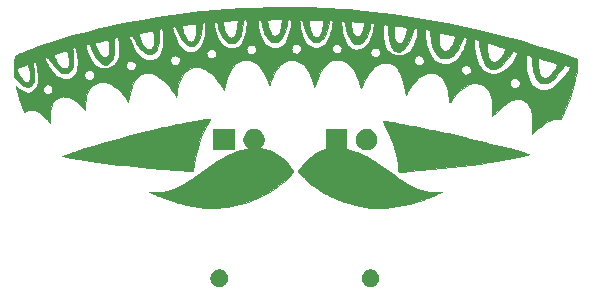
<source format=gbr>
G04 #@! TF.GenerationSoftware,KiCad,Pcbnew,5.1.4-e60b266~84~ubuntu18.04.1*
G04 #@! TF.CreationDate,2019-10-07T08:54:59-06:00*
G04 #@! TF.ProjectId,001,3030312e-6b69-4636-9164-5f7063625858,1*
G04 #@! TF.SameCoordinates,Original*
G04 #@! TF.FileFunction,Soldermask,Top*
G04 #@! TF.FilePolarity,Negative*
%FSLAX46Y46*%
G04 Gerber Fmt 4.6, Leading zero omitted, Abs format (unit mm)*
G04 Created by KiCad (PCBNEW 5.1.4-e60b266~84~ubuntu18.04.1) date 2019-10-07 08:54:59*
%MOMM*%
%LPD*%
G04 APERTURE LIST*
%ADD10C,0.010000*%
%ADD11C,0.152400*%
G04 APERTURE END LIST*
D10*
G36*
X133966478Y-90888845D02*
G01*
X134125869Y-90891931D01*
X134148751Y-90892447D01*
X134333273Y-90897510D01*
X134484260Y-90904244D01*
X134610507Y-90913941D01*
X134720811Y-90927892D01*
X134823967Y-90947389D01*
X134928773Y-90973723D01*
X135044024Y-91008185D01*
X135132874Y-91036930D01*
X135467023Y-91166638D01*
X135796091Y-91332241D01*
X136108934Y-91527734D01*
X136285757Y-91658089D01*
X136377965Y-91735639D01*
X136489181Y-91837218D01*
X136611068Y-91954542D01*
X136735287Y-92079325D01*
X136853501Y-92203279D01*
X136957373Y-92318120D01*
X136999756Y-92367655D01*
X137064247Y-92448170D01*
X137130549Y-92536586D01*
X137193508Y-92625330D01*
X137247969Y-92706826D01*
X137288776Y-92773502D01*
X137310775Y-92817783D01*
X137313168Y-92828115D01*
X137298225Y-92868463D01*
X137256143Y-92932792D01*
X137191039Y-93016531D01*
X137107034Y-93115113D01*
X137008246Y-93223968D01*
X136898793Y-93338528D01*
X136782794Y-93454225D01*
X136664369Y-93566488D01*
X136574893Y-93647038D01*
X136112777Y-94026472D01*
X135629934Y-94371615D01*
X135124778Y-94683283D01*
X134595727Y-94962291D01*
X134041198Y-95209455D01*
X133459606Y-95425591D01*
X132849368Y-95611514D01*
X132667085Y-95659828D01*
X132352441Y-95737039D01*
X132065854Y-95799143D01*
X131796410Y-95847578D01*
X131533198Y-95883780D01*
X131265306Y-95909187D01*
X130981824Y-95925234D01*
X130671839Y-95933358D01*
X130582168Y-95934380D01*
X130418656Y-95935496D01*
X130264529Y-95935962D01*
X130126119Y-95935804D01*
X130009758Y-95935049D01*
X129921777Y-95933722D01*
X129868510Y-95931850D01*
X129862501Y-95931406D01*
X129327435Y-95874429D01*
X128820690Y-95800091D01*
X128331222Y-95706601D01*
X127984293Y-95626668D01*
X127783829Y-95575572D01*
X127580455Y-95520728D01*
X127378118Y-95463445D01*
X127180763Y-95405034D01*
X126992336Y-95346806D01*
X126919640Y-95323311D01*
X128327918Y-95323311D01*
X128656001Y-95324507D01*
X128796346Y-95323977D01*
X128961910Y-95321712D01*
X129135627Y-95318040D01*
X129300433Y-95313285D01*
X129365085Y-95310959D01*
X129746085Y-95296214D01*
X129439168Y-95295194D01*
X129310869Y-95295718D01*
X129155404Y-95297827D01*
X128987899Y-95301231D01*
X128823477Y-95305642D01*
X128730085Y-95308742D01*
X128327918Y-95323311D01*
X126919640Y-95323311D01*
X126816784Y-95290069D01*
X126658051Y-95236133D01*
X126520084Y-95186310D01*
X126519921Y-95186246D01*
X128121995Y-95186246D01*
X128128113Y-95228375D01*
X128132020Y-95236121D01*
X128169446Y-95285577D01*
X128219150Y-95305164D01*
X128264418Y-95306110D01*
X128327918Y-95303046D01*
X128259401Y-95294530D01*
X128209083Y-95277370D01*
X129863315Y-95277370D01*
X129886070Y-95280308D01*
X129941184Y-95281672D01*
X129957751Y-95281709D01*
X130017823Y-95280651D01*
X130044953Y-95277995D01*
X130034975Y-95274261D01*
X130026071Y-95273207D01*
X129951322Y-95269820D01*
X129880337Y-95273086D01*
X129877904Y-95273378D01*
X129863315Y-95277370D01*
X128209083Y-95277370D01*
X128198344Y-95273708D01*
X128178755Y-95257149D01*
X130213229Y-95257149D01*
X130236106Y-95260482D01*
X130275251Y-95261434D01*
X130325448Y-95260089D01*
X130343797Y-95256316D01*
X130333751Y-95252588D01*
X130275681Y-95248776D01*
X130227917Y-95252299D01*
X130213229Y-95257149D01*
X128178755Y-95257149D01*
X128158931Y-95240393D01*
X128157024Y-95236927D01*
X130459558Y-95236927D01*
X130485000Y-95240434D01*
X130508085Y-95240983D01*
X130551647Y-95239280D01*
X130562891Y-95234483D01*
X130555956Y-95231778D01*
X130505126Y-95227835D01*
X130471290Y-95231351D01*
X130459558Y-95236927D01*
X128157024Y-95236927D01*
X128145893Y-95216699D01*
X130665539Y-95216699D01*
X130694807Y-95220039D01*
X130709168Y-95220244D01*
X130747677Y-95218037D01*
X130752215Y-95212543D01*
X130746210Y-95210564D01*
X130692526Y-95207272D01*
X130672126Y-95210564D01*
X130665539Y-95216699D01*
X128145893Y-95216699D01*
X128139812Y-95205649D01*
X128139843Y-95196643D01*
X130838437Y-95196643D01*
X130860018Y-95199127D01*
X130878501Y-95199591D01*
X130947996Y-95196456D01*
X131028365Y-95187102D01*
X131047835Y-95183902D01*
X131092598Y-95174171D01*
X131101564Y-95168102D01*
X131081116Y-95165788D01*
X131037639Y-95167325D01*
X130977519Y-95172809D01*
X130910251Y-95181847D01*
X130854447Y-95191294D01*
X130838437Y-95196643D01*
X128139843Y-95196643D01*
X128139905Y-95178786D01*
X128163195Y-95158513D01*
X128181102Y-95153199D01*
X131173539Y-95153199D01*
X131202807Y-95156539D01*
X131217168Y-95156744D01*
X131255677Y-95154537D01*
X131260215Y-95149043D01*
X131254210Y-95147064D01*
X131200526Y-95143772D01*
X131180126Y-95147064D01*
X131173539Y-95153199D01*
X128181102Y-95153199D01*
X128213668Y-95143535D01*
X128295307Y-95132561D01*
X128302783Y-95132032D01*
X131321705Y-95132032D01*
X131350973Y-95135372D01*
X131365335Y-95135577D01*
X131403843Y-95133370D01*
X131408382Y-95127876D01*
X131402376Y-95125897D01*
X131348693Y-95122605D01*
X131328293Y-95125897D01*
X131321705Y-95132032D01*
X128302783Y-95132032D01*
X128412098Y-95124297D01*
X128533855Y-95118756D01*
X128652966Y-95113875D01*
X128704469Y-95111391D01*
X131468231Y-95111391D01*
X131496345Y-95115055D01*
X131502918Y-95115195D01*
X131539067Y-95112907D01*
X131542249Y-95106281D01*
X131540362Y-95105437D01*
X131498343Y-95101250D01*
X131476862Y-95104653D01*
X131468231Y-95111391D01*
X128704469Y-95111391D01*
X128731424Y-95110091D01*
X128770887Y-95107190D01*
X128773017Y-95104956D01*
X128739472Y-95103175D01*
X128671911Y-95101630D01*
X128666585Y-95101537D01*
X128556351Y-95098503D01*
X128443635Y-95093565D01*
X128347121Y-95087599D01*
X128346784Y-95087571D01*
X129460335Y-95087571D01*
X129470918Y-95098155D01*
X129477210Y-95091862D01*
X131590217Y-95091862D01*
X131619335Y-95094812D01*
X131649383Y-95091486D01*
X131645793Y-95084136D01*
X131602457Y-95081341D01*
X131592876Y-95084136D01*
X131590217Y-95091862D01*
X129477210Y-95091862D01*
X129481501Y-95087571D01*
X129470918Y-95076988D01*
X129460335Y-95087571D01*
X128346784Y-95087571D01*
X128317335Y-95085130D01*
X128242885Y-95079197D01*
X128198505Y-95080927D01*
X128172149Y-95093675D01*
X128151772Y-95120794D01*
X128144413Y-95133288D01*
X128121995Y-95186246D01*
X126519921Y-95186246D01*
X126406829Y-95141909D01*
X126322231Y-95104239D01*
X126279272Y-95079759D01*
X126320220Y-95079759D01*
X126355780Y-95085616D01*
X126423993Y-95090287D01*
X126515184Y-95093310D01*
X126619678Y-95094225D01*
X126624001Y-95094211D01*
X126720700Y-95093338D01*
X126796507Y-95091639D01*
X126844642Y-95089347D01*
X126858325Y-95086693D01*
X126856835Y-95086244D01*
X126818065Y-95081501D01*
X126753864Y-95077550D01*
X126672943Y-95074497D01*
X126584014Y-95072446D01*
X126495788Y-95071504D01*
X126416977Y-95071774D01*
X126356293Y-95073363D01*
X126322447Y-95076376D01*
X126320220Y-95079759D01*
X126279272Y-95079759D01*
X126270237Y-95074611D01*
X126266123Y-95069210D01*
X126900932Y-95069210D01*
X126910504Y-95074721D01*
X126949322Y-95075420D01*
X127004675Y-95072123D01*
X127056950Y-95066405D01*
X129883668Y-95066405D01*
X129894251Y-95076988D01*
X129902182Y-95069057D01*
X131701064Y-95069057D01*
X131729178Y-95072722D01*
X131735751Y-95072861D01*
X131771900Y-95070574D01*
X131775083Y-95063947D01*
X131773196Y-95063104D01*
X131731176Y-95058917D01*
X131709696Y-95062320D01*
X131701064Y-95069057D01*
X129902182Y-95069057D01*
X129904835Y-95066405D01*
X129894251Y-95055821D01*
X129883668Y-95066405D01*
X127056950Y-95066405D01*
X127063853Y-95065650D01*
X127114145Y-95056821D01*
X127121418Y-95055006D01*
X127134362Y-95049529D01*
X131823050Y-95049529D01*
X131852168Y-95052479D01*
X131882217Y-95049153D01*
X131878626Y-95041803D01*
X131835291Y-95039007D01*
X131825710Y-95041803D01*
X131823050Y-95049529D01*
X127134362Y-95049529D01*
X127139368Y-95047411D01*
X127116969Y-95045378D01*
X127055849Y-95049022D01*
X127047335Y-95049732D01*
X126975644Y-95056826D01*
X126922762Y-95063931D01*
X126900932Y-95069210D01*
X126266123Y-95069210D01*
X126254792Y-95054335D01*
X126255497Y-95052726D01*
X126248068Y-95037645D01*
X126228375Y-95034190D01*
X126200451Y-95028362D01*
X127229884Y-95028362D01*
X127259001Y-95031312D01*
X127289050Y-95027986D01*
X127287138Y-95024071D01*
X130476335Y-95024071D01*
X130486918Y-95034655D01*
X130491978Y-95029594D01*
X131946015Y-95029594D01*
X131966821Y-95032983D01*
X131994274Y-95029092D01*
X131994602Y-95021866D01*
X131966273Y-95016813D01*
X131954032Y-95020195D01*
X131946015Y-95029594D01*
X130491978Y-95029594D01*
X130497501Y-95024071D01*
X130486918Y-95013488D01*
X130476335Y-95024071D01*
X127287138Y-95024071D01*
X127285460Y-95020636D01*
X127242124Y-95017841D01*
X127232543Y-95020636D01*
X127229884Y-95028362D01*
X126200451Y-95028362D01*
X126186435Y-95025437D01*
X126138500Y-95008427D01*
X127331682Y-95008427D01*
X127352487Y-95011817D01*
X127376399Y-95008427D01*
X132051848Y-95008427D01*
X132072654Y-95011817D01*
X132100107Y-95007925D01*
X132100435Y-95000700D01*
X132072106Y-94995647D01*
X132059866Y-94999029D01*
X132051848Y-95008427D01*
X127376399Y-95008427D01*
X127379941Y-95007925D01*
X127380269Y-95000700D01*
X127351939Y-94995647D01*
X127339699Y-94999029D01*
X127331682Y-95008427D01*
X126138500Y-95008427D01*
X126125872Y-95003946D01*
X126100126Y-94992891D01*
X126086965Y-94985920D01*
X127431000Y-94985920D01*
X127438918Y-94988802D01*
X127450303Y-94987261D01*
X130887682Y-94987261D01*
X130908487Y-94990650D01*
X130932392Y-94987261D01*
X132157682Y-94987261D01*
X132178487Y-94990650D01*
X132205941Y-94986758D01*
X132206269Y-94979533D01*
X132177939Y-94974480D01*
X132165699Y-94977862D01*
X132157682Y-94987261D01*
X130932392Y-94987261D01*
X130935941Y-94986758D01*
X130936269Y-94979533D01*
X130907939Y-94974480D01*
X130895699Y-94977862D01*
X130887682Y-94987261D01*
X127450303Y-94987261D01*
X127485791Y-94982458D01*
X127549330Y-94966380D01*
X127554157Y-94964862D01*
X131039884Y-94964862D01*
X131069001Y-94967812D01*
X131084522Y-94966094D01*
X132242348Y-94966094D01*
X132263154Y-94969483D01*
X132290607Y-94965592D01*
X132290935Y-94958366D01*
X132262606Y-94953313D01*
X132250366Y-94956695D01*
X132242348Y-94966094D01*
X131084522Y-94966094D01*
X131099050Y-94964486D01*
X131095460Y-94957136D01*
X131052124Y-94954341D01*
X131042543Y-94957136D01*
X131039884Y-94964862D01*
X127554157Y-94964862D01*
X127565918Y-94961164D01*
X127616985Y-94942453D01*
X127617571Y-94942057D01*
X131193064Y-94942057D01*
X131221178Y-94945722D01*
X131227751Y-94945861D01*
X131261987Y-94943695D01*
X132331050Y-94943695D01*
X132360168Y-94946646D01*
X132390217Y-94943319D01*
X132386626Y-94935970D01*
X132343291Y-94933174D01*
X132333710Y-94935970D01*
X132331050Y-94943695D01*
X131261987Y-94943695D01*
X131263900Y-94943574D01*
X131267083Y-94936947D01*
X131265196Y-94936104D01*
X131223176Y-94931917D01*
X131201696Y-94935320D01*
X131193064Y-94942057D01*
X127617571Y-94942057D01*
X127630613Y-94933249D01*
X127610642Y-94933678D01*
X127560913Y-94943864D01*
X127502418Y-94959087D01*
X127451797Y-94975114D01*
X127431000Y-94985920D01*
X126086965Y-94985920D01*
X126043468Y-94962881D01*
X126016949Y-94933171D01*
X126013923Y-94914710D01*
X127668223Y-94914710D01*
X127671129Y-94927294D01*
X127682335Y-94928821D01*
X127696490Y-94922529D01*
X131336217Y-94922529D01*
X131365335Y-94925479D01*
X131380855Y-94923761D01*
X132432848Y-94923761D01*
X132453654Y-94927150D01*
X132481107Y-94923258D01*
X132481435Y-94916033D01*
X132453106Y-94910980D01*
X132440866Y-94914362D01*
X132432848Y-94923761D01*
X131380855Y-94923761D01*
X131395383Y-94922153D01*
X131391793Y-94914803D01*
X131348457Y-94912007D01*
X131338876Y-94914803D01*
X131336217Y-94922529D01*
X127696490Y-94922529D01*
X127699757Y-94921077D01*
X127696446Y-94914710D01*
X127671326Y-94912177D01*
X127668223Y-94914710D01*
X126013923Y-94914710D01*
X126010453Y-94893543D01*
X127752890Y-94893543D01*
X127755796Y-94906127D01*
X127767001Y-94907655D01*
X127781157Y-94901362D01*
X131463217Y-94901362D01*
X131492335Y-94904312D01*
X131509626Y-94902398D01*
X132525746Y-94902398D01*
X132529501Y-94905644D01*
X132569660Y-94901362D01*
X132628763Y-94888527D01*
X132642611Y-94884827D01*
X132691577Y-94868983D01*
X132715603Y-94856691D01*
X132715961Y-94854225D01*
X132692822Y-94854791D01*
X132642276Y-94864956D01*
X132602851Y-94875042D01*
X132550376Y-94891170D01*
X132525746Y-94902398D01*
X131509626Y-94902398D01*
X131522383Y-94900986D01*
X131518793Y-94893636D01*
X131475457Y-94890841D01*
X131465876Y-94893636D01*
X131463217Y-94901362D01*
X127781157Y-94901362D01*
X127784424Y-94899910D01*
X127781112Y-94893543D01*
X127755992Y-94891010D01*
X127752890Y-94893543D01*
X126010453Y-94893543D01*
X126010175Y-94891848D01*
X126010168Y-94889787D01*
X126016035Y-94861261D01*
X126399488Y-94861261D01*
X126422918Y-94866194D01*
X126475819Y-94870440D01*
X126554110Y-94872557D01*
X126648261Y-94872765D01*
X126674621Y-94872377D01*
X127816390Y-94872377D01*
X127819296Y-94884960D01*
X127830501Y-94886488D01*
X127844657Y-94880195D01*
X131590217Y-94880195D01*
X131619335Y-94883146D01*
X131649383Y-94879819D01*
X131645793Y-94872470D01*
X131602457Y-94869674D01*
X131592876Y-94872470D01*
X131590217Y-94880195D01*
X127844657Y-94880195D01*
X127847924Y-94878743D01*
X127844612Y-94872377D01*
X127819492Y-94869843D01*
X127816390Y-94872377D01*
X126674621Y-94872377D01*
X126748744Y-94871286D01*
X126846030Y-94868341D01*
X126930590Y-94864151D01*
X126992896Y-94858936D01*
X127023418Y-94852919D01*
X127024404Y-94852239D01*
X127017309Y-94851210D01*
X127879890Y-94851210D01*
X127882796Y-94863794D01*
X127894001Y-94865321D01*
X127905385Y-94860261D01*
X131734348Y-94860261D01*
X131755154Y-94863650D01*
X131782607Y-94859758D01*
X131782935Y-94852533D01*
X131754606Y-94847480D01*
X131742366Y-94850862D01*
X131734348Y-94860261D01*
X127905385Y-94860261D01*
X127911424Y-94857577D01*
X127908112Y-94851210D01*
X127882992Y-94848677D01*
X127879890Y-94851210D01*
X127017309Y-94851210D01*
X127007387Y-94849771D01*
X126954705Y-94847997D01*
X126873023Y-94847007D01*
X126769005Y-94846891D01*
X126675154Y-94847480D01*
X126544224Y-94849378D01*
X126455029Y-94852279D01*
X126406980Y-94856225D01*
X126399488Y-94861261D01*
X126016035Y-94861261D01*
X126020912Y-94837550D01*
X126026555Y-94833571D01*
X127132001Y-94833571D01*
X127142585Y-94844155D01*
X127153168Y-94833571D01*
X127149640Y-94830043D01*
X127943390Y-94830043D01*
X127946296Y-94842627D01*
X127957501Y-94844155D01*
X127971657Y-94837862D01*
X131823050Y-94837862D01*
X131852168Y-94840812D01*
X131882217Y-94837486D01*
X131879998Y-94832944D01*
X132750056Y-94832944D01*
X132751751Y-94844155D01*
X132769856Y-94864325D01*
X132772918Y-94865321D01*
X132789746Y-94850558D01*
X132794085Y-94844155D01*
X132789058Y-94826222D01*
X132772918Y-94822988D01*
X132750056Y-94832944D01*
X131879998Y-94832944D01*
X131878626Y-94830136D01*
X131835291Y-94827341D01*
X131825710Y-94830136D01*
X131823050Y-94837862D01*
X127971657Y-94837862D01*
X127974924Y-94836410D01*
X127971612Y-94830043D01*
X127946492Y-94827510D01*
X127943390Y-94830043D01*
X127149640Y-94830043D01*
X127142585Y-94822988D01*
X127132001Y-94833571D01*
X126026555Y-94833571D01*
X126056818Y-94812236D01*
X126123392Y-94810661D01*
X126142691Y-94813183D01*
X126211251Y-94823394D01*
X126180531Y-94808877D01*
X128006890Y-94808877D01*
X128009796Y-94821460D01*
X128021001Y-94822988D01*
X128038424Y-94815243D01*
X128035112Y-94808877D01*
X132832890Y-94808877D01*
X132835796Y-94821460D01*
X132847001Y-94822988D01*
X132864424Y-94815243D01*
X132861112Y-94808877D01*
X132835992Y-94806343D01*
X132832890Y-94808877D01*
X128035112Y-94808877D01*
X128009992Y-94806343D01*
X128006890Y-94808877D01*
X126180531Y-94808877D01*
X126149686Y-94794301D01*
X126122657Y-94787710D01*
X127329557Y-94787710D01*
X127332462Y-94800294D01*
X127343668Y-94801821D01*
X127361090Y-94794077D01*
X127357779Y-94787710D01*
X128070390Y-94787710D01*
X128073296Y-94800294D01*
X128084501Y-94801821D01*
X128101924Y-94794077D01*
X128100122Y-94790611D01*
X132898223Y-94790611D01*
X132899918Y-94801821D01*
X132918023Y-94821992D01*
X132921085Y-94822988D01*
X132937913Y-94808225D01*
X132942251Y-94801821D01*
X132937225Y-94783889D01*
X132921085Y-94780655D01*
X132974001Y-94780655D01*
X132981223Y-94801271D01*
X132983335Y-94801821D01*
X133001407Y-94786989D01*
X133005751Y-94780655D01*
X133004073Y-94761150D01*
X132996417Y-94759488D01*
X133037501Y-94759488D01*
X133044723Y-94780104D01*
X133046835Y-94780655D01*
X133064907Y-94765822D01*
X133069251Y-94759488D01*
X133067573Y-94739983D01*
X133059917Y-94738321D01*
X133101001Y-94738321D01*
X133108223Y-94758938D01*
X133110335Y-94759488D01*
X133128407Y-94744656D01*
X133132751Y-94738321D01*
X133131073Y-94718816D01*
X133130654Y-94718725D01*
X133164501Y-94718725D01*
X133182145Y-94723409D01*
X133225833Y-94715302D01*
X133238585Y-94711622D01*
X133286951Y-94692962D01*
X133311790Y-94675920D01*
X133312668Y-94673251D01*
X133295024Y-94668567D01*
X133251336Y-94676673D01*
X133238585Y-94680354D01*
X133190218Y-94699014D01*
X133165379Y-94716056D01*
X133164501Y-94718725D01*
X133130654Y-94718725D01*
X133123417Y-94717155D01*
X133101863Y-94732520D01*
X133101001Y-94738321D01*
X133059917Y-94738321D01*
X133038363Y-94753686D01*
X133037501Y-94759488D01*
X132996417Y-94759488D01*
X132974863Y-94774853D01*
X132974001Y-94780655D01*
X132921085Y-94780655D01*
X132898223Y-94790611D01*
X128100122Y-94790611D01*
X128098612Y-94787710D01*
X128073492Y-94785177D01*
X128070390Y-94787710D01*
X127357779Y-94787710D01*
X127332659Y-94785177D01*
X127329557Y-94787710D01*
X126122657Y-94787710D01*
X126076794Y-94776527D01*
X126017822Y-94792320D01*
X125980702Y-94835891D01*
X125973370Y-94901456D01*
X125977021Y-94920209D01*
X125979118Y-94960326D01*
X125966338Y-94971155D01*
X125939284Y-94962506D01*
X125881187Y-94938742D01*
X125799138Y-94903137D01*
X125700224Y-94858962D01*
X125591534Y-94809490D01*
X125498647Y-94766543D01*
X128133890Y-94766543D01*
X128136796Y-94779127D01*
X128148001Y-94780655D01*
X128165424Y-94772910D01*
X128162112Y-94766543D01*
X128136992Y-94764010D01*
X128133890Y-94766543D01*
X125498647Y-94766543D01*
X125480159Y-94757995D01*
X125460807Y-94748905D01*
X127513001Y-94748905D01*
X127523585Y-94759488D01*
X127534168Y-94748905D01*
X128190335Y-94748905D01*
X128200918Y-94759488D01*
X128211501Y-94748905D01*
X128200918Y-94738321D01*
X128190335Y-94748905D01*
X127534168Y-94748905D01*
X127523585Y-94738321D01*
X127513001Y-94748905D01*
X125460807Y-94748905D01*
X125415743Y-94727738D01*
X128253835Y-94727738D01*
X128264418Y-94738321D01*
X128275001Y-94727738D01*
X128264418Y-94717155D01*
X128253835Y-94727738D01*
X125415743Y-94727738D01*
X125373185Y-94707749D01*
X125363358Y-94703043D01*
X128303223Y-94703043D01*
X128306129Y-94715627D01*
X128317335Y-94717155D01*
X128334757Y-94709410D01*
X128331446Y-94703043D01*
X128306326Y-94700510D01*
X128303223Y-94703043D01*
X125363358Y-94703043D01*
X125326525Y-94685405D01*
X128359668Y-94685405D01*
X128370251Y-94695988D01*
X128380835Y-94685405D01*
X128370251Y-94674821D01*
X128359668Y-94685405D01*
X125326525Y-94685405D01*
X125282323Y-94664238D01*
X128402001Y-94664238D01*
X128412585Y-94674821D01*
X128423168Y-94664238D01*
X128412585Y-94653655D01*
X128402001Y-94664238D01*
X125282323Y-94664238D01*
X125277703Y-94662026D01*
X125239271Y-94643071D01*
X127851668Y-94643071D01*
X127862251Y-94653655D01*
X127872835Y-94643071D01*
X128465501Y-94643071D01*
X128476085Y-94653655D01*
X128486668Y-94643071D01*
X128483140Y-94639543D01*
X132663557Y-94639543D01*
X132666462Y-94652127D01*
X132677668Y-94653655D01*
X132693609Y-94646568D01*
X133355001Y-94646568D01*
X133371124Y-94649752D01*
X133407919Y-94640069D01*
X133448021Y-94623240D01*
X133470935Y-94608367D01*
X133467971Y-94601532D01*
X133434500Y-94609089D01*
X133423310Y-94612817D01*
X133377515Y-94631361D01*
X133355377Y-94645395D01*
X133355001Y-94646568D01*
X132693609Y-94646568D01*
X132695090Y-94645910D01*
X132691779Y-94639543D01*
X132666659Y-94637010D01*
X132663557Y-94639543D01*
X128483140Y-94639543D01*
X128476085Y-94632488D01*
X128465501Y-94643071D01*
X127872835Y-94643071D01*
X127862251Y-94632488D01*
X127851668Y-94643071D01*
X125239271Y-94643071D01*
X125200802Y-94624098D01*
X125149570Y-94597238D01*
X125131751Y-94585836D01*
X125128099Y-94571881D01*
X125161524Y-94575177D01*
X125163501Y-94575624D01*
X125357176Y-94608268D01*
X125578875Y-94625880D01*
X125817103Y-94628603D01*
X125952670Y-94621905D01*
X132741168Y-94621905D01*
X132751751Y-94632488D01*
X132762335Y-94621905D01*
X132751751Y-94611321D01*
X132741168Y-94621905D01*
X125952670Y-94621905D01*
X126060367Y-94616584D01*
X126232732Y-94597210D01*
X132811723Y-94597210D01*
X132814629Y-94609794D01*
X132825835Y-94611321D01*
X132843257Y-94603577D01*
X132839946Y-94597210D01*
X132814826Y-94594677D01*
X132811723Y-94597210D01*
X126232732Y-94597210D01*
X126297171Y-94589967D01*
X126355482Y-94579571D01*
X128042168Y-94579571D01*
X128052751Y-94590155D01*
X128063335Y-94579571D01*
X128059807Y-94576043D01*
X132875223Y-94576043D01*
X132878129Y-94588627D01*
X132889335Y-94590155D01*
X132905353Y-94583034D01*
X133505881Y-94583034D01*
X133517108Y-94587729D01*
X133538960Y-94588667D01*
X133581584Y-94581240D01*
X133598418Y-94568988D01*
X133599716Y-94551033D01*
X133566566Y-94556562D01*
X133534918Y-94568988D01*
X133505881Y-94583034D01*
X132905353Y-94583034D01*
X132906757Y-94582410D01*
X132903446Y-94576043D01*
X132878326Y-94573510D01*
X132875223Y-94576043D01*
X128059807Y-94576043D01*
X128052751Y-94568988D01*
X128042168Y-94579571D01*
X126355482Y-94579571D01*
X126470334Y-94559095D01*
X126486538Y-94554877D01*
X132938723Y-94554877D01*
X132941629Y-94567460D01*
X132952835Y-94568988D01*
X132970257Y-94561243D01*
X132966946Y-94554877D01*
X132941826Y-94552343D01*
X132938723Y-94554877D01*
X126486538Y-94554877D01*
X126554305Y-94537238D01*
X128148001Y-94537238D01*
X128158585Y-94547821D01*
X128169168Y-94537238D01*
X133016335Y-94537238D01*
X133026918Y-94547821D01*
X133037501Y-94537238D01*
X133035922Y-94535659D01*
X133633224Y-94535659D01*
X133638215Y-94546704D01*
X133650085Y-94547821D01*
X133678788Y-94532448D01*
X133682935Y-94526897D01*
X133679528Y-94514869D01*
X133663017Y-94518578D01*
X133633224Y-94535659D01*
X133035922Y-94535659D01*
X133026918Y-94526655D01*
X133016335Y-94537238D01*
X128169168Y-94537238D01*
X128158585Y-94526655D01*
X128148001Y-94537238D01*
X126554305Y-94537238D01*
X126635625Y-94516071D01*
X133079835Y-94516071D01*
X133090418Y-94526655D01*
X133101001Y-94516071D01*
X133090418Y-94505488D01*
X133079835Y-94516071D01*
X126635625Y-94516071D01*
X126716943Y-94494905D01*
X128253835Y-94494905D01*
X128264418Y-94505488D01*
X128275001Y-94494905D01*
X128783001Y-94494905D01*
X128793585Y-94505488D01*
X128804168Y-94494905D01*
X133143335Y-94494905D01*
X133153918Y-94505488D01*
X133155432Y-94503974D01*
X133745971Y-94503974D01*
X133746585Y-94503988D01*
X133779096Y-94494269D01*
X133820668Y-94473738D01*
X133851501Y-94452677D01*
X133853031Y-94443502D01*
X133852418Y-94443488D01*
X133819906Y-94453207D01*
X133778335Y-94473738D01*
X133747501Y-94494798D01*
X133745971Y-94503974D01*
X133155432Y-94503974D01*
X133164501Y-94494905D01*
X133153918Y-94484321D01*
X133143335Y-94494905D01*
X128804168Y-94494905D01*
X128793585Y-94484321D01*
X128783001Y-94494905D01*
X128275001Y-94494905D01*
X128264418Y-94484321D01*
X128253835Y-94494905D01*
X126716943Y-94494905D01*
X126804331Y-94472159D01*
X128828390Y-94472159D01*
X128833381Y-94483204D01*
X128845252Y-94484321D01*
X128865010Y-94473738D01*
X133206835Y-94473738D01*
X133217418Y-94484321D01*
X133228001Y-94473738D01*
X133217418Y-94463155D01*
X133206835Y-94473738D01*
X128865010Y-94473738D01*
X128873954Y-94468948D01*
X128878101Y-94463397D01*
X128874694Y-94451369D01*
X128858184Y-94455078D01*
X128828390Y-94472159D01*
X126804331Y-94472159D01*
X126837629Y-94463492D01*
X126988400Y-94410238D01*
X128952335Y-94410238D01*
X128962918Y-94420821D01*
X128973501Y-94410238D01*
X133926501Y-94410238D01*
X133937085Y-94420821D01*
X133947668Y-94410238D01*
X133937085Y-94399655D01*
X133926501Y-94410238D01*
X128973501Y-94410238D01*
X128962918Y-94399655D01*
X128952335Y-94410238D01*
X126988400Y-94410238D01*
X127048328Y-94389071D01*
X128507835Y-94389071D01*
X128518418Y-94399655D01*
X128529001Y-94389071D01*
X128994668Y-94389071D01*
X129005251Y-94399655D01*
X129015835Y-94389071D01*
X133968835Y-94389071D01*
X133979418Y-94399655D01*
X133990001Y-94389071D01*
X133979418Y-94378488D01*
X133968835Y-94389071D01*
X129015835Y-94389071D01*
X129005251Y-94378488D01*
X128994668Y-94389071D01*
X128529001Y-94389071D01*
X128518418Y-94378488D01*
X128507835Y-94389071D01*
X127048328Y-94389071D01*
X127108253Y-94367905D01*
X128550168Y-94367905D01*
X128560751Y-94378488D01*
X128570758Y-94368481D01*
X129046511Y-94368481D01*
X129047894Y-94367905D01*
X134011168Y-94367905D01*
X134021751Y-94378488D01*
X134032335Y-94367905D01*
X134021751Y-94357321D01*
X134011168Y-94367905D01*
X129047894Y-94367905D01*
X129065476Y-94360587D01*
X129091932Y-94346738D01*
X134053501Y-94346738D01*
X134064085Y-94357321D01*
X134074668Y-94346738D01*
X134064085Y-94336155D01*
X134053501Y-94346738D01*
X129091932Y-94346738D01*
X129109253Y-94337671D01*
X129117157Y-94333305D01*
X134096137Y-94333305D01*
X134109428Y-94336155D01*
X134140496Y-94324054D01*
X134171164Y-94303237D01*
X134197185Y-94281353D01*
X134190070Y-94281315D01*
X134159335Y-94295521D01*
X134109900Y-94320780D01*
X134096137Y-94333305D01*
X129117157Y-94333305D01*
X129172030Y-94302998D01*
X129244058Y-94262071D01*
X134222835Y-94262071D01*
X134233418Y-94272655D01*
X134244001Y-94262071D01*
X134233418Y-94251488D01*
X134222835Y-94262071D01*
X129244058Y-94262071D01*
X129247994Y-94259835D01*
X129280598Y-94240905D01*
X134265168Y-94240905D01*
X134275751Y-94251488D01*
X134286335Y-94240905D01*
X134275751Y-94230321D01*
X134265168Y-94240905D01*
X129280598Y-94240905D01*
X129317055Y-94219738D01*
X134307501Y-94219738D01*
X134318085Y-94230321D01*
X134328668Y-94219738D01*
X134318085Y-94209155D01*
X134307501Y-94219738D01*
X129317055Y-94219738D01*
X129331334Y-94211448D01*
X129353050Y-94198571D01*
X134349835Y-94198571D01*
X134360418Y-94209155D01*
X134371001Y-94198571D01*
X134360418Y-94187988D01*
X134349835Y-94198571D01*
X129353050Y-94198571D01*
X129416238Y-94161104D01*
X129426838Y-94154659D01*
X134416390Y-94154659D01*
X134421381Y-94165704D01*
X134433252Y-94166821D01*
X134461954Y-94151448D01*
X134466101Y-94145897D01*
X134462694Y-94133869D01*
X134446184Y-94137578D01*
X134416390Y-94154659D01*
X129426838Y-94154659D01*
X129496894Y-94112068D01*
X129499626Y-94110377D01*
X134505057Y-94110377D01*
X134507962Y-94122960D01*
X134519168Y-94124488D01*
X134536590Y-94116743D01*
X134533279Y-94110377D01*
X134508159Y-94107843D01*
X134505057Y-94110377D01*
X129499626Y-94110377D01*
X129506365Y-94106207D01*
X129527727Y-94092738D01*
X134074668Y-94092738D01*
X134085251Y-94103321D01*
X134095835Y-94092738D01*
X134085251Y-94082155D01*
X134074668Y-94092738D01*
X129527727Y-94092738D01*
X129561299Y-94071571D01*
X134117001Y-94071571D01*
X134127585Y-94082155D01*
X134131979Y-94077760D01*
X134565726Y-94077760D01*
X134572085Y-94081506D01*
X134606869Y-94070967D01*
X134625001Y-94060988D01*
X134641943Y-94044216D01*
X134635585Y-94040469D01*
X134600800Y-94051008D01*
X134582668Y-94060988D01*
X134565726Y-94077760D01*
X134131979Y-94077760D01*
X134138168Y-94071571D01*
X134127585Y-94060988D01*
X134117001Y-94071571D01*
X129561299Y-94071571D01*
X129591152Y-94052750D01*
X129594733Y-94050405D01*
X134159335Y-94050405D01*
X134169918Y-94060988D01*
X134180501Y-94050405D01*
X134169918Y-94039821D01*
X134159335Y-94050405D01*
X129594733Y-94050405D01*
X129627065Y-94029238D01*
X134201668Y-94029238D01*
X134212251Y-94039821D01*
X134222835Y-94029238D01*
X134212251Y-94018655D01*
X134201668Y-94029238D01*
X129627065Y-94029238D01*
X129659397Y-94008071D01*
X134244001Y-94008071D01*
X134254585Y-94018655D01*
X134265168Y-94008071D01*
X134667335Y-94008071D01*
X134677918Y-94018655D01*
X134688501Y-94008071D01*
X134677918Y-93997488D01*
X134667335Y-94008071D01*
X134265168Y-94008071D01*
X134254585Y-93997488D01*
X134244001Y-94008071D01*
X129659397Y-94008071D01*
X129660253Y-94007511D01*
X129689867Y-93986905D01*
X134286335Y-93986905D01*
X134296918Y-93997488D01*
X134307501Y-93986905D01*
X134303974Y-93983377D01*
X134716723Y-93983377D01*
X134719629Y-93995960D01*
X134730835Y-93997488D01*
X134748257Y-93989743D01*
X134744946Y-93983377D01*
X134719826Y-93980843D01*
X134716723Y-93983377D01*
X134303974Y-93983377D01*
X134296918Y-93976321D01*
X134286335Y-93986905D01*
X129689867Y-93986905D01*
X129707110Y-93974907D01*
X129725164Y-93959358D01*
X129725078Y-93958842D01*
X129706272Y-93967326D01*
X129658315Y-93993897D01*
X129588097Y-94034431D01*
X129502504Y-94084806D01*
X129408425Y-94140898D01*
X129312749Y-94198583D01*
X129222363Y-94253737D01*
X129144155Y-94302237D01*
X129085015Y-94339959D01*
X129058168Y-94358087D01*
X129046511Y-94368481D01*
X128570758Y-94368481D01*
X128571335Y-94367905D01*
X128560751Y-94357321D01*
X128550168Y-94367905D01*
X127108253Y-94367905D01*
X127168180Y-94346738D01*
X128592501Y-94346738D01*
X128603085Y-94357321D01*
X128613668Y-94346738D01*
X128603085Y-94336155D01*
X128592501Y-94346738D01*
X127168180Y-94346738D01*
X127212976Y-94330916D01*
X127560102Y-94177405D01*
X128931168Y-94177405D01*
X128941751Y-94187988D01*
X128952335Y-94177405D01*
X128941751Y-94166821D01*
X128931168Y-94177405D01*
X127560102Y-94177405D01*
X127597942Y-94160671D01*
X127606360Y-94156238D01*
X128973501Y-94156238D01*
X128984085Y-94166821D01*
X128994668Y-94156238D01*
X128984085Y-94145655D01*
X128973501Y-94156238D01*
X127606360Y-94156238D01*
X127646555Y-94135071D01*
X129015835Y-94135071D01*
X129026418Y-94145655D01*
X129037001Y-94135071D01*
X129026418Y-94124488D01*
X129015835Y-94135071D01*
X127646555Y-94135071D01*
X127767140Y-94071571D01*
X129121668Y-94071571D01*
X129132251Y-94082155D01*
X129142835Y-94071571D01*
X129132251Y-94060988D01*
X129121668Y-94071571D01*
X127767140Y-94071571D01*
X127807334Y-94050405D01*
X129164001Y-94050405D01*
X129174585Y-94060988D01*
X129185168Y-94050405D01*
X129174585Y-94039821D01*
X129164001Y-94050405D01*
X127807334Y-94050405D01*
X127887726Y-94008071D01*
X129227501Y-94008071D01*
X129238085Y-94018655D01*
X129248668Y-94008071D01*
X129238085Y-93997488D01*
X129227501Y-94008071D01*
X127887726Y-94008071D01*
X127994091Y-93952060D01*
X128006454Y-93944571D01*
X134349835Y-93944571D01*
X134360418Y-93955155D01*
X134368683Y-93946889D01*
X134782294Y-93946889D01*
X134784997Y-93954481D01*
X134815978Y-93942275D01*
X134846005Y-93922731D01*
X134869875Y-93899920D01*
X134867172Y-93892328D01*
X134836191Y-93904534D01*
X134806164Y-93924078D01*
X134782294Y-93946889D01*
X134368683Y-93946889D01*
X134371001Y-93944571D01*
X134360418Y-93933988D01*
X134349835Y-93944571D01*
X128006454Y-93944571D01*
X128037571Y-93925723D01*
X129765794Y-93925723D01*
X129768497Y-93933315D01*
X129793648Y-93923405D01*
X134392168Y-93923405D01*
X134402751Y-93933988D01*
X134413335Y-93923405D01*
X134402751Y-93912821D01*
X134392168Y-93923405D01*
X129793648Y-93923405D01*
X129799478Y-93921108D01*
X129828470Y-93902238D01*
X134434501Y-93902238D01*
X134445085Y-93912821D01*
X134455668Y-93902238D01*
X134445085Y-93891655D01*
X134434501Y-93902238D01*
X129828470Y-93902238D01*
X129829505Y-93901565D01*
X129853375Y-93878753D01*
X129850672Y-93871161D01*
X129819691Y-93883368D01*
X129789664Y-93902911D01*
X129765794Y-93925723D01*
X128037571Y-93925723D01*
X128146232Y-93859905D01*
X134498001Y-93859905D01*
X134508585Y-93870488D01*
X134516650Y-93862423D01*
X134909718Y-93862423D01*
X134913243Y-93870488D01*
X134945243Y-93858781D01*
X134975497Y-93839411D01*
X134998943Y-93816399D01*
X134995418Y-93808334D01*
X134963418Y-93820041D01*
X134933164Y-93839411D01*
X134909718Y-93862423D01*
X134516650Y-93862423D01*
X134519168Y-93859905D01*
X134508585Y-93849321D01*
X134498001Y-93859905D01*
X128146232Y-93859905D01*
X128173594Y-93843332D01*
X129885432Y-93843332D01*
X129892389Y-93849034D01*
X129898715Y-93849321D01*
X129919528Y-93838738D01*
X134540335Y-93838738D01*
X134550918Y-93849321D01*
X134561501Y-93838738D01*
X134550918Y-93828155D01*
X134540335Y-93838738D01*
X129919528Y-93838738D01*
X129928208Y-93834325D01*
X129949868Y-93812280D01*
X129961433Y-93796405D01*
X134603835Y-93796405D01*
X134614418Y-93806988D01*
X134625001Y-93796405D01*
X134614418Y-93785821D01*
X134603835Y-93796405D01*
X129961433Y-93796405D01*
X129967904Y-93787524D01*
X129957904Y-93791000D01*
X129936585Y-93806290D01*
X129900901Y-93832291D01*
X129885432Y-93843332D01*
X128173594Y-93843332D01*
X128270816Y-93784443D01*
X129994691Y-93784443D01*
X129997586Y-93785821D01*
X129999372Y-93784443D01*
X134651357Y-93784443D01*
X134654253Y-93785821D01*
X134672544Y-93771710D01*
X135034223Y-93771710D01*
X135037129Y-93784294D01*
X135048335Y-93785821D01*
X135065757Y-93778077D01*
X135062446Y-93771710D01*
X135037326Y-93769177D01*
X135034223Y-93771710D01*
X134672544Y-93771710D01*
X134673569Y-93770920D01*
X134677918Y-93764655D01*
X134683312Y-93744866D01*
X134680416Y-93743488D01*
X134661100Y-93758389D01*
X134656751Y-93764655D01*
X134651357Y-93784443D01*
X129999372Y-93784443D01*
X130016902Y-93770920D01*
X130021251Y-93764655D01*
X130026645Y-93744866D01*
X130023750Y-93743488D01*
X130004433Y-93758389D01*
X130000085Y-93764655D01*
X129994691Y-93784443D01*
X128270816Y-93784443D01*
X128355902Y-93732905D01*
X130053001Y-93732905D01*
X130063585Y-93743488D01*
X130074168Y-93732905D01*
X134709668Y-93732905D01*
X134720251Y-93743488D01*
X134730835Y-93732905D01*
X134720251Y-93722321D01*
X135101251Y-93722321D01*
X135102929Y-93741826D01*
X135110585Y-93743488D01*
X135132140Y-93728123D01*
X135133001Y-93722321D01*
X135125779Y-93701705D01*
X135123667Y-93701155D01*
X135105596Y-93715987D01*
X135101251Y-93722321D01*
X134720251Y-93722321D01*
X134709668Y-93732905D01*
X130074168Y-93732905D01*
X130063585Y-93722321D01*
X130053001Y-93732905D01*
X128355902Y-93732905D01*
X128402988Y-93704385D01*
X128424387Y-93690571D01*
X130116501Y-93690571D01*
X130127085Y-93701155D01*
X130137668Y-93690571D01*
X134773168Y-93690571D01*
X134783751Y-93701155D01*
X134794335Y-93690571D01*
X134783751Y-93679988D01*
X135164751Y-93679988D01*
X135166429Y-93699493D01*
X135174085Y-93701155D01*
X135195640Y-93685789D01*
X135196501Y-93679988D01*
X135189279Y-93659371D01*
X135187167Y-93658821D01*
X135169096Y-93673653D01*
X135164751Y-93679988D01*
X134783751Y-93679988D01*
X134773168Y-93690571D01*
X130137668Y-93690571D01*
X130127085Y-93679988D01*
X130116501Y-93690571D01*
X128424387Y-93690571D01*
X128429594Y-93687210D01*
X128487933Y-93648238D01*
X130180001Y-93648238D01*
X130190585Y-93658821D01*
X130201168Y-93648238D01*
X134836668Y-93648238D01*
X134847251Y-93658821D01*
X134857835Y-93648238D01*
X134847251Y-93637655D01*
X134836668Y-93648238D01*
X130201168Y-93648238D01*
X130190585Y-93637655D01*
X130180001Y-93648238D01*
X128487933Y-93648238D01*
X128488303Y-93647991D01*
X128511235Y-93632257D01*
X135246137Y-93632257D01*
X135265725Y-93623630D01*
X135270821Y-93621039D01*
X135316195Y-93588532D01*
X135355337Y-93549657D01*
X135380079Y-93519663D01*
X135379596Y-93515862D01*
X135350811Y-93538687D01*
X135333933Y-93552671D01*
X135276632Y-93600688D01*
X135248570Y-93625913D01*
X135246137Y-93632257D01*
X128511235Y-93632257D01*
X128549645Y-93605905D01*
X130243501Y-93605905D01*
X130254085Y-93616488D01*
X130264668Y-93605905D01*
X134900168Y-93605905D01*
X134910751Y-93616488D01*
X134921335Y-93605905D01*
X134910751Y-93595321D01*
X134900168Y-93605905D01*
X130264668Y-93605905D01*
X130254085Y-93595321D01*
X130243501Y-93605905D01*
X128549645Y-93605905D01*
X128577085Y-93587079D01*
X128610923Y-93563571D01*
X129926001Y-93563571D01*
X129936585Y-93574155D01*
X129947168Y-93563571D01*
X129936585Y-93552988D01*
X129926001Y-93563571D01*
X128610923Y-93563571D01*
X128658608Y-93530443D01*
X129994691Y-93530443D01*
X129997586Y-93531821D01*
X130016902Y-93516920D01*
X130021251Y-93510655D01*
X135412190Y-93510655D01*
X135432605Y-93496744D01*
X135461085Y-93468321D01*
X135485529Y-93437659D01*
X135488812Y-93425988D01*
X135468398Y-93439898D01*
X135439918Y-93468321D01*
X135415474Y-93498984D01*
X135412190Y-93510655D01*
X130021251Y-93510655D01*
X130026645Y-93490866D01*
X130023750Y-93489488D01*
X130004433Y-93504389D01*
X130000085Y-93510655D01*
X129994691Y-93530443D01*
X128658608Y-93530443D01*
X128691644Y-93507493D01*
X128719329Y-93488110D01*
X130058191Y-93488110D01*
X130061086Y-93489488D01*
X130080402Y-93474587D01*
X130084751Y-93468321D01*
X130090145Y-93448533D01*
X130087250Y-93447155D01*
X130067933Y-93462055D01*
X130063585Y-93468321D01*
X130058191Y-93488110D01*
X128719329Y-93488110D01*
X128792944Y-93436571D01*
X130116501Y-93436571D01*
X130127085Y-93447155D01*
X130137668Y-93436571D01*
X130127085Y-93425988D01*
X130116501Y-93436571D01*
X128792944Y-93436571D01*
X128827681Y-93412252D01*
X128838235Y-93404821D01*
X130158835Y-93404821D01*
X130166056Y-93425438D01*
X130168169Y-93425988D01*
X130186240Y-93411156D01*
X130190585Y-93404821D01*
X130190546Y-93404364D01*
X135537412Y-93404364D01*
X135538372Y-93404821D01*
X135558504Y-93390970D01*
X135593733Y-93357103D01*
X135598668Y-93351905D01*
X135628868Y-93316929D01*
X135638757Y-93299445D01*
X135637797Y-93298988D01*
X135617665Y-93312839D01*
X135582436Y-93346706D01*
X135577501Y-93351905D01*
X135547301Y-93386880D01*
X135537412Y-93404364D01*
X130190546Y-93404364D01*
X130188906Y-93385316D01*
X130181250Y-93383655D01*
X130159696Y-93399020D01*
X130158835Y-93404821D01*
X128838235Y-93404821D01*
X128898360Y-93362488D01*
X130222335Y-93362488D01*
X130229556Y-93383104D01*
X130231669Y-93383655D01*
X130244563Y-93373071D01*
X130603335Y-93373071D01*
X130613918Y-93383655D01*
X130624501Y-93373071D01*
X130613918Y-93362488D01*
X130603335Y-93373071D01*
X130244563Y-93373071D01*
X130249740Y-93368822D01*
X130254085Y-93362488D01*
X130252406Y-93342983D01*
X130244750Y-93341321D01*
X130223196Y-93356686D01*
X130222335Y-93362488D01*
X128898360Y-93362488D01*
X128958485Y-93320155D01*
X130285835Y-93320155D01*
X130293056Y-93340771D01*
X130295169Y-93341321D01*
X130308063Y-93330738D01*
X130666835Y-93330738D01*
X130677418Y-93341321D01*
X130688001Y-93330738D01*
X130677418Y-93320155D01*
X130666835Y-93330738D01*
X130308063Y-93330738D01*
X130313240Y-93326489D01*
X130317585Y-93320155D01*
X130315906Y-93300650D01*
X130308250Y-93298988D01*
X130286696Y-93314353D01*
X130285835Y-93320155D01*
X128958485Y-93320155D01*
X128980897Y-93304376D01*
X129018437Y-93277821D01*
X130349335Y-93277821D01*
X130356556Y-93298438D01*
X130358669Y-93298988D01*
X130371563Y-93288405D01*
X130730335Y-93288405D01*
X130740918Y-93298988D01*
X130751501Y-93288405D01*
X130740918Y-93277821D01*
X130730335Y-93288405D01*
X130371563Y-93288405D01*
X130376740Y-93284156D01*
X130381085Y-93277821D01*
X130379406Y-93258316D01*
X130371750Y-93256655D01*
X130350196Y-93272020D01*
X130349335Y-93277821D01*
X129018437Y-93277821D01*
X129069035Y-93242029D01*
X130413634Y-93242029D01*
X130417162Y-93250395D01*
X130433536Y-93245799D01*
X130469525Y-93224738D01*
X130531900Y-93183710D01*
X130550418Y-93171264D01*
X130577003Y-93154108D01*
X135480220Y-93154108D01*
X135488300Y-93153033D01*
X135522853Y-93129412D01*
X135577713Y-93087656D01*
X135618767Y-93054962D01*
X135773109Y-92930260D01*
X135813417Y-92980039D01*
X135844951Y-93011427D01*
X135865255Y-93018264D01*
X135865544Y-93018000D01*
X135861064Y-92997264D01*
X135835373Y-92964813D01*
X135801363Y-92934015D01*
X135771924Y-92918238D01*
X135769100Y-92917988D01*
X135744278Y-92930859D01*
X135697750Y-92964184D01*
X135639217Y-93010036D01*
X135578381Y-93060483D01*
X135524944Y-93107596D01*
X135488606Y-93143446D01*
X135480220Y-93154108D01*
X130577003Y-93154108D01*
X130597552Y-93140848D01*
X130672676Y-93093918D01*
X130767420Y-93035637D01*
X130873410Y-92971167D01*
X130939276Y-92931450D01*
X131038231Y-92871355D01*
X131121503Y-92819569D01*
X131183609Y-92779603D01*
X131219067Y-92754968D01*
X131224687Y-92748655D01*
X131196318Y-92759201D01*
X131139707Y-92788246D01*
X131061249Y-92831903D01*
X130967336Y-92886282D01*
X130864360Y-92947494D01*
X130758715Y-93011650D01*
X130656792Y-93074863D01*
X130564986Y-93133242D01*
X130489687Y-93182900D01*
X130437290Y-93219947D01*
X130414187Y-93240495D01*
X130413634Y-93242029D01*
X129069035Y-93242029D01*
X129146995Y-93186882D01*
X129321676Y-93062791D01*
X129500644Y-92935120D01*
X129519677Y-92921510D01*
X129802825Y-92719393D01*
X129806329Y-92716905D01*
X131280668Y-92716905D01*
X131291251Y-92727488D01*
X131301835Y-92716905D01*
X131291251Y-92706321D01*
X131280668Y-92716905D01*
X129806329Y-92716905D01*
X129836148Y-92695738D01*
X131323001Y-92695738D01*
X131333585Y-92706321D01*
X131344168Y-92695738D01*
X131333585Y-92685155D01*
X131323001Y-92695738D01*
X129836148Y-92695738D01*
X129865967Y-92674571D01*
X131365335Y-92674571D01*
X131375918Y-92685155D01*
X131386501Y-92674571D01*
X131375918Y-92663988D01*
X131365335Y-92674571D01*
X129865967Y-92674571D01*
X129895784Y-92653405D01*
X131407668Y-92653405D01*
X131418251Y-92663988D01*
X131428835Y-92653405D01*
X131418251Y-92642821D01*
X131407668Y-92653405D01*
X129895784Y-92653405D01*
X129925603Y-92632238D01*
X131936835Y-92632238D01*
X131947418Y-92642821D01*
X131958001Y-92632238D01*
X131947418Y-92621655D01*
X131936835Y-92632238D01*
X129925603Y-92632238D01*
X130015060Y-92568738D01*
X132085001Y-92568738D01*
X132095585Y-92579321D01*
X132106168Y-92568738D01*
X132095585Y-92558155D01*
X132085001Y-92568738D01*
X130015060Y-92568738D01*
X130044880Y-92547571D01*
X132127335Y-92547571D01*
X132137918Y-92558155D01*
X132145834Y-92550238D01*
X136309337Y-92550238D01*
X136326192Y-92568142D01*
X136377640Y-92608708D01*
X136389981Y-92618032D01*
X136454380Y-92655970D01*
X136506458Y-92658843D01*
X136554793Y-92628957D01*
X136589301Y-92577331D01*
X136584302Y-92519576D01*
X136539267Y-92454541D01*
X136453665Y-92381071D01*
X136434751Y-92367455D01*
X136426046Y-92364515D01*
X136444367Y-92385784D01*
X136484070Y-92425034D01*
X136546100Y-92498001D01*
X136570255Y-92557301D01*
X136559753Y-92598274D01*
X136517816Y-92616260D01*
X136447666Y-92606599D01*
X136378168Y-92578251D01*
X136326765Y-92553954D01*
X136309337Y-92550238D01*
X132145834Y-92550238D01*
X132148501Y-92547571D01*
X132137918Y-92536988D01*
X132127335Y-92547571D01*
X130044880Y-92547571D01*
X130055108Y-92540311D01*
X130079875Y-92522877D01*
X132176723Y-92522877D01*
X132179629Y-92535460D01*
X132190835Y-92536988D01*
X132208257Y-92529243D01*
X132204946Y-92522877D01*
X132179826Y-92520343D01*
X132176723Y-92522877D01*
X130079875Y-92522877D01*
X130104934Y-92505238D01*
X132233168Y-92505238D01*
X132243751Y-92515821D01*
X132254335Y-92505238D01*
X132249819Y-92500722D01*
X136237080Y-92500722D01*
X136242230Y-92512551D01*
X136263543Y-92535274D01*
X136275795Y-92530613D01*
X136276001Y-92527654D01*
X136260967Y-92509751D01*
X136251564Y-92503217D01*
X136237080Y-92500722D01*
X132249819Y-92500722D01*
X132243751Y-92494655D01*
X132233168Y-92505238D01*
X130104934Y-92505238D01*
X130135005Y-92484071D01*
X132275501Y-92484071D01*
X132286085Y-92494655D01*
X132296668Y-92484071D01*
X136191335Y-92484071D01*
X136201918Y-92494655D01*
X136212501Y-92484071D01*
X136201918Y-92473488D01*
X136191335Y-92484071D01*
X132296668Y-92484071D01*
X132286085Y-92473488D01*
X132275501Y-92484071D01*
X130135005Y-92484071D01*
X130165075Y-92462905D01*
X132339001Y-92462905D01*
X132349585Y-92473488D01*
X132360168Y-92462905D01*
X132349585Y-92452321D01*
X132339001Y-92462905D01*
X130165075Y-92462905D01*
X130195146Y-92441738D01*
X132381335Y-92441738D01*
X132391918Y-92452321D01*
X132402501Y-92441738D01*
X132391918Y-92431155D01*
X132381335Y-92441738D01*
X130195146Y-92441738D01*
X130225218Y-92420571D01*
X131873335Y-92420571D01*
X131883918Y-92431155D01*
X131894501Y-92420571D01*
X132444835Y-92420571D01*
X132455418Y-92431155D01*
X132466001Y-92420571D01*
X136085501Y-92420571D01*
X136096085Y-92431155D01*
X136106668Y-92420571D01*
X136096085Y-92409988D01*
X136085501Y-92420571D01*
X132466001Y-92420571D01*
X132455418Y-92409988D01*
X132444835Y-92420571D01*
X131894501Y-92420571D01*
X131883918Y-92409988D01*
X131873335Y-92420571D01*
X130225218Y-92420571D01*
X130260299Y-92395877D01*
X132494223Y-92395877D01*
X132497129Y-92408460D01*
X132508335Y-92409988D01*
X132525757Y-92402243D01*
X132522446Y-92395877D01*
X132497326Y-92393343D01*
X132494223Y-92395877D01*
X130260299Y-92395877D01*
X130276568Y-92384426D01*
X131962226Y-92384426D01*
X131968585Y-92388173D01*
X132001375Y-92378238D01*
X132550668Y-92378238D01*
X132561251Y-92388821D01*
X132571835Y-92378238D01*
X132561251Y-92367655D01*
X132550668Y-92378238D01*
X132001375Y-92378238D01*
X132003369Y-92377634D01*
X132021501Y-92367655D01*
X132032192Y-92357071D01*
X132614168Y-92357071D01*
X132624751Y-92367655D01*
X132635335Y-92357071D01*
X132624751Y-92346488D01*
X132614168Y-92357071D01*
X132032192Y-92357071D01*
X132038443Y-92350883D01*
X132032085Y-92347136D01*
X131997300Y-92357675D01*
X131979168Y-92367655D01*
X131962226Y-92384426D01*
X130276568Y-92384426D01*
X130279744Y-92382191D01*
X130331751Y-92346023D01*
X132065870Y-92346023D01*
X132101916Y-92336044D01*
X132102267Y-92335905D01*
X132677668Y-92335905D01*
X132688251Y-92346488D01*
X132698835Y-92335905D01*
X135916168Y-92335905D01*
X135926751Y-92346488D01*
X135937335Y-92335905D01*
X135926751Y-92325321D01*
X135916168Y-92335905D01*
X132698835Y-92335905D01*
X132688251Y-92325321D01*
X132677668Y-92335905D01*
X132102267Y-92335905D01*
X132156500Y-92314454D01*
X132163438Y-92311210D01*
X132727057Y-92311210D01*
X132729962Y-92323794D01*
X132741168Y-92325321D01*
X132758590Y-92317577D01*
X132755279Y-92311210D01*
X132745481Y-92310222D01*
X136342913Y-92310222D01*
X136348063Y-92322051D01*
X136369376Y-92344774D01*
X136381628Y-92340113D01*
X136381835Y-92337154D01*
X136366800Y-92319251D01*
X136357397Y-92312717D01*
X136342913Y-92310222D01*
X132745481Y-92310222D01*
X132730159Y-92308677D01*
X132727057Y-92311210D01*
X132163438Y-92311210D01*
X132205123Y-92291722D01*
X132207724Y-92290043D01*
X132790557Y-92290043D01*
X132793462Y-92302627D01*
X132804668Y-92304155D01*
X132822090Y-92296410D01*
X132818779Y-92290043D01*
X132793659Y-92287510D01*
X132790557Y-92290043D01*
X132207724Y-92290043D01*
X132231564Y-92274659D01*
X132233168Y-92271836D01*
X132216452Y-92272974D01*
X132176305Y-92286033D01*
X132127722Y-92305182D01*
X132085704Y-92324588D01*
X132066686Y-92336581D01*
X132065870Y-92346023D01*
X130331751Y-92346023D01*
X130442682Y-92268877D01*
X132854057Y-92268877D01*
X132856962Y-92281460D01*
X132868168Y-92282988D01*
X132885590Y-92275243D01*
X132882279Y-92268877D01*
X132857159Y-92266343D01*
X132854057Y-92268877D01*
X130442682Y-92268877D01*
X130471857Y-92248588D01*
X132260014Y-92248588D01*
X132260484Y-92259108D01*
X132284835Y-92261821D01*
X132320035Y-92250196D01*
X132322387Y-92247710D01*
X132917557Y-92247710D01*
X132920462Y-92260294D01*
X132931668Y-92261821D01*
X132949090Y-92254077D01*
X132945779Y-92247710D01*
X132920659Y-92245177D01*
X132917557Y-92247710D01*
X132322387Y-92247710D01*
X132327198Y-92242628D01*
X132320425Y-92231811D01*
X132296697Y-92234514D01*
X132260014Y-92248588D01*
X130471857Y-92248588D01*
X130479950Y-92242960D01*
X130498795Y-92230071D01*
X132995168Y-92230071D01*
X133005751Y-92240655D01*
X133016335Y-92230071D01*
X135683335Y-92230071D01*
X135693918Y-92240655D01*
X135704501Y-92230071D01*
X135694528Y-92220098D01*
X136201918Y-92220098D01*
X136203199Y-92229717D01*
X136232807Y-92254003D01*
X136244251Y-92261821D01*
X136294813Y-92292997D01*
X136317161Y-92302103D01*
X136308493Y-92289138D01*
X136276001Y-92261821D01*
X136232659Y-92232631D01*
X136202135Y-92220103D01*
X136201918Y-92220098D01*
X135694528Y-92220098D01*
X135693918Y-92219488D01*
X135683335Y-92230071D01*
X133016335Y-92230071D01*
X133005751Y-92219488D01*
X132995168Y-92230071D01*
X130498795Y-92230071D01*
X130522010Y-92214194D01*
X132385877Y-92214194D01*
X132401266Y-92216198D01*
X132425495Y-92208905D01*
X133058668Y-92208905D01*
X133069251Y-92219488D01*
X133079835Y-92208905D01*
X133069251Y-92198321D01*
X133058668Y-92208905D01*
X132425495Y-92208905D01*
X132440685Y-92204333D01*
X132455418Y-92198321D01*
X132478736Y-92184210D01*
X133129223Y-92184210D01*
X133132129Y-92196794D01*
X133143335Y-92198321D01*
X133160757Y-92190577D01*
X133159281Y-92187738D01*
X135577501Y-92187738D01*
X135588085Y-92198321D01*
X135598668Y-92187738D01*
X135594152Y-92183222D01*
X136131246Y-92183222D01*
X136136397Y-92195051D01*
X136157709Y-92217774D01*
X136169962Y-92213113D01*
X136170168Y-92210154D01*
X136155134Y-92192251D01*
X136145731Y-92185717D01*
X136131246Y-92183222D01*
X135594152Y-92183222D01*
X135588085Y-92177155D01*
X135577501Y-92187738D01*
X133159281Y-92187738D01*
X133157446Y-92184210D01*
X133132326Y-92181677D01*
X133129223Y-92184210D01*
X132478736Y-92184210D01*
X132479274Y-92183885D01*
X132466001Y-92178966D01*
X132420816Y-92188961D01*
X132402501Y-92198321D01*
X132385877Y-92214194D01*
X130522010Y-92214194D01*
X130582593Y-92172760D01*
X132512559Y-92172760D01*
X132518918Y-92176506D01*
X132551709Y-92166571D01*
X133206835Y-92166571D01*
X133217418Y-92177155D01*
X133228001Y-92166571D01*
X133224473Y-92163043D01*
X136071390Y-92163043D01*
X136074296Y-92175627D01*
X136085501Y-92177155D01*
X136102924Y-92169410D01*
X136099612Y-92163043D01*
X136074492Y-92160510D01*
X136071390Y-92163043D01*
X133224473Y-92163043D01*
X133217418Y-92155988D01*
X133206835Y-92166571D01*
X132551709Y-92166571D01*
X132553703Y-92165967D01*
X132571835Y-92155988D01*
X132582525Y-92145405D01*
X133291501Y-92145405D01*
X133302085Y-92155988D01*
X133312668Y-92145405D01*
X136022001Y-92145405D01*
X136032585Y-92155988D01*
X136043168Y-92145405D01*
X136032585Y-92134821D01*
X136022001Y-92145405D01*
X133312668Y-92145405D01*
X133302085Y-92134821D01*
X133291501Y-92145405D01*
X132582525Y-92145405D01*
X132588777Y-92139216D01*
X132582418Y-92135469D01*
X132547633Y-92146008D01*
X132529501Y-92155988D01*
X132512559Y-92172760D01*
X130582593Y-92172760D01*
X130653950Y-92123958D01*
X132646107Y-92123958D01*
X132677126Y-92119922D01*
X132679365Y-92119344D01*
X132707737Y-92106791D01*
X132701728Y-92096980D01*
X132663387Y-92101654D01*
X132651600Y-92110089D01*
X132646107Y-92123958D01*
X130653950Y-92123958D01*
X130658944Y-92120543D01*
X130705912Y-92089131D01*
X132745663Y-92089131D01*
X132780147Y-92081802D01*
X132847001Y-92061832D01*
X132893289Y-92044828D01*
X132908804Y-92033737D01*
X132899918Y-92031358D01*
X132850782Y-92039733D01*
X132794085Y-92059973D01*
X132750186Y-92081851D01*
X132745663Y-92089131D01*
X130705912Y-92089131D01*
X130819944Y-92012868D01*
X130827711Y-92007821D01*
X132963418Y-92007821D01*
X132965096Y-92027326D01*
X132972752Y-92028988D01*
X132990236Y-92016524D01*
X134094408Y-92016524D01*
X134102448Y-92018830D01*
X134148702Y-92020432D01*
X134234427Y-92021400D01*
X134360881Y-92021808D01*
X134402751Y-92021831D01*
X134541085Y-92021536D01*
X134637924Y-92020580D01*
X134694101Y-92018918D01*
X134710451Y-92016506D01*
X134687808Y-92013300D01*
X134632437Y-92009563D01*
X134601824Y-92008496D01*
X135752830Y-92008496D01*
X135754134Y-92016335D01*
X135786748Y-92036613D01*
X135842950Y-92065379D01*
X135915018Y-92098681D01*
X135995229Y-92132568D01*
X135995543Y-92132694D01*
X136000835Y-92124594D01*
X135983169Y-92108152D01*
X135938677Y-92082677D01*
X135880119Y-92054143D01*
X135820254Y-92028522D01*
X135771840Y-92011786D01*
X135752830Y-92008496D01*
X134601824Y-92008496D01*
X134511387Y-92005344D01*
X134371639Y-92004607D01*
X134236687Y-92007357D01*
X134187937Y-92009506D01*
X134123324Y-92013440D01*
X134094408Y-92016524D01*
X132990236Y-92016524D01*
X132994306Y-92013623D01*
X132995168Y-92007821D01*
X132993396Y-92002761D01*
X133025515Y-92002761D01*
X133046321Y-92006150D01*
X133073774Y-92002258D01*
X133074102Y-91995033D01*
X133045773Y-91989980D01*
X133033532Y-91993362D01*
X133025515Y-92002761D01*
X132993396Y-92002761D01*
X132987946Y-91987205D01*
X132985834Y-91986655D01*
X132967762Y-92001487D01*
X132963418Y-92007821D01*
X130827711Y-92007821D01*
X130892864Y-91965488D01*
X133111585Y-91965488D01*
X133113263Y-91984993D01*
X133120919Y-91986655D01*
X133142473Y-91971289D01*
X133143335Y-91965488D01*
X133136218Y-91945170D01*
X133195727Y-91945170D01*
X133204340Y-91954239D01*
X133237083Y-91953774D01*
X133277378Y-91945848D01*
X133308644Y-91932536D01*
X133310904Y-91930760D01*
X133299697Y-91925197D01*
X133264528Y-91923155D01*
X133218111Y-91930786D01*
X133195727Y-91945170D01*
X133136218Y-91945170D01*
X133136113Y-91944871D01*
X133134000Y-91944321D01*
X133115929Y-91959153D01*
X133111585Y-91965488D01*
X130892864Y-91965488D01*
X130966167Y-91917860D01*
X130978240Y-91910292D01*
X133362410Y-91910292D01*
X133362858Y-91918821D01*
X133392244Y-91918609D01*
X133441939Y-91909043D01*
X135415223Y-91909043D01*
X135418129Y-91921627D01*
X135429335Y-91923155D01*
X135430113Y-91922809D01*
X135482465Y-91922809D01*
X135487063Y-91941217D01*
X135502169Y-91944321D01*
X135509556Y-91943072D01*
X135556335Y-91943072D01*
X135571700Y-91964626D01*
X135577501Y-91965488D01*
X135589936Y-91961132D01*
X135619835Y-91961132D01*
X135638262Y-91988474D01*
X135682587Y-92005362D01*
X135688626Y-92006150D01*
X135703583Y-91991288D01*
X135704501Y-91983127D01*
X135696005Y-91968895D01*
X135690574Y-91972360D01*
X135665122Y-91972953D01*
X135648240Y-91962712D01*
X135623840Y-91951244D01*
X135619835Y-91961132D01*
X135589936Y-91961132D01*
X135598118Y-91958266D01*
X135598668Y-91956154D01*
X135583836Y-91938082D01*
X135577501Y-91933738D01*
X135557996Y-91935416D01*
X135556335Y-91943072D01*
X135509556Y-91943072D01*
X135531197Y-91939413D01*
X135535168Y-91934987D01*
X135519657Y-91915230D01*
X135491749Y-91914789D01*
X135482465Y-91922809D01*
X135430113Y-91922809D01*
X135446757Y-91915410D01*
X135443446Y-91909043D01*
X135418326Y-91906510D01*
X135415223Y-91909043D01*
X133441939Y-91909043D01*
X133444137Y-91908620D01*
X133460621Y-91904266D01*
X133492260Y-91890161D01*
X133492281Y-91887877D01*
X135330557Y-91887877D01*
X135333462Y-91900460D01*
X135344668Y-91901988D01*
X135362090Y-91894243D01*
X135358779Y-91887877D01*
X135333659Y-91885343D01*
X135330557Y-91887877D01*
X133492281Y-91887877D01*
X133492371Y-91878477D01*
X133460242Y-91877787D01*
X133408045Y-91890389D01*
X133397335Y-91894061D01*
X133362410Y-91910292D01*
X130978240Y-91910292D01*
X131038737Y-91872370D01*
X133538653Y-91872370D01*
X133568308Y-91873986D01*
X133619585Y-91868399D01*
X133630593Y-91866710D01*
X135245890Y-91866710D01*
X135248796Y-91879294D01*
X135260001Y-91880821D01*
X135277424Y-91873077D01*
X135274112Y-91866710D01*
X135248992Y-91864177D01*
X135245890Y-91866710D01*
X133630593Y-91866710D01*
X133681886Y-91858840D01*
X133702373Y-91854594D01*
X135142182Y-91854594D01*
X135162987Y-91857983D01*
X135190441Y-91854092D01*
X135190769Y-91846866D01*
X135162439Y-91841813D01*
X135150199Y-91845195D01*
X135142182Y-91854594D01*
X133702373Y-91854594D01*
X133724269Y-91850056D01*
X133734237Y-91846359D01*
X133727423Y-91839032D01*
X133692411Y-91837442D01*
X133642791Y-91840548D01*
X133592152Y-91847304D01*
X133554082Y-91856668D01*
X133545501Y-91860852D01*
X133538653Y-91872370D01*
X131038737Y-91872370D01*
X131100832Y-91833447D01*
X131105642Y-91830557D01*
X133796564Y-91830557D01*
X133824678Y-91834222D01*
X133831251Y-91834361D01*
X133867400Y-91832074D01*
X133868128Y-91830557D01*
X135003064Y-91830557D01*
X135031178Y-91834222D01*
X135037751Y-91834361D01*
X135073900Y-91832074D01*
X135077083Y-91825447D01*
X135075196Y-91824604D01*
X135033176Y-91820417D01*
X135011696Y-91823820D01*
X135003064Y-91830557D01*
X133868128Y-91830557D01*
X133870583Y-91825447D01*
X133868696Y-91824604D01*
X133826676Y-91820417D01*
X133805196Y-91823820D01*
X133796564Y-91830557D01*
X131105642Y-91830557D01*
X131168201Y-91792973D01*
X133972807Y-91792973D01*
X133979125Y-91796762D01*
X134022720Y-91800153D01*
X134098539Y-91802993D01*
X134201525Y-91805133D01*
X134326624Y-91806421D01*
X134434259Y-91806738D01*
X134572894Y-91806204D01*
X134693304Y-91804703D01*
X134790429Y-91802386D01*
X134859212Y-91799403D01*
X134894593Y-91795905D01*
X134895954Y-91792973D01*
X134860160Y-91788685D01*
X134789501Y-91784942D01*
X134691442Y-91781967D01*
X134573448Y-91779982D01*
X134442986Y-91779211D01*
X134434501Y-91779208D01*
X134303482Y-91779895D01*
X134184440Y-91781811D01*
X134084847Y-91784730D01*
X134012173Y-91788431D01*
X133973892Y-91792692D01*
X133972807Y-91792973D01*
X131168201Y-91792973D01*
X131227156Y-91757555D01*
X131348357Y-91688109D01*
X131467652Y-91623037D01*
X131588260Y-91560265D01*
X131713397Y-91497719D01*
X131778085Y-91466167D01*
X132168218Y-91289484D01*
X132542077Y-91146010D01*
X132906471Y-91033469D01*
X133268206Y-90949583D01*
X133386751Y-90928040D01*
X133482161Y-90912599D01*
X133566423Y-90901265D01*
X133648260Y-90893630D01*
X133736399Y-90889286D01*
X133839563Y-90887827D01*
X133966478Y-90888845D01*
X133966478Y-90888845D01*
G37*
X133966478Y-90888845D02*
X134125869Y-90891931D01*
X134148751Y-90892447D01*
X134333273Y-90897510D01*
X134484260Y-90904244D01*
X134610507Y-90913941D01*
X134720811Y-90927892D01*
X134823967Y-90947389D01*
X134928773Y-90973723D01*
X135044024Y-91008185D01*
X135132874Y-91036930D01*
X135467023Y-91166638D01*
X135796091Y-91332241D01*
X136108934Y-91527734D01*
X136285757Y-91658089D01*
X136377965Y-91735639D01*
X136489181Y-91837218D01*
X136611068Y-91954542D01*
X136735287Y-92079325D01*
X136853501Y-92203279D01*
X136957373Y-92318120D01*
X136999756Y-92367655D01*
X137064247Y-92448170D01*
X137130549Y-92536586D01*
X137193508Y-92625330D01*
X137247969Y-92706826D01*
X137288776Y-92773502D01*
X137310775Y-92817783D01*
X137313168Y-92828115D01*
X137298225Y-92868463D01*
X137256143Y-92932792D01*
X137191039Y-93016531D01*
X137107034Y-93115113D01*
X137008246Y-93223968D01*
X136898793Y-93338528D01*
X136782794Y-93454225D01*
X136664369Y-93566488D01*
X136574893Y-93647038D01*
X136112777Y-94026472D01*
X135629934Y-94371615D01*
X135124778Y-94683283D01*
X134595727Y-94962291D01*
X134041198Y-95209455D01*
X133459606Y-95425591D01*
X132849368Y-95611514D01*
X132667085Y-95659828D01*
X132352441Y-95737039D01*
X132065854Y-95799143D01*
X131796410Y-95847578D01*
X131533198Y-95883780D01*
X131265306Y-95909187D01*
X130981824Y-95925234D01*
X130671839Y-95933358D01*
X130582168Y-95934380D01*
X130418656Y-95935496D01*
X130264529Y-95935962D01*
X130126119Y-95935804D01*
X130009758Y-95935049D01*
X129921777Y-95933722D01*
X129868510Y-95931850D01*
X129862501Y-95931406D01*
X129327435Y-95874429D01*
X128820690Y-95800091D01*
X128331222Y-95706601D01*
X127984293Y-95626668D01*
X127783829Y-95575572D01*
X127580455Y-95520728D01*
X127378118Y-95463445D01*
X127180763Y-95405034D01*
X126992336Y-95346806D01*
X126919640Y-95323311D01*
X128327918Y-95323311D01*
X128656001Y-95324507D01*
X128796346Y-95323977D01*
X128961910Y-95321712D01*
X129135627Y-95318040D01*
X129300433Y-95313285D01*
X129365085Y-95310959D01*
X129746085Y-95296214D01*
X129439168Y-95295194D01*
X129310869Y-95295718D01*
X129155404Y-95297827D01*
X128987899Y-95301231D01*
X128823477Y-95305642D01*
X128730085Y-95308742D01*
X128327918Y-95323311D01*
X126919640Y-95323311D01*
X126816784Y-95290069D01*
X126658051Y-95236133D01*
X126520084Y-95186310D01*
X126519921Y-95186246D01*
X128121995Y-95186246D01*
X128128113Y-95228375D01*
X128132020Y-95236121D01*
X128169446Y-95285577D01*
X128219150Y-95305164D01*
X128264418Y-95306110D01*
X128327918Y-95303046D01*
X128259401Y-95294530D01*
X128209083Y-95277370D01*
X129863315Y-95277370D01*
X129886070Y-95280308D01*
X129941184Y-95281672D01*
X129957751Y-95281709D01*
X130017823Y-95280651D01*
X130044953Y-95277995D01*
X130034975Y-95274261D01*
X130026071Y-95273207D01*
X129951322Y-95269820D01*
X129880337Y-95273086D01*
X129877904Y-95273378D01*
X129863315Y-95277370D01*
X128209083Y-95277370D01*
X128198344Y-95273708D01*
X128178755Y-95257149D01*
X130213229Y-95257149D01*
X130236106Y-95260482D01*
X130275251Y-95261434D01*
X130325448Y-95260089D01*
X130343797Y-95256316D01*
X130333751Y-95252588D01*
X130275681Y-95248776D01*
X130227917Y-95252299D01*
X130213229Y-95257149D01*
X128178755Y-95257149D01*
X128158931Y-95240393D01*
X128157024Y-95236927D01*
X130459558Y-95236927D01*
X130485000Y-95240434D01*
X130508085Y-95240983D01*
X130551647Y-95239280D01*
X130562891Y-95234483D01*
X130555956Y-95231778D01*
X130505126Y-95227835D01*
X130471290Y-95231351D01*
X130459558Y-95236927D01*
X128157024Y-95236927D01*
X128145893Y-95216699D01*
X130665539Y-95216699D01*
X130694807Y-95220039D01*
X130709168Y-95220244D01*
X130747677Y-95218037D01*
X130752215Y-95212543D01*
X130746210Y-95210564D01*
X130692526Y-95207272D01*
X130672126Y-95210564D01*
X130665539Y-95216699D01*
X128145893Y-95216699D01*
X128139812Y-95205649D01*
X128139843Y-95196643D01*
X130838437Y-95196643D01*
X130860018Y-95199127D01*
X130878501Y-95199591D01*
X130947996Y-95196456D01*
X131028365Y-95187102D01*
X131047835Y-95183902D01*
X131092598Y-95174171D01*
X131101564Y-95168102D01*
X131081116Y-95165788D01*
X131037639Y-95167325D01*
X130977519Y-95172809D01*
X130910251Y-95181847D01*
X130854447Y-95191294D01*
X130838437Y-95196643D01*
X128139843Y-95196643D01*
X128139905Y-95178786D01*
X128163195Y-95158513D01*
X128181102Y-95153199D01*
X131173539Y-95153199D01*
X131202807Y-95156539D01*
X131217168Y-95156744D01*
X131255677Y-95154537D01*
X131260215Y-95149043D01*
X131254210Y-95147064D01*
X131200526Y-95143772D01*
X131180126Y-95147064D01*
X131173539Y-95153199D01*
X128181102Y-95153199D01*
X128213668Y-95143535D01*
X128295307Y-95132561D01*
X128302783Y-95132032D01*
X131321705Y-95132032D01*
X131350973Y-95135372D01*
X131365335Y-95135577D01*
X131403843Y-95133370D01*
X131408382Y-95127876D01*
X131402376Y-95125897D01*
X131348693Y-95122605D01*
X131328293Y-95125897D01*
X131321705Y-95132032D01*
X128302783Y-95132032D01*
X128412098Y-95124297D01*
X128533855Y-95118756D01*
X128652966Y-95113875D01*
X128704469Y-95111391D01*
X131468231Y-95111391D01*
X131496345Y-95115055D01*
X131502918Y-95115195D01*
X131539067Y-95112907D01*
X131542249Y-95106281D01*
X131540362Y-95105437D01*
X131498343Y-95101250D01*
X131476862Y-95104653D01*
X131468231Y-95111391D01*
X128704469Y-95111391D01*
X128731424Y-95110091D01*
X128770887Y-95107190D01*
X128773017Y-95104956D01*
X128739472Y-95103175D01*
X128671911Y-95101630D01*
X128666585Y-95101537D01*
X128556351Y-95098503D01*
X128443635Y-95093565D01*
X128347121Y-95087599D01*
X128346784Y-95087571D01*
X129460335Y-95087571D01*
X129470918Y-95098155D01*
X129477210Y-95091862D01*
X131590217Y-95091862D01*
X131619335Y-95094812D01*
X131649383Y-95091486D01*
X131645793Y-95084136D01*
X131602457Y-95081341D01*
X131592876Y-95084136D01*
X131590217Y-95091862D01*
X129477210Y-95091862D01*
X129481501Y-95087571D01*
X129470918Y-95076988D01*
X129460335Y-95087571D01*
X128346784Y-95087571D01*
X128317335Y-95085130D01*
X128242885Y-95079197D01*
X128198505Y-95080927D01*
X128172149Y-95093675D01*
X128151772Y-95120794D01*
X128144413Y-95133288D01*
X128121995Y-95186246D01*
X126519921Y-95186246D01*
X126406829Y-95141909D01*
X126322231Y-95104239D01*
X126279272Y-95079759D01*
X126320220Y-95079759D01*
X126355780Y-95085616D01*
X126423993Y-95090287D01*
X126515184Y-95093310D01*
X126619678Y-95094225D01*
X126624001Y-95094211D01*
X126720700Y-95093338D01*
X126796507Y-95091639D01*
X126844642Y-95089347D01*
X126858325Y-95086693D01*
X126856835Y-95086244D01*
X126818065Y-95081501D01*
X126753864Y-95077550D01*
X126672943Y-95074497D01*
X126584014Y-95072446D01*
X126495788Y-95071504D01*
X126416977Y-95071774D01*
X126356293Y-95073363D01*
X126322447Y-95076376D01*
X126320220Y-95079759D01*
X126279272Y-95079759D01*
X126270237Y-95074611D01*
X126266123Y-95069210D01*
X126900932Y-95069210D01*
X126910504Y-95074721D01*
X126949322Y-95075420D01*
X127004675Y-95072123D01*
X127056950Y-95066405D01*
X129883668Y-95066405D01*
X129894251Y-95076988D01*
X129902182Y-95069057D01*
X131701064Y-95069057D01*
X131729178Y-95072722D01*
X131735751Y-95072861D01*
X131771900Y-95070574D01*
X131775083Y-95063947D01*
X131773196Y-95063104D01*
X131731176Y-95058917D01*
X131709696Y-95062320D01*
X131701064Y-95069057D01*
X129902182Y-95069057D01*
X129904835Y-95066405D01*
X129894251Y-95055821D01*
X129883668Y-95066405D01*
X127056950Y-95066405D01*
X127063853Y-95065650D01*
X127114145Y-95056821D01*
X127121418Y-95055006D01*
X127134362Y-95049529D01*
X131823050Y-95049529D01*
X131852168Y-95052479D01*
X131882217Y-95049153D01*
X131878626Y-95041803D01*
X131835291Y-95039007D01*
X131825710Y-95041803D01*
X131823050Y-95049529D01*
X127134362Y-95049529D01*
X127139368Y-95047411D01*
X127116969Y-95045378D01*
X127055849Y-95049022D01*
X127047335Y-95049732D01*
X126975644Y-95056826D01*
X126922762Y-95063931D01*
X126900932Y-95069210D01*
X126266123Y-95069210D01*
X126254792Y-95054335D01*
X126255497Y-95052726D01*
X126248068Y-95037645D01*
X126228375Y-95034190D01*
X126200451Y-95028362D01*
X127229884Y-95028362D01*
X127259001Y-95031312D01*
X127289050Y-95027986D01*
X127287138Y-95024071D01*
X130476335Y-95024071D01*
X130486918Y-95034655D01*
X130491978Y-95029594D01*
X131946015Y-95029594D01*
X131966821Y-95032983D01*
X131994274Y-95029092D01*
X131994602Y-95021866D01*
X131966273Y-95016813D01*
X131954032Y-95020195D01*
X131946015Y-95029594D01*
X130491978Y-95029594D01*
X130497501Y-95024071D01*
X130486918Y-95013488D01*
X130476335Y-95024071D01*
X127287138Y-95024071D01*
X127285460Y-95020636D01*
X127242124Y-95017841D01*
X127232543Y-95020636D01*
X127229884Y-95028362D01*
X126200451Y-95028362D01*
X126186435Y-95025437D01*
X126138500Y-95008427D01*
X127331682Y-95008427D01*
X127352487Y-95011817D01*
X127376399Y-95008427D01*
X132051848Y-95008427D01*
X132072654Y-95011817D01*
X132100107Y-95007925D01*
X132100435Y-95000700D01*
X132072106Y-94995647D01*
X132059866Y-94999029D01*
X132051848Y-95008427D01*
X127376399Y-95008427D01*
X127379941Y-95007925D01*
X127380269Y-95000700D01*
X127351939Y-94995647D01*
X127339699Y-94999029D01*
X127331682Y-95008427D01*
X126138500Y-95008427D01*
X126125872Y-95003946D01*
X126100126Y-94992891D01*
X126086965Y-94985920D01*
X127431000Y-94985920D01*
X127438918Y-94988802D01*
X127450303Y-94987261D01*
X130887682Y-94987261D01*
X130908487Y-94990650D01*
X130932392Y-94987261D01*
X132157682Y-94987261D01*
X132178487Y-94990650D01*
X132205941Y-94986758D01*
X132206269Y-94979533D01*
X132177939Y-94974480D01*
X132165699Y-94977862D01*
X132157682Y-94987261D01*
X130932392Y-94987261D01*
X130935941Y-94986758D01*
X130936269Y-94979533D01*
X130907939Y-94974480D01*
X130895699Y-94977862D01*
X130887682Y-94987261D01*
X127450303Y-94987261D01*
X127485791Y-94982458D01*
X127549330Y-94966380D01*
X127554157Y-94964862D01*
X131039884Y-94964862D01*
X131069001Y-94967812D01*
X131084522Y-94966094D01*
X132242348Y-94966094D01*
X132263154Y-94969483D01*
X132290607Y-94965592D01*
X132290935Y-94958366D01*
X132262606Y-94953313D01*
X132250366Y-94956695D01*
X132242348Y-94966094D01*
X131084522Y-94966094D01*
X131099050Y-94964486D01*
X131095460Y-94957136D01*
X131052124Y-94954341D01*
X131042543Y-94957136D01*
X131039884Y-94964862D01*
X127554157Y-94964862D01*
X127565918Y-94961164D01*
X127616985Y-94942453D01*
X127617571Y-94942057D01*
X131193064Y-94942057D01*
X131221178Y-94945722D01*
X131227751Y-94945861D01*
X131261987Y-94943695D01*
X132331050Y-94943695D01*
X132360168Y-94946646D01*
X132390217Y-94943319D01*
X132386626Y-94935970D01*
X132343291Y-94933174D01*
X132333710Y-94935970D01*
X132331050Y-94943695D01*
X131261987Y-94943695D01*
X131263900Y-94943574D01*
X131267083Y-94936947D01*
X131265196Y-94936104D01*
X131223176Y-94931917D01*
X131201696Y-94935320D01*
X131193064Y-94942057D01*
X127617571Y-94942057D01*
X127630613Y-94933249D01*
X127610642Y-94933678D01*
X127560913Y-94943864D01*
X127502418Y-94959087D01*
X127451797Y-94975114D01*
X127431000Y-94985920D01*
X126086965Y-94985920D01*
X126043468Y-94962881D01*
X126016949Y-94933171D01*
X126013923Y-94914710D01*
X127668223Y-94914710D01*
X127671129Y-94927294D01*
X127682335Y-94928821D01*
X127696490Y-94922529D01*
X131336217Y-94922529D01*
X131365335Y-94925479D01*
X131380855Y-94923761D01*
X132432848Y-94923761D01*
X132453654Y-94927150D01*
X132481107Y-94923258D01*
X132481435Y-94916033D01*
X132453106Y-94910980D01*
X132440866Y-94914362D01*
X132432848Y-94923761D01*
X131380855Y-94923761D01*
X131395383Y-94922153D01*
X131391793Y-94914803D01*
X131348457Y-94912007D01*
X131338876Y-94914803D01*
X131336217Y-94922529D01*
X127696490Y-94922529D01*
X127699757Y-94921077D01*
X127696446Y-94914710D01*
X127671326Y-94912177D01*
X127668223Y-94914710D01*
X126013923Y-94914710D01*
X126010453Y-94893543D01*
X127752890Y-94893543D01*
X127755796Y-94906127D01*
X127767001Y-94907655D01*
X127781157Y-94901362D01*
X131463217Y-94901362D01*
X131492335Y-94904312D01*
X131509626Y-94902398D01*
X132525746Y-94902398D01*
X132529501Y-94905644D01*
X132569660Y-94901362D01*
X132628763Y-94888527D01*
X132642611Y-94884827D01*
X132691577Y-94868983D01*
X132715603Y-94856691D01*
X132715961Y-94854225D01*
X132692822Y-94854791D01*
X132642276Y-94864956D01*
X132602851Y-94875042D01*
X132550376Y-94891170D01*
X132525746Y-94902398D01*
X131509626Y-94902398D01*
X131522383Y-94900986D01*
X131518793Y-94893636D01*
X131475457Y-94890841D01*
X131465876Y-94893636D01*
X131463217Y-94901362D01*
X127781157Y-94901362D01*
X127784424Y-94899910D01*
X127781112Y-94893543D01*
X127755992Y-94891010D01*
X127752890Y-94893543D01*
X126010453Y-94893543D01*
X126010175Y-94891848D01*
X126010168Y-94889787D01*
X126016035Y-94861261D01*
X126399488Y-94861261D01*
X126422918Y-94866194D01*
X126475819Y-94870440D01*
X126554110Y-94872557D01*
X126648261Y-94872765D01*
X126674621Y-94872377D01*
X127816390Y-94872377D01*
X127819296Y-94884960D01*
X127830501Y-94886488D01*
X127844657Y-94880195D01*
X131590217Y-94880195D01*
X131619335Y-94883146D01*
X131649383Y-94879819D01*
X131645793Y-94872470D01*
X131602457Y-94869674D01*
X131592876Y-94872470D01*
X131590217Y-94880195D01*
X127844657Y-94880195D01*
X127847924Y-94878743D01*
X127844612Y-94872377D01*
X127819492Y-94869843D01*
X127816390Y-94872377D01*
X126674621Y-94872377D01*
X126748744Y-94871286D01*
X126846030Y-94868341D01*
X126930590Y-94864151D01*
X126992896Y-94858936D01*
X127023418Y-94852919D01*
X127024404Y-94852239D01*
X127017309Y-94851210D01*
X127879890Y-94851210D01*
X127882796Y-94863794D01*
X127894001Y-94865321D01*
X127905385Y-94860261D01*
X131734348Y-94860261D01*
X131755154Y-94863650D01*
X131782607Y-94859758D01*
X131782935Y-94852533D01*
X131754606Y-94847480D01*
X131742366Y-94850862D01*
X131734348Y-94860261D01*
X127905385Y-94860261D01*
X127911424Y-94857577D01*
X127908112Y-94851210D01*
X127882992Y-94848677D01*
X127879890Y-94851210D01*
X127017309Y-94851210D01*
X127007387Y-94849771D01*
X126954705Y-94847997D01*
X126873023Y-94847007D01*
X126769005Y-94846891D01*
X126675154Y-94847480D01*
X126544224Y-94849378D01*
X126455029Y-94852279D01*
X126406980Y-94856225D01*
X126399488Y-94861261D01*
X126016035Y-94861261D01*
X126020912Y-94837550D01*
X126026555Y-94833571D01*
X127132001Y-94833571D01*
X127142585Y-94844155D01*
X127153168Y-94833571D01*
X127149640Y-94830043D01*
X127943390Y-94830043D01*
X127946296Y-94842627D01*
X127957501Y-94844155D01*
X127971657Y-94837862D01*
X131823050Y-94837862D01*
X131852168Y-94840812D01*
X131882217Y-94837486D01*
X131879998Y-94832944D01*
X132750056Y-94832944D01*
X132751751Y-94844155D01*
X132769856Y-94864325D01*
X132772918Y-94865321D01*
X132789746Y-94850558D01*
X132794085Y-94844155D01*
X132789058Y-94826222D01*
X132772918Y-94822988D01*
X132750056Y-94832944D01*
X131879998Y-94832944D01*
X131878626Y-94830136D01*
X131835291Y-94827341D01*
X131825710Y-94830136D01*
X131823050Y-94837862D01*
X127971657Y-94837862D01*
X127974924Y-94836410D01*
X127971612Y-94830043D01*
X127946492Y-94827510D01*
X127943390Y-94830043D01*
X127149640Y-94830043D01*
X127142585Y-94822988D01*
X127132001Y-94833571D01*
X126026555Y-94833571D01*
X126056818Y-94812236D01*
X126123392Y-94810661D01*
X126142691Y-94813183D01*
X126211251Y-94823394D01*
X126180531Y-94808877D01*
X128006890Y-94808877D01*
X128009796Y-94821460D01*
X128021001Y-94822988D01*
X128038424Y-94815243D01*
X128035112Y-94808877D01*
X132832890Y-94808877D01*
X132835796Y-94821460D01*
X132847001Y-94822988D01*
X132864424Y-94815243D01*
X132861112Y-94808877D01*
X132835992Y-94806343D01*
X132832890Y-94808877D01*
X128035112Y-94808877D01*
X128009992Y-94806343D01*
X128006890Y-94808877D01*
X126180531Y-94808877D01*
X126149686Y-94794301D01*
X126122657Y-94787710D01*
X127329557Y-94787710D01*
X127332462Y-94800294D01*
X127343668Y-94801821D01*
X127361090Y-94794077D01*
X127357779Y-94787710D01*
X128070390Y-94787710D01*
X128073296Y-94800294D01*
X128084501Y-94801821D01*
X128101924Y-94794077D01*
X128100122Y-94790611D01*
X132898223Y-94790611D01*
X132899918Y-94801821D01*
X132918023Y-94821992D01*
X132921085Y-94822988D01*
X132937913Y-94808225D01*
X132942251Y-94801821D01*
X132937225Y-94783889D01*
X132921085Y-94780655D01*
X132974001Y-94780655D01*
X132981223Y-94801271D01*
X132983335Y-94801821D01*
X133001407Y-94786989D01*
X133005751Y-94780655D01*
X133004073Y-94761150D01*
X132996417Y-94759488D01*
X133037501Y-94759488D01*
X133044723Y-94780104D01*
X133046835Y-94780655D01*
X133064907Y-94765822D01*
X133069251Y-94759488D01*
X133067573Y-94739983D01*
X133059917Y-94738321D01*
X133101001Y-94738321D01*
X133108223Y-94758938D01*
X133110335Y-94759488D01*
X133128407Y-94744656D01*
X133132751Y-94738321D01*
X133131073Y-94718816D01*
X133130654Y-94718725D01*
X133164501Y-94718725D01*
X133182145Y-94723409D01*
X133225833Y-94715302D01*
X133238585Y-94711622D01*
X133286951Y-94692962D01*
X133311790Y-94675920D01*
X133312668Y-94673251D01*
X133295024Y-94668567D01*
X133251336Y-94676673D01*
X133238585Y-94680354D01*
X133190218Y-94699014D01*
X133165379Y-94716056D01*
X133164501Y-94718725D01*
X133130654Y-94718725D01*
X133123417Y-94717155D01*
X133101863Y-94732520D01*
X133101001Y-94738321D01*
X133059917Y-94738321D01*
X133038363Y-94753686D01*
X133037501Y-94759488D01*
X132996417Y-94759488D01*
X132974863Y-94774853D01*
X132974001Y-94780655D01*
X132921085Y-94780655D01*
X132898223Y-94790611D01*
X128100122Y-94790611D01*
X128098612Y-94787710D01*
X128073492Y-94785177D01*
X128070390Y-94787710D01*
X127357779Y-94787710D01*
X127332659Y-94785177D01*
X127329557Y-94787710D01*
X126122657Y-94787710D01*
X126076794Y-94776527D01*
X126017822Y-94792320D01*
X125980702Y-94835891D01*
X125973370Y-94901456D01*
X125977021Y-94920209D01*
X125979118Y-94960326D01*
X125966338Y-94971155D01*
X125939284Y-94962506D01*
X125881187Y-94938742D01*
X125799138Y-94903137D01*
X125700224Y-94858962D01*
X125591534Y-94809490D01*
X125498647Y-94766543D01*
X128133890Y-94766543D01*
X128136796Y-94779127D01*
X128148001Y-94780655D01*
X128165424Y-94772910D01*
X128162112Y-94766543D01*
X128136992Y-94764010D01*
X128133890Y-94766543D01*
X125498647Y-94766543D01*
X125480159Y-94757995D01*
X125460807Y-94748905D01*
X127513001Y-94748905D01*
X127523585Y-94759488D01*
X127534168Y-94748905D01*
X128190335Y-94748905D01*
X128200918Y-94759488D01*
X128211501Y-94748905D01*
X128200918Y-94738321D01*
X128190335Y-94748905D01*
X127534168Y-94748905D01*
X127523585Y-94738321D01*
X127513001Y-94748905D01*
X125460807Y-94748905D01*
X125415743Y-94727738D01*
X128253835Y-94727738D01*
X128264418Y-94738321D01*
X128275001Y-94727738D01*
X128264418Y-94717155D01*
X128253835Y-94727738D01*
X125415743Y-94727738D01*
X125373185Y-94707749D01*
X125363358Y-94703043D01*
X128303223Y-94703043D01*
X128306129Y-94715627D01*
X128317335Y-94717155D01*
X128334757Y-94709410D01*
X128331446Y-94703043D01*
X128306326Y-94700510D01*
X128303223Y-94703043D01*
X125363358Y-94703043D01*
X125326525Y-94685405D01*
X128359668Y-94685405D01*
X128370251Y-94695988D01*
X128380835Y-94685405D01*
X128370251Y-94674821D01*
X128359668Y-94685405D01*
X125326525Y-94685405D01*
X125282323Y-94664238D01*
X128402001Y-94664238D01*
X128412585Y-94674821D01*
X128423168Y-94664238D01*
X128412585Y-94653655D01*
X128402001Y-94664238D01*
X125282323Y-94664238D01*
X125277703Y-94662026D01*
X125239271Y-94643071D01*
X127851668Y-94643071D01*
X127862251Y-94653655D01*
X127872835Y-94643071D01*
X128465501Y-94643071D01*
X128476085Y-94653655D01*
X128486668Y-94643071D01*
X128483140Y-94639543D01*
X132663557Y-94639543D01*
X132666462Y-94652127D01*
X132677668Y-94653655D01*
X132693609Y-94646568D01*
X133355001Y-94646568D01*
X133371124Y-94649752D01*
X133407919Y-94640069D01*
X133448021Y-94623240D01*
X133470935Y-94608367D01*
X133467971Y-94601532D01*
X133434500Y-94609089D01*
X133423310Y-94612817D01*
X133377515Y-94631361D01*
X133355377Y-94645395D01*
X133355001Y-94646568D01*
X132693609Y-94646568D01*
X132695090Y-94645910D01*
X132691779Y-94639543D01*
X132666659Y-94637010D01*
X132663557Y-94639543D01*
X128483140Y-94639543D01*
X128476085Y-94632488D01*
X128465501Y-94643071D01*
X127872835Y-94643071D01*
X127862251Y-94632488D01*
X127851668Y-94643071D01*
X125239271Y-94643071D01*
X125200802Y-94624098D01*
X125149570Y-94597238D01*
X125131751Y-94585836D01*
X125128099Y-94571881D01*
X125161524Y-94575177D01*
X125163501Y-94575624D01*
X125357176Y-94608268D01*
X125578875Y-94625880D01*
X125817103Y-94628603D01*
X125952670Y-94621905D01*
X132741168Y-94621905D01*
X132751751Y-94632488D01*
X132762335Y-94621905D01*
X132751751Y-94611321D01*
X132741168Y-94621905D01*
X125952670Y-94621905D01*
X126060367Y-94616584D01*
X126232732Y-94597210D01*
X132811723Y-94597210D01*
X132814629Y-94609794D01*
X132825835Y-94611321D01*
X132843257Y-94603577D01*
X132839946Y-94597210D01*
X132814826Y-94594677D01*
X132811723Y-94597210D01*
X126232732Y-94597210D01*
X126297171Y-94589967D01*
X126355482Y-94579571D01*
X128042168Y-94579571D01*
X128052751Y-94590155D01*
X128063335Y-94579571D01*
X128059807Y-94576043D01*
X132875223Y-94576043D01*
X132878129Y-94588627D01*
X132889335Y-94590155D01*
X132905353Y-94583034D01*
X133505881Y-94583034D01*
X133517108Y-94587729D01*
X133538960Y-94588667D01*
X133581584Y-94581240D01*
X133598418Y-94568988D01*
X133599716Y-94551033D01*
X133566566Y-94556562D01*
X133534918Y-94568988D01*
X133505881Y-94583034D01*
X132905353Y-94583034D01*
X132906757Y-94582410D01*
X132903446Y-94576043D01*
X132878326Y-94573510D01*
X132875223Y-94576043D01*
X128059807Y-94576043D01*
X128052751Y-94568988D01*
X128042168Y-94579571D01*
X126355482Y-94579571D01*
X126470334Y-94559095D01*
X126486538Y-94554877D01*
X132938723Y-94554877D01*
X132941629Y-94567460D01*
X132952835Y-94568988D01*
X132970257Y-94561243D01*
X132966946Y-94554877D01*
X132941826Y-94552343D01*
X132938723Y-94554877D01*
X126486538Y-94554877D01*
X126554305Y-94537238D01*
X128148001Y-94537238D01*
X128158585Y-94547821D01*
X128169168Y-94537238D01*
X133016335Y-94537238D01*
X133026918Y-94547821D01*
X133037501Y-94537238D01*
X133035922Y-94535659D01*
X133633224Y-94535659D01*
X133638215Y-94546704D01*
X133650085Y-94547821D01*
X133678788Y-94532448D01*
X133682935Y-94526897D01*
X133679528Y-94514869D01*
X133663017Y-94518578D01*
X133633224Y-94535659D01*
X133035922Y-94535659D01*
X133026918Y-94526655D01*
X133016335Y-94537238D01*
X128169168Y-94537238D01*
X128158585Y-94526655D01*
X128148001Y-94537238D01*
X126554305Y-94537238D01*
X126635625Y-94516071D01*
X133079835Y-94516071D01*
X133090418Y-94526655D01*
X133101001Y-94516071D01*
X133090418Y-94505488D01*
X133079835Y-94516071D01*
X126635625Y-94516071D01*
X126716943Y-94494905D01*
X128253835Y-94494905D01*
X128264418Y-94505488D01*
X128275001Y-94494905D01*
X128783001Y-94494905D01*
X128793585Y-94505488D01*
X128804168Y-94494905D01*
X133143335Y-94494905D01*
X133153918Y-94505488D01*
X133155432Y-94503974D01*
X133745971Y-94503974D01*
X133746585Y-94503988D01*
X133779096Y-94494269D01*
X133820668Y-94473738D01*
X133851501Y-94452677D01*
X133853031Y-94443502D01*
X133852418Y-94443488D01*
X133819906Y-94453207D01*
X133778335Y-94473738D01*
X133747501Y-94494798D01*
X133745971Y-94503974D01*
X133155432Y-94503974D01*
X133164501Y-94494905D01*
X133153918Y-94484321D01*
X133143335Y-94494905D01*
X128804168Y-94494905D01*
X128793585Y-94484321D01*
X128783001Y-94494905D01*
X128275001Y-94494905D01*
X128264418Y-94484321D01*
X128253835Y-94494905D01*
X126716943Y-94494905D01*
X126804331Y-94472159D01*
X128828390Y-94472159D01*
X128833381Y-94483204D01*
X128845252Y-94484321D01*
X128865010Y-94473738D01*
X133206835Y-94473738D01*
X133217418Y-94484321D01*
X133228001Y-94473738D01*
X133217418Y-94463155D01*
X133206835Y-94473738D01*
X128865010Y-94473738D01*
X128873954Y-94468948D01*
X128878101Y-94463397D01*
X128874694Y-94451369D01*
X128858184Y-94455078D01*
X128828390Y-94472159D01*
X126804331Y-94472159D01*
X126837629Y-94463492D01*
X126988400Y-94410238D01*
X128952335Y-94410238D01*
X128962918Y-94420821D01*
X128973501Y-94410238D01*
X133926501Y-94410238D01*
X133937085Y-94420821D01*
X133947668Y-94410238D01*
X133937085Y-94399655D01*
X133926501Y-94410238D01*
X128973501Y-94410238D01*
X128962918Y-94399655D01*
X128952335Y-94410238D01*
X126988400Y-94410238D01*
X127048328Y-94389071D01*
X128507835Y-94389071D01*
X128518418Y-94399655D01*
X128529001Y-94389071D01*
X128994668Y-94389071D01*
X129005251Y-94399655D01*
X129015835Y-94389071D01*
X133968835Y-94389071D01*
X133979418Y-94399655D01*
X133990001Y-94389071D01*
X133979418Y-94378488D01*
X133968835Y-94389071D01*
X129015835Y-94389071D01*
X129005251Y-94378488D01*
X128994668Y-94389071D01*
X128529001Y-94389071D01*
X128518418Y-94378488D01*
X128507835Y-94389071D01*
X127048328Y-94389071D01*
X127108253Y-94367905D01*
X128550168Y-94367905D01*
X128560751Y-94378488D01*
X128570758Y-94368481D01*
X129046511Y-94368481D01*
X129047894Y-94367905D01*
X134011168Y-94367905D01*
X134021751Y-94378488D01*
X134032335Y-94367905D01*
X134021751Y-94357321D01*
X134011168Y-94367905D01*
X129047894Y-94367905D01*
X129065476Y-94360587D01*
X129091932Y-94346738D01*
X134053501Y-94346738D01*
X134064085Y-94357321D01*
X134074668Y-94346738D01*
X134064085Y-94336155D01*
X134053501Y-94346738D01*
X129091932Y-94346738D01*
X129109253Y-94337671D01*
X129117157Y-94333305D01*
X134096137Y-94333305D01*
X134109428Y-94336155D01*
X134140496Y-94324054D01*
X134171164Y-94303237D01*
X134197185Y-94281353D01*
X134190070Y-94281315D01*
X134159335Y-94295521D01*
X134109900Y-94320780D01*
X134096137Y-94333305D01*
X129117157Y-94333305D01*
X129172030Y-94302998D01*
X129244058Y-94262071D01*
X134222835Y-94262071D01*
X134233418Y-94272655D01*
X134244001Y-94262071D01*
X134233418Y-94251488D01*
X134222835Y-94262071D01*
X129244058Y-94262071D01*
X129247994Y-94259835D01*
X129280598Y-94240905D01*
X134265168Y-94240905D01*
X134275751Y-94251488D01*
X134286335Y-94240905D01*
X134275751Y-94230321D01*
X134265168Y-94240905D01*
X129280598Y-94240905D01*
X129317055Y-94219738D01*
X134307501Y-94219738D01*
X134318085Y-94230321D01*
X134328668Y-94219738D01*
X134318085Y-94209155D01*
X134307501Y-94219738D01*
X129317055Y-94219738D01*
X129331334Y-94211448D01*
X129353050Y-94198571D01*
X134349835Y-94198571D01*
X134360418Y-94209155D01*
X134371001Y-94198571D01*
X134360418Y-94187988D01*
X134349835Y-94198571D01*
X129353050Y-94198571D01*
X129416238Y-94161104D01*
X129426838Y-94154659D01*
X134416390Y-94154659D01*
X134421381Y-94165704D01*
X134433252Y-94166821D01*
X134461954Y-94151448D01*
X134466101Y-94145897D01*
X134462694Y-94133869D01*
X134446184Y-94137578D01*
X134416390Y-94154659D01*
X129426838Y-94154659D01*
X129496894Y-94112068D01*
X129499626Y-94110377D01*
X134505057Y-94110377D01*
X134507962Y-94122960D01*
X134519168Y-94124488D01*
X134536590Y-94116743D01*
X134533279Y-94110377D01*
X134508159Y-94107843D01*
X134505057Y-94110377D01*
X129499626Y-94110377D01*
X129506365Y-94106207D01*
X129527727Y-94092738D01*
X134074668Y-94092738D01*
X134085251Y-94103321D01*
X134095835Y-94092738D01*
X134085251Y-94082155D01*
X134074668Y-94092738D01*
X129527727Y-94092738D01*
X129561299Y-94071571D01*
X134117001Y-94071571D01*
X134127585Y-94082155D01*
X134131979Y-94077760D01*
X134565726Y-94077760D01*
X134572085Y-94081506D01*
X134606869Y-94070967D01*
X134625001Y-94060988D01*
X134641943Y-94044216D01*
X134635585Y-94040469D01*
X134600800Y-94051008D01*
X134582668Y-94060988D01*
X134565726Y-94077760D01*
X134131979Y-94077760D01*
X134138168Y-94071571D01*
X134127585Y-94060988D01*
X134117001Y-94071571D01*
X129561299Y-94071571D01*
X129591152Y-94052750D01*
X129594733Y-94050405D01*
X134159335Y-94050405D01*
X134169918Y-94060988D01*
X134180501Y-94050405D01*
X134169918Y-94039821D01*
X134159335Y-94050405D01*
X129594733Y-94050405D01*
X129627065Y-94029238D01*
X134201668Y-94029238D01*
X134212251Y-94039821D01*
X134222835Y-94029238D01*
X134212251Y-94018655D01*
X134201668Y-94029238D01*
X129627065Y-94029238D01*
X129659397Y-94008071D01*
X134244001Y-94008071D01*
X134254585Y-94018655D01*
X134265168Y-94008071D01*
X134667335Y-94008071D01*
X134677918Y-94018655D01*
X134688501Y-94008071D01*
X134677918Y-93997488D01*
X134667335Y-94008071D01*
X134265168Y-94008071D01*
X134254585Y-93997488D01*
X134244001Y-94008071D01*
X129659397Y-94008071D01*
X129660253Y-94007511D01*
X129689867Y-93986905D01*
X134286335Y-93986905D01*
X134296918Y-93997488D01*
X134307501Y-93986905D01*
X134303974Y-93983377D01*
X134716723Y-93983377D01*
X134719629Y-93995960D01*
X134730835Y-93997488D01*
X134748257Y-93989743D01*
X134744946Y-93983377D01*
X134719826Y-93980843D01*
X134716723Y-93983377D01*
X134303974Y-93983377D01*
X134296918Y-93976321D01*
X134286335Y-93986905D01*
X129689867Y-93986905D01*
X129707110Y-93974907D01*
X129725164Y-93959358D01*
X129725078Y-93958842D01*
X129706272Y-93967326D01*
X129658315Y-93993897D01*
X129588097Y-94034431D01*
X129502504Y-94084806D01*
X129408425Y-94140898D01*
X129312749Y-94198583D01*
X129222363Y-94253737D01*
X129144155Y-94302237D01*
X129085015Y-94339959D01*
X129058168Y-94358087D01*
X129046511Y-94368481D01*
X128570758Y-94368481D01*
X128571335Y-94367905D01*
X128560751Y-94357321D01*
X128550168Y-94367905D01*
X127108253Y-94367905D01*
X127168180Y-94346738D01*
X128592501Y-94346738D01*
X128603085Y-94357321D01*
X128613668Y-94346738D01*
X128603085Y-94336155D01*
X128592501Y-94346738D01*
X127168180Y-94346738D01*
X127212976Y-94330916D01*
X127560102Y-94177405D01*
X128931168Y-94177405D01*
X128941751Y-94187988D01*
X128952335Y-94177405D01*
X128941751Y-94166821D01*
X128931168Y-94177405D01*
X127560102Y-94177405D01*
X127597942Y-94160671D01*
X127606360Y-94156238D01*
X128973501Y-94156238D01*
X128984085Y-94166821D01*
X128994668Y-94156238D01*
X128984085Y-94145655D01*
X128973501Y-94156238D01*
X127606360Y-94156238D01*
X127646555Y-94135071D01*
X129015835Y-94135071D01*
X129026418Y-94145655D01*
X129037001Y-94135071D01*
X129026418Y-94124488D01*
X129015835Y-94135071D01*
X127646555Y-94135071D01*
X127767140Y-94071571D01*
X129121668Y-94071571D01*
X129132251Y-94082155D01*
X129142835Y-94071571D01*
X129132251Y-94060988D01*
X129121668Y-94071571D01*
X127767140Y-94071571D01*
X127807334Y-94050405D01*
X129164001Y-94050405D01*
X129174585Y-94060988D01*
X129185168Y-94050405D01*
X129174585Y-94039821D01*
X129164001Y-94050405D01*
X127807334Y-94050405D01*
X127887726Y-94008071D01*
X129227501Y-94008071D01*
X129238085Y-94018655D01*
X129248668Y-94008071D01*
X129238085Y-93997488D01*
X129227501Y-94008071D01*
X127887726Y-94008071D01*
X127994091Y-93952060D01*
X128006454Y-93944571D01*
X134349835Y-93944571D01*
X134360418Y-93955155D01*
X134368683Y-93946889D01*
X134782294Y-93946889D01*
X134784997Y-93954481D01*
X134815978Y-93942275D01*
X134846005Y-93922731D01*
X134869875Y-93899920D01*
X134867172Y-93892328D01*
X134836191Y-93904534D01*
X134806164Y-93924078D01*
X134782294Y-93946889D01*
X134368683Y-93946889D01*
X134371001Y-93944571D01*
X134360418Y-93933988D01*
X134349835Y-93944571D01*
X128006454Y-93944571D01*
X128037571Y-93925723D01*
X129765794Y-93925723D01*
X129768497Y-93933315D01*
X129793648Y-93923405D01*
X134392168Y-93923405D01*
X134402751Y-93933988D01*
X134413335Y-93923405D01*
X134402751Y-93912821D01*
X134392168Y-93923405D01*
X129793648Y-93923405D01*
X129799478Y-93921108D01*
X129828470Y-93902238D01*
X134434501Y-93902238D01*
X134445085Y-93912821D01*
X134455668Y-93902238D01*
X134445085Y-93891655D01*
X134434501Y-93902238D01*
X129828470Y-93902238D01*
X129829505Y-93901565D01*
X129853375Y-93878753D01*
X129850672Y-93871161D01*
X129819691Y-93883368D01*
X129789664Y-93902911D01*
X129765794Y-93925723D01*
X128037571Y-93925723D01*
X128146232Y-93859905D01*
X134498001Y-93859905D01*
X134508585Y-93870488D01*
X134516650Y-93862423D01*
X134909718Y-93862423D01*
X134913243Y-93870488D01*
X134945243Y-93858781D01*
X134975497Y-93839411D01*
X134998943Y-93816399D01*
X134995418Y-93808334D01*
X134963418Y-93820041D01*
X134933164Y-93839411D01*
X134909718Y-93862423D01*
X134516650Y-93862423D01*
X134519168Y-93859905D01*
X134508585Y-93849321D01*
X134498001Y-93859905D01*
X128146232Y-93859905D01*
X128173594Y-93843332D01*
X129885432Y-93843332D01*
X129892389Y-93849034D01*
X129898715Y-93849321D01*
X129919528Y-93838738D01*
X134540335Y-93838738D01*
X134550918Y-93849321D01*
X134561501Y-93838738D01*
X134550918Y-93828155D01*
X134540335Y-93838738D01*
X129919528Y-93838738D01*
X129928208Y-93834325D01*
X129949868Y-93812280D01*
X129961433Y-93796405D01*
X134603835Y-93796405D01*
X134614418Y-93806988D01*
X134625001Y-93796405D01*
X134614418Y-93785821D01*
X134603835Y-93796405D01*
X129961433Y-93796405D01*
X129967904Y-93787524D01*
X129957904Y-93791000D01*
X129936585Y-93806290D01*
X129900901Y-93832291D01*
X129885432Y-93843332D01*
X128173594Y-93843332D01*
X128270816Y-93784443D01*
X129994691Y-93784443D01*
X129997586Y-93785821D01*
X129999372Y-93784443D01*
X134651357Y-93784443D01*
X134654253Y-93785821D01*
X134672544Y-93771710D01*
X135034223Y-93771710D01*
X135037129Y-93784294D01*
X135048335Y-93785821D01*
X135065757Y-93778077D01*
X135062446Y-93771710D01*
X135037326Y-93769177D01*
X135034223Y-93771710D01*
X134672544Y-93771710D01*
X134673569Y-93770920D01*
X134677918Y-93764655D01*
X134683312Y-93744866D01*
X134680416Y-93743488D01*
X134661100Y-93758389D01*
X134656751Y-93764655D01*
X134651357Y-93784443D01*
X129999372Y-93784443D01*
X130016902Y-93770920D01*
X130021251Y-93764655D01*
X130026645Y-93744866D01*
X130023750Y-93743488D01*
X130004433Y-93758389D01*
X130000085Y-93764655D01*
X129994691Y-93784443D01*
X128270816Y-93784443D01*
X128355902Y-93732905D01*
X130053001Y-93732905D01*
X130063585Y-93743488D01*
X130074168Y-93732905D01*
X134709668Y-93732905D01*
X134720251Y-93743488D01*
X134730835Y-93732905D01*
X134720251Y-93722321D01*
X135101251Y-93722321D01*
X135102929Y-93741826D01*
X135110585Y-93743488D01*
X135132140Y-93728123D01*
X135133001Y-93722321D01*
X135125779Y-93701705D01*
X135123667Y-93701155D01*
X135105596Y-93715987D01*
X135101251Y-93722321D01*
X134720251Y-93722321D01*
X134709668Y-93732905D01*
X130074168Y-93732905D01*
X130063585Y-93722321D01*
X130053001Y-93732905D01*
X128355902Y-93732905D01*
X128402988Y-93704385D01*
X128424387Y-93690571D01*
X130116501Y-93690571D01*
X130127085Y-93701155D01*
X130137668Y-93690571D01*
X134773168Y-93690571D01*
X134783751Y-93701155D01*
X134794335Y-93690571D01*
X134783751Y-93679988D01*
X135164751Y-93679988D01*
X135166429Y-93699493D01*
X135174085Y-93701155D01*
X135195640Y-93685789D01*
X135196501Y-93679988D01*
X135189279Y-93659371D01*
X135187167Y-93658821D01*
X135169096Y-93673653D01*
X135164751Y-93679988D01*
X134783751Y-93679988D01*
X134773168Y-93690571D01*
X130137668Y-93690571D01*
X130127085Y-93679988D01*
X130116501Y-93690571D01*
X128424387Y-93690571D01*
X128429594Y-93687210D01*
X128487933Y-93648238D01*
X130180001Y-93648238D01*
X130190585Y-93658821D01*
X130201168Y-93648238D01*
X134836668Y-93648238D01*
X134847251Y-93658821D01*
X134857835Y-93648238D01*
X134847251Y-93637655D01*
X134836668Y-93648238D01*
X130201168Y-93648238D01*
X130190585Y-93637655D01*
X130180001Y-93648238D01*
X128487933Y-93648238D01*
X128488303Y-93647991D01*
X128511235Y-93632257D01*
X135246137Y-93632257D01*
X135265725Y-93623630D01*
X135270821Y-93621039D01*
X135316195Y-93588532D01*
X135355337Y-93549657D01*
X135380079Y-93519663D01*
X135379596Y-93515862D01*
X135350811Y-93538687D01*
X135333933Y-93552671D01*
X135276632Y-93600688D01*
X135248570Y-93625913D01*
X135246137Y-93632257D01*
X128511235Y-93632257D01*
X128549645Y-93605905D01*
X130243501Y-93605905D01*
X130254085Y-93616488D01*
X130264668Y-93605905D01*
X134900168Y-93605905D01*
X134910751Y-93616488D01*
X134921335Y-93605905D01*
X134910751Y-93595321D01*
X134900168Y-93605905D01*
X130264668Y-93605905D01*
X130254085Y-93595321D01*
X130243501Y-93605905D01*
X128549645Y-93605905D01*
X128577085Y-93587079D01*
X128610923Y-93563571D01*
X129926001Y-93563571D01*
X129936585Y-93574155D01*
X129947168Y-93563571D01*
X129936585Y-93552988D01*
X129926001Y-93563571D01*
X128610923Y-93563571D01*
X128658608Y-93530443D01*
X129994691Y-93530443D01*
X129997586Y-93531821D01*
X130016902Y-93516920D01*
X130021251Y-93510655D01*
X135412190Y-93510655D01*
X135432605Y-93496744D01*
X135461085Y-93468321D01*
X135485529Y-93437659D01*
X135488812Y-93425988D01*
X135468398Y-93439898D01*
X135439918Y-93468321D01*
X135415474Y-93498984D01*
X135412190Y-93510655D01*
X130021251Y-93510655D01*
X130026645Y-93490866D01*
X130023750Y-93489488D01*
X130004433Y-93504389D01*
X130000085Y-93510655D01*
X129994691Y-93530443D01*
X128658608Y-93530443D01*
X128691644Y-93507493D01*
X128719329Y-93488110D01*
X130058191Y-93488110D01*
X130061086Y-93489488D01*
X130080402Y-93474587D01*
X130084751Y-93468321D01*
X130090145Y-93448533D01*
X130087250Y-93447155D01*
X130067933Y-93462055D01*
X130063585Y-93468321D01*
X130058191Y-93488110D01*
X128719329Y-93488110D01*
X128792944Y-93436571D01*
X130116501Y-93436571D01*
X130127085Y-93447155D01*
X130137668Y-93436571D01*
X130127085Y-93425988D01*
X130116501Y-93436571D01*
X128792944Y-93436571D01*
X128827681Y-93412252D01*
X128838235Y-93404821D01*
X130158835Y-93404821D01*
X130166056Y-93425438D01*
X130168169Y-93425988D01*
X130186240Y-93411156D01*
X130190585Y-93404821D01*
X130190546Y-93404364D01*
X135537412Y-93404364D01*
X135538372Y-93404821D01*
X135558504Y-93390970D01*
X135593733Y-93357103D01*
X135598668Y-93351905D01*
X135628868Y-93316929D01*
X135638757Y-93299445D01*
X135637797Y-93298988D01*
X135617665Y-93312839D01*
X135582436Y-93346706D01*
X135577501Y-93351905D01*
X135547301Y-93386880D01*
X135537412Y-93404364D01*
X130190546Y-93404364D01*
X130188906Y-93385316D01*
X130181250Y-93383655D01*
X130159696Y-93399020D01*
X130158835Y-93404821D01*
X128838235Y-93404821D01*
X128898360Y-93362488D01*
X130222335Y-93362488D01*
X130229556Y-93383104D01*
X130231669Y-93383655D01*
X130244563Y-93373071D01*
X130603335Y-93373071D01*
X130613918Y-93383655D01*
X130624501Y-93373071D01*
X130613918Y-93362488D01*
X130603335Y-93373071D01*
X130244563Y-93373071D01*
X130249740Y-93368822D01*
X130254085Y-93362488D01*
X130252406Y-93342983D01*
X130244750Y-93341321D01*
X130223196Y-93356686D01*
X130222335Y-93362488D01*
X128898360Y-93362488D01*
X128958485Y-93320155D01*
X130285835Y-93320155D01*
X130293056Y-93340771D01*
X130295169Y-93341321D01*
X130308063Y-93330738D01*
X130666835Y-93330738D01*
X130677418Y-93341321D01*
X130688001Y-93330738D01*
X130677418Y-93320155D01*
X130666835Y-93330738D01*
X130308063Y-93330738D01*
X130313240Y-93326489D01*
X130317585Y-93320155D01*
X130315906Y-93300650D01*
X130308250Y-93298988D01*
X130286696Y-93314353D01*
X130285835Y-93320155D01*
X128958485Y-93320155D01*
X128980897Y-93304376D01*
X129018437Y-93277821D01*
X130349335Y-93277821D01*
X130356556Y-93298438D01*
X130358669Y-93298988D01*
X130371563Y-93288405D01*
X130730335Y-93288405D01*
X130740918Y-93298988D01*
X130751501Y-93288405D01*
X130740918Y-93277821D01*
X130730335Y-93288405D01*
X130371563Y-93288405D01*
X130376740Y-93284156D01*
X130381085Y-93277821D01*
X130379406Y-93258316D01*
X130371750Y-93256655D01*
X130350196Y-93272020D01*
X130349335Y-93277821D01*
X129018437Y-93277821D01*
X129069035Y-93242029D01*
X130413634Y-93242029D01*
X130417162Y-93250395D01*
X130433536Y-93245799D01*
X130469525Y-93224738D01*
X130531900Y-93183710D01*
X130550418Y-93171264D01*
X130577003Y-93154108D01*
X135480220Y-93154108D01*
X135488300Y-93153033D01*
X135522853Y-93129412D01*
X135577713Y-93087656D01*
X135618767Y-93054962D01*
X135773109Y-92930260D01*
X135813417Y-92980039D01*
X135844951Y-93011427D01*
X135865255Y-93018264D01*
X135865544Y-93018000D01*
X135861064Y-92997264D01*
X135835373Y-92964813D01*
X135801363Y-92934015D01*
X135771924Y-92918238D01*
X135769100Y-92917988D01*
X135744278Y-92930859D01*
X135697750Y-92964184D01*
X135639217Y-93010036D01*
X135578381Y-93060483D01*
X135524944Y-93107596D01*
X135488606Y-93143446D01*
X135480220Y-93154108D01*
X130577003Y-93154108D01*
X130597552Y-93140848D01*
X130672676Y-93093918D01*
X130767420Y-93035637D01*
X130873410Y-92971167D01*
X130939276Y-92931450D01*
X131038231Y-92871355D01*
X131121503Y-92819569D01*
X131183609Y-92779603D01*
X131219067Y-92754968D01*
X131224687Y-92748655D01*
X131196318Y-92759201D01*
X131139707Y-92788246D01*
X131061249Y-92831903D01*
X130967336Y-92886282D01*
X130864360Y-92947494D01*
X130758715Y-93011650D01*
X130656792Y-93074863D01*
X130564986Y-93133242D01*
X130489687Y-93182900D01*
X130437290Y-93219947D01*
X130414187Y-93240495D01*
X130413634Y-93242029D01*
X129069035Y-93242029D01*
X129146995Y-93186882D01*
X129321676Y-93062791D01*
X129500644Y-92935120D01*
X129519677Y-92921510D01*
X129802825Y-92719393D01*
X129806329Y-92716905D01*
X131280668Y-92716905D01*
X131291251Y-92727488D01*
X131301835Y-92716905D01*
X131291251Y-92706321D01*
X131280668Y-92716905D01*
X129806329Y-92716905D01*
X129836148Y-92695738D01*
X131323001Y-92695738D01*
X131333585Y-92706321D01*
X131344168Y-92695738D01*
X131333585Y-92685155D01*
X131323001Y-92695738D01*
X129836148Y-92695738D01*
X129865967Y-92674571D01*
X131365335Y-92674571D01*
X131375918Y-92685155D01*
X131386501Y-92674571D01*
X131375918Y-92663988D01*
X131365335Y-92674571D01*
X129865967Y-92674571D01*
X129895784Y-92653405D01*
X131407668Y-92653405D01*
X131418251Y-92663988D01*
X131428835Y-92653405D01*
X131418251Y-92642821D01*
X131407668Y-92653405D01*
X129895784Y-92653405D01*
X129925603Y-92632238D01*
X131936835Y-92632238D01*
X131947418Y-92642821D01*
X131958001Y-92632238D01*
X131947418Y-92621655D01*
X131936835Y-92632238D01*
X129925603Y-92632238D01*
X130015060Y-92568738D01*
X132085001Y-92568738D01*
X132095585Y-92579321D01*
X132106168Y-92568738D01*
X132095585Y-92558155D01*
X132085001Y-92568738D01*
X130015060Y-92568738D01*
X130044880Y-92547571D01*
X132127335Y-92547571D01*
X132137918Y-92558155D01*
X132145834Y-92550238D01*
X136309337Y-92550238D01*
X136326192Y-92568142D01*
X136377640Y-92608708D01*
X136389981Y-92618032D01*
X136454380Y-92655970D01*
X136506458Y-92658843D01*
X136554793Y-92628957D01*
X136589301Y-92577331D01*
X136584302Y-92519576D01*
X136539267Y-92454541D01*
X136453665Y-92381071D01*
X136434751Y-92367455D01*
X136426046Y-92364515D01*
X136444367Y-92385784D01*
X136484070Y-92425034D01*
X136546100Y-92498001D01*
X136570255Y-92557301D01*
X136559753Y-92598274D01*
X136517816Y-92616260D01*
X136447666Y-92606599D01*
X136378168Y-92578251D01*
X136326765Y-92553954D01*
X136309337Y-92550238D01*
X132145834Y-92550238D01*
X132148501Y-92547571D01*
X132137918Y-92536988D01*
X132127335Y-92547571D01*
X130044880Y-92547571D01*
X130055108Y-92540311D01*
X130079875Y-92522877D01*
X132176723Y-92522877D01*
X132179629Y-92535460D01*
X132190835Y-92536988D01*
X132208257Y-92529243D01*
X132204946Y-92522877D01*
X132179826Y-92520343D01*
X132176723Y-92522877D01*
X130079875Y-92522877D01*
X130104934Y-92505238D01*
X132233168Y-92505238D01*
X132243751Y-92515821D01*
X132254335Y-92505238D01*
X132249819Y-92500722D01*
X136237080Y-92500722D01*
X136242230Y-92512551D01*
X136263543Y-92535274D01*
X136275795Y-92530613D01*
X136276001Y-92527654D01*
X136260967Y-92509751D01*
X136251564Y-92503217D01*
X136237080Y-92500722D01*
X132249819Y-92500722D01*
X132243751Y-92494655D01*
X132233168Y-92505238D01*
X130104934Y-92505238D01*
X130135005Y-92484071D01*
X132275501Y-92484071D01*
X132286085Y-92494655D01*
X132296668Y-92484071D01*
X136191335Y-92484071D01*
X136201918Y-92494655D01*
X136212501Y-92484071D01*
X136201918Y-92473488D01*
X136191335Y-92484071D01*
X132296668Y-92484071D01*
X132286085Y-92473488D01*
X132275501Y-92484071D01*
X130135005Y-92484071D01*
X130165075Y-92462905D01*
X132339001Y-92462905D01*
X132349585Y-92473488D01*
X132360168Y-92462905D01*
X132349585Y-92452321D01*
X132339001Y-92462905D01*
X130165075Y-92462905D01*
X130195146Y-92441738D01*
X132381335Y-92441738D01*
X132391918Y-92452321D01*
X132402501Y-92441738D01*
X132391918Y-92431155D01*
X132381335Y-92441738D01*
X130195146Y-92441738D01*
X130225218Y-92420571D01*
X131873335Y-92420571D01*
X131883918Y-92431155D01*
X131894501Y-92420571D01*
X132444835Y-92420571D01*
X132455418Y-92431155D01*
X132466001Y-92420571D01*
X136085501Y-92420571D01*
X136096085Y-92431155D01*
X136106668Y-92420571D01*
X136096085Y-92409988D01*
X136085501Y-92420571D01*
X132466001Y-92420571D01*
X132455418Y-92409988D01*
X132444835Y-92420571D01*
X131894501Y-92420571D01*
X131883918Y-92409988D01*
X131873335Y-92420571D01*
X130225218Y-92420571D01*
X130260299Y-92395877D01*
X132494223Y-92395877D01*
X132497129Y-92408460D01*
X132508335Y-92409988D01*
X132525757Y-92402243D01*
X132522446Y-92395877D01*
X132497326Y-92393343D01*
X132494223Y-92395877D01*
X130260299Y-92395877D01*
X130276568Y-92384426D01*
X131962226Y-92384426D01*
X131968585Y-92388173D01*
X132001375Y-92378238D01*
X132550668Y-92378238D01*
X132561251Y-92388821D01*
X132571835Y-92378238D01*
X132561251Y-92367655D01*
X132550668Y-92378238D01*
X132001375Y-92378238D01*
X132003369Y-92377634D01*
X132021501Y-92367655D01*
X132032192Y-92357071D01*
X132614168Y-92357071D01*
X132624751Y-92367655D01*
X132635335Y-92357071D01*
X132624751Y-92346488D01*
X132614168Y-92357071D01*
X132032192Y-92357071D01*
X132038443Y-92350883D01*
X132032085Y-92347136D01*
X131997300Y-92357675D01*
X131979168Y-92367655D01*
X131962226Y-92384426D01*
X130276568Y-92384426D01*
X130279744Y-92382191D01*
X130331751Y-92346023D01*
X132065870Y-92346023D01*
X132101916Y-92336044D01*
X132102267Y-92335905D01*
X132677668Y-92335905D01*
X132688251Y-92346488D01*
X132698835Y-92335905D01*
X135916168Y-92335905D01*
X135926751Y-92346488D01*
X135937335Y-92335905D01*
X135926751Y-92325321D01*
X135916168Y-92335905D01*
X132698835Y-92335905D01*
X132688251Y-92325321D01*
X132677668Y-92335905D01*
X132102267Y-92335905D01*
X132156500Y-92314454D01*
X132163438Y-92311210D01*
X132727057Y-92311210D01*
X132729962Y-92323794D01*
X132741168Y-92325321D01*
X132758590Y-92317577D01*
X132755279Y-92311210D01*
X132745481Y-92310222D01*
X136342913Y-92310222D01*
X136348063Y-92322051D01*
X136369376Y-92344774D01*
X136381628Y-92340113D01*
X136381835Y-92337154D01*
X136366800Y-92319251D01*
X136357397Y-92312717D01*
X136342913Y-92310222D01*
X132745481Y-92310222D01*
X132730159Y-92308677D01*
X132727057Y-92311210D01*
X132163438Y-92311210D01*
X132205123Y-92291722D01*
X132207724Y-92290043D01*
X132790557Y-92290043D01*
X132793462Y-92302627D01*
X132804668Y-92304155D01*
X132822090Y-92296410D01*
X132818779Y-92290043D01*
X132793659Y-92287510D01*
X132790557Y-92290043D01*
X132207724Y-92290043D01*
X132231564Y-92274659D01*
X132233168Y-92271836D01*
X132216452Y-92272974D01*
X132176305Y-92286033D01*
X132127722Y-92305182D01*
X132085704Y-92324588D01*
X132066686Y-92336581D01*
X132065870Y-92346023D01*
X130331751Y-92346023D01*
X130442682Y-92268877D01*
X132854057Y-92268877D01*
X132856962Y-92281460D01*
X132868168Y-92282988D01*
X132885590Y-92275243D01*
X132882279Y-92268877D01*
X132857159Y-92266343D01*
X132854057Y-92268877D01*
X130442682Y-92268877D01*
X130471857Y-92248588D01*
X132260014Y-92248588D01*
X132260484Y-92259108D01*
X132284835Y-92261821D01*
X132320035Y-92250196D01*
X132322387Y-92247710D01*
X132917557Y-92247710D01*
X132920462Y-92260294D01*
X132931668Y-92261821D01*
X132949090Y-92254077D01*
X132945779Y-92247710D01*
X132920659Y-92245177D01*
X132917557Y-92247710D01*
X132322387Y-92247710D01*
X132327198Y-92242628D01*
X132320425Y-92231811D01*
X132296697Y-92234514D01*
X132260014Y-92248588D01*
X130471857Y-92248588D01*
X130479950Y-92242960D01*
X130498795Y-92230071D01*
X132995168Y-92230071D01*
X133005751Y-92240655D01*
X133016335Y-92230071D01*
X135683335Y-92230071D01*
X135693918Y-92240655D01*
X135704501Y-92230071D01*
X135694528Y-92220098D01*
X136201918Y-92220098D01*
X136203199Y-92229717D01*
X136232807Y-92254003D01*
X136244251Y-92261821D01*
X136294813Y-92292997D01*
X136317161Y-92302103D01*
X136308493Y-92289138D01*
X136276001Y-92261821D01*
X136232659Y-92232631D01*
X136202135Y-92220103D01*
X136201918Y-92220098D01*
X135694528Y-92220098D01*
X135693918Y-92219488D01*
X135683335Y-92230071D01*
X133016335Y-92230071D01*
X133005751Y-92219488D01*
X132995168Y-92230071D01*
X130498795Y-92230071D01*
X130522010Y-92214194D01*
X132385877Y-92214194D01*
X132401266Y-92216198D01*
X132425495Y-92208905D01*
X133058668Y-92208905D01*
X133069251Y-92219488D01*
X133079835Y-92208905D01*
X133069251Y-92198321D01*
X133058668Y-92208905D01*
X132425495Y-92208905D01*
X132440685Y-92204333D01*
X132455418Y-92198321D01*
X132478736Y-92184210D01*
X133129223Y-92184210D01*
X133132129Y-92196794D01*
X133143335Y-92198321D01*
X133160757Y-92190577D01*
X133159281Y-92187738D01*
X135577501Y-92187738D01*
X135588085Y-92198321D01*
X135598668Y-92187738D01*
X135594152Y-92183222D01*
X136131246Y-92183222D01*
X136136397Y-92195051D01*
X136157709Y-92217774D01*
X136169962Y-92213113D01*
X136170168Y-92210154D01*
X136155134Y-92192251D01*
X136145731Y-92185717D01*
X136131246Y-92183222D01*
X135594152Y-92183222D01*
X135588085Y-92177155D01*
X135577501Y-92187738D01*
X133159281Y-92187738D01*
X133157446Y-92184210D01*
X133132326Y-92181677D01*
X133129223Y-92184210D01*
X132478736Y-92184210D01*
X132479274Y-92183885D01*
X132466001Y-92178966D01*
X132420816Y-92188961D01*
X132402501Y-92198321D01*
X132385877Y-92214194D01*
X130522010Y-92214194D01*
X130582593Y-92172760D01*
X132512559Y-92172760D01*
X132518918Y-92176506D01*
X132551709Y-92166571D01*
X133206835Y-92166571D01*
X133217418Y-92177155D01*
X133228001Y-92166571D01*
X133224473Y-92163043D01*
X136071390Y-92163043D01*
X136074296Y-92175627D01*
X136085501Y-92177155D01*
X136102924Y-92169410D01*
X136099612Y-92163043D01*
X136074492Y-92160510D01*
X136071390Y-92163043D01*
X133224473Y-92163043D01*
X133217418Y-92155988D01*
X133206835Y-92166571D01*
X132551709Y-92166571D01*
X132553703Y-92165967D01*
X132571835Y-92155988D01*
X132582525Y-92145405D01*
X133291501Y-92145405D01*
X133302085Y-92155988D01*
X133312668Y-92145405D01*
X136022001Y-92145405D01*
X136032585Y-92155988D01*
X136043168Y-92145405D01*
X136032585Y-92134821D01*
X136022001Y-92145405D01*
X133312668Y-92145405D01*
X133302085Y-92134821D01*
X133291501Y-92145405D01*
X132582525Y-92145405D01*
X132588777Y-92139216D01*
X132582418Y-92135469D01*
X132547633Y-92146008D01*
X132529501Y-92155988D01*
X132512559Y-92172760D01*
X130582593Y-92172760D01*
X130653950Y-92123958D01*
X132646107Y-92123958D01*
X132677126Y-92119922D01*
X132679365Y-92119344D01*
X132707737Y-92106791D01*
X132701728Y-92096980D01*
X132663387Y-92101654D01*
X132651600Y-92110089D01*
X132646107Y-92123958D01*
X130653950Y-92123958D01*
X130658944Y-92120543D01*
X130705912Y-92089131D01*
X132745663Y-92089131D01*
X132780147Y-92081802D01*
X132847001Y-92061832D01*
X132893289Y-92044828D01*
X132908804Y-92033737D01*
X132899918Y-92031358D01*
X132850782Y-92039733D01*
X132794085Y-92059973D01*
X132750186Y-92081851D01*
X132745663Y-92089131D01*
X130705912Y-92089131D01*
X130819944Y-92012868D01*
X130827711Y-92007821D01*
X132963418Y-92007821D01*
X132965096Y-92027326D01*
X132972752Y-92028988D01*
X132990236Y-92016524D01*
X134094408Y-92016524D01*
X134102448Y-92018830D01*
X134148702Y-92020432D01*
X134234427Y-92021400D01*
X134360881Y-92021808D01*
X134402751Y-92021831D01*
X134541085Y-92021536D01*
X134637924Y-92020580D01*
X134694101Y-92018918D01*
X134710451Y-92016506D01*
X134687808Y-92013300D01*
X134632437Y-92009563D01*
X134601824Y-92008496D01*
X135752830Y-92008496D01*
X135754134Y-92016335D01*
X135786748Y-92036613D01*
X135842950Y-92065379D01*
X135915018Y-92098681D01*
X135995229Y-92132568D01*
X135995543Y-92132694D01*
X136000835Y-92124594D01*
X135983169Y-92108152D01*
X135938677Y-92082677D01*
X135880119Y-92054143D01*
X135820254Y-92028522D01*
X135771840Y-92011786D01*
X135752830Y-92008496D01*
X134601824Y-92008496D01*
X134511387Y-92005344D01*
X134371639Y-92004607D01*
X134236687Y-92007357D01*
X134187937Y-92009506D01*
X134123324Y-92013440D01*
X134094408Y-92016524D01*
X132990236Y-92016524D01*
X132994306Y-92013623D01*
X132995168Y-92007821D01*
X132993396Y-92002761D01*
X133025515Y-92002761D01*
X133046321Y-92006150D01*
X133073774Y-92002258D01*
X133074102Y-91995033D01*
X133045773Y-91989980D01*
X133033532Y-91993362D01*
X133025515Y-92002761D01*
X132993396Y-92002761D01*
X132987946Y-91987205D01*
X132985834Y-91986655D01*
X132967762Y-92001487D01*
X132963418Y-92007821D01*
X130827711Y-92007821D01*
X130892864Y-91965488D01*
X133111585Y-91965488D01*
X133113263Y-91984993D01*
X133120919Y-91986655D01*
X133142473Y-91971289D01*
X133143335Y-91965488D01*
X133136218Y-91945170D01*
X133195727Y-91945170D01*
X133204340Y-91954239D01*
X133237083Y-91953774D01*
X133277378Y-91945848D01*
X133308644Y-91932536D01*
X133310904Y-91930760D01*
X133299697Y-91925197D01*
X133264528Y-91923155D01*
X133218111Y-91930786D01*
X133195727Y-91945170D01*
X133136218Y-91945170D01*
X133136113Y-91944871D01*
X133134000Y-91944321D01*
X133115929Y-91959153D01*
X133111585Y-91965488D01*
X130892864Y-91965488D01*
X130966167Y-91917860D01*
X130978240Y-91910292D01*
X133362410Y-91910292D01*
X133362858Y-91918821D01*
X133392244Y-91918609D01*
X133441939Y-91909043D01*
X135415223Y-91909043D01*
X135418129Y-91921627D01*
X135429335Y-91923155D01*
X135430113Y-91922809D01*
X135482465Y-91922809D01*
X135487063Y-91941217D01*
X135502169Y-91944321D01*
X135509556Y-91943072D01*
X135556335Y-91943072D01*
X135571700Y-91964626D01*
X135577501Y-91965488D01*
X135589936Y-91961132D01*
X135619835Y-91961132D01*
X135638262Y-91988474D01*
X135682587Y-92005362D01*
X135688626Y-92006150D01*
X135703583Y-91991288D01*
X135704501Y-91983127D01*
X135696005Y-91968895D01*
X135690574Y-91972360D01*
X135665122Y-91972953D01*
X135648240Y-91962712D01*
X135623840Y-91951244D01*
X135619835Y-91961132D01*
X135589936Y-91961132D01*
X135598118Y-91958266D01*
X135598668Y-91956154D01*
X135583836Y-91938082D01*
X135577501Y-91933738D01*
X135557996Y-91935416D01*
X135556335Y-91943072D01*
X135509556Y-91943072D01*
X135531197Y-91939413D01*
X135535168Y-91934987D01*
X135519657Y-91915230D01*
X135491749Y-91914789D01*
X135482465Y-91922809D01*
X135430113Y-91922809D01*
X135446757Y-91915410D01*
X135443446Y-91909043D01*
X135418326Y-91906510D01*
X135415223Y-91909043D01*
X133441939Y-91909043D01*
X133444137Y-91908620D01*
X133460621Y-91904266D01*
X133492260Y-91890161D01*
X133492281Y-91887877D01*
X135330557Y-91887877D01*
X135333462Y-91900460D01*
X135344668Y-91901988D01*
X135362090Y-91894243D01*
X135358779Y-91887877D01*
X135333659Y-91885343D01*
X135330557Y-91887877D01*
X133492281Y-91887877D01*
X133492371Y-91878477D01*
X133460242Y-91877787D01*
X133408045Y-91890389D01*
X133397335Y-91894061D01*
X133362410Y-91910292D01*
X130978240Y-91910292D01*
X131038737Y-91872370D01*
X133538653Y-91872370D01*
X133568308Y-91873986D01*
X133619585Y-91868399D01*
X133630593Y-91866710D01*
X135245890Y-91866710D01*
X135248796Y-91879294D01*
X135260001Y-91880821D01*
X135277424Y-91873077D01*
X135274112Y-91866710D01*
X135248992Y-91864177D01*
X135245890Y-91866710D01*
X133630593Y-91866710D01*
X133681886Y-91858840D01*
X133702373Y-91854594D01*
X135142182Y-91854594D01*
X135162987Y-91857983D01*
X135190441Y-91854092D01*
X135190769Y-91846866D01*
X135162439Y-91841813D01*
X135150199Y-91845195D01*
X135142182Y-91854594D01*
X133702373Y-91854594D01*
X133724269Y-91850056D01*
X133734237Y-91846359D01*
X133727423Y-91839032D01*
X133692411Y-91837442D01*
X133642791Y-91840548D01*
X133592152Y-91847304D01*
X133554082Y-91856668D01*
X133545501Y-91860852D01*
X133538653Y-91872370D01*
X131038737Y-91872370D01*
X131100832Y-91833447D01*
X131105642Y-91830557D01*
X133796564Y-91830557D01*
X133824678Y-91834222D01*
X133831251Y-91834361D01*
X133867400Y-91832074D01*
X133868128Y-91830557D01*
X135003064Y-91830557D01*
X135031178Y-91834222D01*
X135037751Y-91834361D01*
X135073900Y-91832074D01*
X135077083Y-91825447D01*
X135075196Y-91824604D01*
X135033176Y-91820417D01*
X135011696Y-91823820D01*
X135003064Y-91830557D01*
X133868128Y-91830557D01*
X133870583Y-91825447D01*
X133868696Y-91824604D01*
X133826676Y-91820417D01*
X133805196Y-91823820D01*
X133796564Y-91830557D01*
X131105642Y-91830557D01*
X131168201Y-91792973D01*
X133972807Y-91792973D01*
X133979125Y-91796762D01*
X134022720Y-91800153D01*
X134098539Y-91802993D01*
X134201525Y-91805133D01*
X134326624Y-91806421D01*
X134434259Y-91806738D01*
X134572894Y-91806204D01*
X134693304Y-91804703D01*
X134790429Y-91802386D01*
X134859212Y-91799403D01*
X134894593Y-91795905D01*
X134895954Y-91792973D01*
X134860160Y-91788685D01*
X134789501Y-91784942D01*
X134691442Y-91781967D01*
X134573448Y-91779982D01*
X134442986Y-91779211D01*
X134434501Y-91779208D01*
X134303482Y-91779895D01*
X134184440Y-91781811D01*
X134084847Y-91784730D01*
X134012173Y-91788431D01*
X133973892Y-91792692D01*
X133972807Y-91792973D01*
X131168201Y-91792973D01*
X131227156Y-91757555D01*
X131348357Y-91688109D01*
X131467652Y-91623037D01*
X131588260Y-91560265D01*
X131713397Y-91497719D01*
X131778085Y-91466167D01*
X132168218Y-91289484D01*
X132542077Y-91146010D01*
X132906471Y-91033469D01*
X133268206Y-90949583D01*
X133386751Y-90928040D01*
X133482161Y-90912599D01*
X133566423Y-90901265D01*
X133648260Y-90893630D01*
X133736399Y-90889286D01*
X133839563Y-90887827D01*
X133966478Y-90888845D01*
G36*
X141181578Y-90890686D02*
G01*
X141345211Y-90896996D01*
X141485524Y-90907807D01*
X141557085Y-90916898D01*
X141840098Y-90967666D01*
X142111139Y-91031206D01*
X142378433Y-91110303D01*
X142650202Y-91207740D01*
X142934670Y-91326300D01*
X143240062Y-91468766D01*
X143353998Y-91525085D01*
X143489936Y-91594228D01*
X143619695Y-91662790D01*
X143746921Y-91733130D01*
X143875261Y-91807605D01*
X144008363Y-91888575D01*
X144149871Y-91978397D01*
X144303434Y-92079431D01*
X144472697Y-92194034D01*
X144661308Y-92324565D01*
X144872912Y-92473382D01*
X145111158Y-92642844D01*
X145377668Y-92833855D01*
X145643832Y-93024785D01*
X145879283Y-93192766D01*
X146087378Y-93339973D01*
X146271475Y-93468582D01*
X146434933Y-93580766D01*
X146581111Y-93678702D01*
X146713367Y-93764563D01*
X146835059Y-93840525D01*
X146949546Y-93908762D01*
X147060185Y-93971448D01*
X147170337Y-94030760D01*
X147283358Y-94088871D01*
X147402608Y-94147956D01*
X147420251Y-94156556D01*
X147775076Y-94317018D01*
X148112091Y-94443243D01*
X148436964Y-94536221D01*
X148755359Y-94596944D01*
X149072943Y-94626402D01*
X149395380Y-94625588D01*
X149728338Y-94595493D01*
X149838981Y-94579693D01*
X149871206Y-94576384D01*
X149876907Y-94582017D01*
X149852851Y-94599315D01*
X149795810Y-94631001D01*
X149748585Y-94655872D01*
X149683683Y-94688414D01*
X149597964Y-94729507D01*
X149498969Y-94775750D01*
X149394240Y-94823742D01*
X149291319Y-94870082D01*
X149197749Y-94911369D01*
X149121070Y-94944202D01*
X149068827Y-94965181D01*
X149049385Y-94971155D01*
X149041150Y-94953139D01*
X149038159Y-94923530D01*
X149036818Y-94875905D01*
X149018541Y-94921187D01*
X148985408Y-94958586D01*
X148922253Y-94994909D01*
X148898175Y-95004767D01*
X148837861Y-95029468D01*
X148795828Y-95050540D01*
X148785076Y-95058692D01*
X148754270Y-95079796D01*
X148684232Y-95112274D01*
X148576348Y-95155567D01*
X148432002Y-95209118D01*
X148266918Y-95267407D01*
X147710873Y-95446968D01*
X147155962Y-95600343D01*
X146607784Y-95726348D01*
X146071936Y-95823800D01*
X145554017Y-95891515D01*
X145166001Y-95922934D01*
X145039124Y-95928892D01*
X144890579Y-95933708D01*
X144728223Y-95937333D01*
X144559916Y-95939721D01*
X144393515Y-95940822D01*
X144236881Y-95940589D01*
X144097870Y-95938975D01*
X143984343Y-95935932D01*
X143904156Y-95931412D01*
X143896001Y-95930655D01*
X143416949Y-95872690D01*
X142955709Y-95795215D01*
X142499982Y-95695575D01*
X142037471Y-95571116D01*
X141610001Y-95437268D01*
X141262855Y-95310163D01*
X145703184Y-95310163D01*
X145705751Y-95310983D01*
X145756433Y-95317448D01*
X145841159Y-95322237D01*
X145951675Y-95325338D01*
X146079723Y-95326738D01*
X146217050Y-95326425D01*
X146355399Y-95324386D01*
X146486513Y-95320609D01*
X146602138Y-95315083D01*
X146642153Y-95312383D01*
X146733162Y-95304799D01*
X146807037Y-95297189D01*
X146854499Y-95290594D01*
X146867065Y-95287114D01*
X146878737Y-95262104D01*
X146891273Y-95225155D01*
X146907305Y-95172238D01*
X146864027Y-95225155D01*
X146820749Y-95278071D01*
X146231500Y-95287029D01*
X146082365Y-95289832D01*
X145951496Y-95293338D01*
X145843519Y-95297334D01*
X145763058Y-95301611D01*
X145714738Y-95305958D01*
X145703184Y-95310163D01*
X141262855Y-95310163D01*
X141120642Y-95258093D01*
X144662392Y-95258093D01*
X144687833Y-95261601D01*
X144710918Y-95262150D01*
X144754481Y-95260446D01*
X144765724Y-95255650D01*
X144758790Y-95252945D01*
X144707959Y-95249002D01*
X144674123Y-95252517D01*
X144662392Y-95258093D01*
X141120642Y-95258093D01*
X141065398Y-95237866D01*
X144445039Y-95237866D01*
X144474307Y-95241206D01*
X144488668Y-95241410D01*
X144527177Y-95239204D01*
X144531715Y-95233709D01*
X144525710Y-95231730D01*
X144472026Y-95228439D01*
X144451626Y-95231730D01*
X144445039Y-95237866D01*
X141065398Y-95237866D01*
X141012019Y-95218322D01*
X141006193Y-95215760D01*
X144239058Y-95215760D01*
X144264500Y-95219268D01*
X144287585Y-95219817D01*
X144331147Y-95218113D01*
X144342391Y-95213316D01*
X144335456Y-95210611D01*
X144284626Y-95206669D01*
X144250790Y-95210184D01*
X144239058Y-95215760D01*
X141006193Y-95215760D01*
X140960186Y-95195532D01*
X144064039Y-95195532D01*
X144093307Y-95198872D01*
X144107668Y-95199077D01*
X144146177Y-95196870D01*
X144150715Y-95191376D01*
X144144710Y-95189397D01*
X144091026Y-95186105D01*
X144070626Y-95189397D01*
X144064039Y-95195532D01*
X140960186Y-95195532D01*
X140913239Y-95174891D01*
X143935397Y-95174891D01*
X143963511Y-95178555D01*
X143970085Y-95178695D01*
X144006233Y-95176407D01*
X144009416Y-95169781D01*
X144007529Y-95168937D01*
X143965509Y-95164750D01*
X143944029Y-95168153D01*
X143935397Y-95174891D01*
X140913239Y-95174891D01*
X140863901Y-95153199D01*
X143767705Y-95153199D01*
X143796973Y-95156539D01*
X143811335Y-95156744D01*
X143849843Y-95154537D01*
X143854382Y-95149043D01*
X143848376Y-95147064D01*
X143794693Y-95143772D01*
X143774293Y-95147064D01*
X143767705Y-95153199D01*
X140863901Y-95153199D01*
X140815758Y-95132032D01*
X143619539Y-95132032D01*
X143648807Y-95135372D01*
X143663168Y-95135577D01*
X143701677Y-95133370D01*
X143706215Y-95127876D01*
X143700210Y-95125897D01*
X143646526Y-95122605D01*
X143626126Y-95125897D01*
X143619539Y-95132032D01*
X140815758Y-95132032D01*
X140768811Y-95111391D01*
X143490897Y-95111391D01*
X143519011Y-95115055D01*
X143525585Y-95115195D01*
X143561733Y-95112907D01*
X143564916Y-95106281D01*
X143563334Y-95105573D01*
X146340751Y-95105573D01*
X146587738Y-95117739D01*
X146686228Y-95123815D01*
X146768921Y-95131219D01*
X146826806Y-95138989D01*
X146850557Y-95145780D01*
X146871903Y-95160658D01*
X146870552Y-95139827D01*
X146866989Y-95129905D01*
X146854728Y-95116258D01*
X146825927Y-95107372D01*
X146773840Y-95102543D01*
X146691721Y-95101069D01*
X146597778Y-95101864D01*
X146340751Y-95105573D01*
X143563334Y-95105573D01*
X143563029Y-95105437D01*
X143521009Y-95101250D01*
X143499529Y-95104653D01*
X143490897Y-95111391D01*
X140768811Y-95111391D01*
X140732438Y-95095399D01*
X148139918Y-95095399D01*
X148433528Y-95087859D01*
X148541814Y-95083625D01*
X148635335Y-95077240D01*
X148705718Y-95069477D01*
X148744587Y-95061114D01*
X148748785Y-95058671D01*
X148754439Y-95044388D01*
X148730342Y-95047248D01*
X148694752Y-95052517D01*
X148626345Y-95059561D01*
X148534552Y-95067507D01*
X148428807Y-95075481D01*
X148415085Y-95076436D01*
X148139918Y-95095399D01*
X140732438Y-95095399D01*
X140720667Y-95090224D01*
X143363897Y-95090224D01*
X143392011Y-95093888D01*
X143398585Y-95094028D01*
X143434733Y-95091740D01*
X143437916Y-95085114D01*
X143436029Y-95084271D01*
X143394009Y-95080083D01*
X143372529Y-95083486D01*
X143363897Y-95090224D01*
X140720667Y-95090224D01*
X140676249Y-95070695D01*
X143253050Y-95070695D01*
X143282168Y-95073646D01*
X143297693Y-95071927D01*
X145069348Y-95071927D01*
X145090154Y-95075317D01*
X145117607Y-95071425D01*
X145117794Y-95067284D01*
X147987012Y-95067284D01*
X148013606Y-95070605D01*
X148044668Y-95071223D01*
X148090448Y-95069572D01*
X148103015Y-95065350D01*
X148092293Y-95062050D01*
X148030614Y-95058548D01*
X147997043Y-95062050D01*
X147987012Y-95067284D01*
X145117794Y-95067284D01*
X145117935Y-95064200D01*
X145089606Y-95059147D01*
X145077366Y-95062529D01*
X145069348Y-95071927D01*
X143297693Y-95071927D01*
X143312217Y-95070319D01*
X143308626Y-95062970D01*
X143265291Y-95060174D01*
X143255710Y-95062970D01*
X143253050Y-95070695D01*
X140676249Y-95070695D01*
X140628107Y-95049529D01*
X143147217Y-95049529D01*
X143176335Y-95052479D01*
X143206383Y-95049153D01*
X143205511Y-95047366D01*
X144741372Y-95047366D01*
X144770640Y-95050706D01*
X144785001Y-95050910D01*
X144823510Y-95048704D01*
X144824181Y-95047891D01*
X147851231Y-95047891D01*
X147879345Y-95051555D01*
X147885918Y-95051695D01*
X147922067Y-95049407D01*
X147925249Y-95042781D01*
X147923362Y-95041937D01*
X147881343Y-95037750D01*
X147859862Y-95041153D01*
X147851231Y-95047891D01*
X144824181Y-95047891D01*
X144828048Y-95043209D01*
X144822043Y-95041230D01*
X144768359Y-95037939D01*
X144747960Y-95041230D01*
X144741372Y-95047366D01*
X143205511Y-95047366D01*
X143202793Y-95041803D01*
X143159457Y-95039007D01*
X143149876Y-95041803D01*
X143147217Y-95049529D01*
X140628107Y-95049529D01*
X140513210Y-94999013D01*
X142931345Y-94999013D01*
X142947433Y-95007719D01*
X142964668Y-95013488D01*
X143028292Y-95026891D01*
X143070501Y-95030040D01*
X143102252Y-95028682D01*
X143099452Y-95026199D01*
X144487372Y-95026199D01*
X144516640Y-95029539D01*
X144531001Y-95029744D01*
X144569510Y-95027537D01*
X144574048Y-95022043D01*
X144568043Y-95020064D01*
X144514359Y-95016772D01*
X144493960Y-95020064D01*
X144487372Y-95026199D01*
X143099452Y-95026199D01*
X143096260Y-95023370D01*
X143059918Y-95013488D01*
X143028265Y-95007195D01*
X144311384Y-95007195D01*
X144340501Y-95010146D01*
X144370550Y-95006819D01*
X144366960Y-94999470D01*
X144359877Y-94999013D01*
X147630345Y-94999013D01*
X147646433Y-95007719D01*
X147663668Y-95013488D01*
X147727292Y-95026891D01*
X147769501Y-95030040D01*
X147801252Y-95028682D01*
X147795260Y-95023370D01*
X147758918Y-95013488D01*
X147698528Y-95001482D01*
X147653085Y-94996935D01*
X147630345Y-94999013D01*
X144359877Y-94999013D01*
X144323624Y-94996674D01*
X144314043Y-94999470D01*
X144311384Y-95007195D01*
X143028265Y-95007195D01*
X142999528Y-95001482D01*
X142954085Y-94996935D01*
X142931345Y-94999013D01*
X140513210Y-94999013D01*
X140483678Y-94986029D01*
X142829717Y-94986029D01*
X142858835Y-94988979D01*
X142874355Y-94987261D01*
X144095682Y-94987261D01*
X144116487Y-94990650D01*
X144140392Y-94987261D01*
X147545848Y-94987261D01*
X147566654Y-94990650D01*
X147594107Y-94986758D01*
X147594435Y-94979533D01*
X147566106Y-94974480D01*
X147553866Y-94977862D01*
X147545848Y-94987261D01*
X144140392Y-94987261D01*
X144143941Y-94986758D01*
X144144269Y-94979533D01*
X144115939Y-94974480D01*
X144103699Y-94977862D01*
X144095682Y-94987261D01*
X142874355Y-94987261D01*
X142888883Y-94985653D01*
X142885293Y-94978303D01*
X142841957Y-94975507D01*
X142832376Y-94978303D01*
X142829717Y-94986029D01*
X140483678Y-94986029D01*
X140442037Y-94967721D01*
X140379828Y-94935322D01*
X142634757Y-94935322D01*
X142650435Y-94943988D01*
X142668335Y-94949988D01*
X142726303Y-94963330D01*
X142763585Y-94966935D01*
X142772062Y-94966094D01*
X147461182Y-94966094D01*
X147481987Y-94969483D01*
X147509441Y-94965592D01*
X147509769Y-94958366D01*
X147481439Y-94953313D01*
X147469199Y-94956695D01*
X147461182Y-94966094D01*
X142772062Y-94966094D01*
X142786579Y-94964654D01*
X142770900Y-94955988D01*
X142753001Y-94949988D01*
X142731013Y-94944927D01*
X147376515Y-94944927D01*
X147397321Y-94948317D01*
X147424774Y-94944425D01*
X147425102Y-94937200D01*
X147396773Y-94932147D01*
X147384532Y-94935529D01*
X147376515Y-94944927D01*
X142731013Y-94944927D01*
X142695033Y-94936646D01*
X142657751Y-94933041D01*
X142634757Y-94935322D01*
X140379828Y-94935322D01*
X140357629Y-94923761D01*
X142550515Y-94923761D01*
X142571321Y-94927150D01*
X142598774Y-94923258D01*
X142599102Y-94916033D01*
X142591685Y-94914710D01*
X147310890Y-94914710D01*
X147313796Y-94927294D01*
X147325001Y-94928821D01*
X147342424Y-94921077D01*
X147339112Y-94914710D01*
X147313992Y-94912177D01*
X147310890Y-94914710D01*
X142591685Y-94914710D01*
X142570773Y-94910980D01*
X142558532Y-94914362D01*
X142550515Y-94923761D01*
X140357629Y-94923761D01*
X140316985Y-94902594D01*
X142465848Y-94902594D01*
X142486654Y-94905983D01*
X142514107Y-94902092D01*
X142514435Y-94894866D01*
X142486106Y-94889813D01*
X142473866Y-94893195D01*
X142465848Y-94902594D01*
X140316985Y-94902594D01*
X140276341Y-94881427D01*
X142381182Y-94881427D01*
X142401987Y-94884817D01*
X142429441Y-94880925D01*
X142429767Y-94873724D01*
X147165047Y-94873724D01*
X147187418Y-94886488D01*
X147236796Y-94901616D01*
X147261501Y-94904679D01*
X147273288Y-94899252D01*
X147250918Y-94886488D01*
X147201539Y-94871359D01*
X147176835Y-94868297D01*
X147165047Y-94873724D01*
X142429767Y-94873724D01*
X142429769Y-94873700D01*
X142401439Y-94868647D01*
X142389199Y-94872029D01*
X142381182Y-94881427D01*
X140276341Y-94881427D01*
X140235699Y-94860261D01*
X142296515Y-94860261D01*
X142317321Y-94863650D01*
X142344774Y-94859758D01*
X142345102Y-94852533D01*
X142337685Y-94851210D01*
X147099223Y-94851210D01*
X147102129Y-94863794D01*
X147113335Y-94865321D01*
X147130757Y-94857577D01*
X147127446Y-94851210D01*
X147102326Y-94848677D01*
X147099223Y-94851210D01*
X142337685Y-94851210D01*
X142316773Y-94847480D01*
X142304532Y-94850862D01*
X142296515Y-94860261D01*
X140235699Y-94860261D01*
X140139621Y-94810224D01*
X142148547Y-94810224D01*
X142170918Y-94822988D01*
X142220296Y-94838116D01*
X142245001Y-94841179D01*
X142256788Y-94835752D01*
X142246783Y-94830043D01*
X147035723Y-94830043D01*
X147038629Y-94842627D01*
X147049835Y-94844155D01*
X147067257Y-94836410D01*
X147063946Y-94830043D01*
X147903557Y-94830043D01*
X147906462Y-94842627D01*
X147917668Y-94844155D01*
X147935090Y-94836410D01*
X147931779Y-94830043D01*
X147906659Y-94827510D01*
X147903557Y-94830043D01*
X147063946Y-94830043D01*
X147038826Y-94827510D01*
X147035723Y-94830043D01*
X142246783Y-94830043D01*
X142234418Y-94822988D01*
X142188362Y-94808877D01*
X143056390Y-94808877D01*
X143059296Y-94821460D01*
X143070501Y-94822988D01*
X143087924Y-94815243D01*
X143084612Y-94808877D01*
X146972223Y-94808877D01*
X146975129Y-94821460D01*
X146986335Y-94822988D01*
X146997719Y-94817927D01*
X147778682Y-94817927D01*
X147799487Y-94821317D01*
X147810004Y-94819826D01*
X148817251Y-94819826D01*
X148906824Y-94808088D01*
X148967390Y-94804054D01*
X148998896Y-94814359D01*
X149009630Y-94830836D01*
X149026987Y-94861854D01*
X149038195Y-94857741D01*
X149039501Y-94844642D01*
X149023540Y-94819244D01*
X148988076Y-94790268D01*
X148946881Y-94768940D01*
X148910608Y-94772265D01*
X148876951Y-94788199D01*
X148817251Y-94819826D01*
X147810004Y-94819826D01*
X147826941Y-94817425D01*
X147827269Y-94810200D01*
X147798939Y-94805147D01*
X147786699Y-94808529D01*
X147778682Y-94817927D01*
X146997719Y-94817927D01*
X147003757Y-94815243D01*
X147000446Y-94808877D01*
X146975326Y-94806343D01*
X146972223Y-94808877D01*
X143084612Y-94808877D01*
X143059492Y-94806343D01*
X143056390Y-94808877D01*
X142188362Y-94808877D01*
X142185039Y-94807859D01*
X142160335Y-94804797D01*
X142148547Y-94810224D01*
X140139621Y-94810224D01*
X140096390Y-94787710D01*
X142082723Y-94787710D01*
X142085629Y-94800294D01*
X142096835Y-94801821D01*
X142114257Y-94794077D01*
X142110946Y-94787710D01*
X142085826Y-94785177D01*
X142082723Y-94787710D01*
X140096390Y-94787710D01*
X140055746Y-94766543D01*
X142019223Y-94766543D01*
X142022129Y-94779127D01*
X142033335Y-94780655D01*
X142050757Y-94772910D01*
X142047446Y-94766543D01*
X142022326Y-94764010D01*
X142019223Y-94766543D01*
X140055746Y-94766543D01*
X140021878Y-94748905D01*
X141948668Y-94748905D01*
X141959251Y-94759488D01*
X141969835Y-94748905D01*
X141966705Y-94745775D01*
X146808765Y-94745775D01*
X146815513Y-94752638D01*
X146848751Y-94769326D01*
X146895194Y-94788965D01*
X146929689Y-94799193D01*
X146943295Y-94798412D01*
X146934603Y-94791238D01*
X147684835Y-94791238D01*
X147695418Y-94801821D01*
X147706001Y-94791238D01*
X147695418Y-94780655D01*
X147684835Y-94791238D01*
X146934603Y-94791238D01*
X146927072Y-94785023D01*
X146922835Y-94782571D01*
X146877472Y-94763454D01*
X146838168Y-94751675D01*
X146808765Y-94745775D01*
X141966705Y-94745775D01*
X141959251Y-94738321D01*
X141948668Y-94748905D01*
X140021878Y-94748905D01*
X139981234Y-94727738D01*
X141885168Y-94727738D01*
X141895751Y-94738321D01*
X141906335Y-94727738D01*
X141895751Y-94717155D01*
X141885168Y-94727738D01*
X139981234Y-94727738D01*
X139940590Y-94706571D01*
X141821668Y-94706571D01*
X141832251Y-94717155D01*
X141842835Y-94706571D01*
X141832251Y-94695988D01*
X141821668Y-94706571D01*
X139940590Y-94706571D01*
X139899948Y-94685405D01*
X141758168Y-94685405D01*
X141768751Y-94695988D01*
X141779335Y-94685405D01*
X142477835Y-94685405D01*
X142488418Y-94695988D01*
X142499001Y-94685405D01*
X142488418Y-94674821D01*
X142477835Y-94685405D01*
X141779335Y-94685405D01*
X141768751Y-94674821D01*
X141758168Y-94685405D01*
X139899948Y-94685405D01*
X139899784Y-94685320D01*
X139851172Y-94655636D01*
X141652335Y-94655636D01*
X141670080Y-94671229D01*
X141694668Y-94674821D01*
X141729123Y-94671407D01*
X141737001Y-94666707D01*
X141733126Y-94664238D01*
X142414335Y-94664238D01*
X142424918Y-94674821D01*
X142435501Y-94664238D01*
X142424918Y-94653655D01*
X142414335Y-94664238D01*
X141733126Y-94664238D01*
X141719549Y-94655588D01*
X141694668Y-94647521D01*
X141660916Y-94646334D01*
X141652335Y-94655636D01*
X139851172Y-94655636D01*
X139720917Y-94576099D01*
X141487180Y-94576099D01*
X141491690Y-94585043D01*
X141513505Y-94601791D01*
X141550795Y-94627489D01*
X141565469Y-94628454D01*
X141567128Y-94617388D01*
X141592246Y-94617388D01*
X141597397Y-94629217D01*
X141618709Y-94651941D01*
X141630962Y-94647279D01*
X141631168Y-94644320D01*
X141630120Y-94643071D01*
X142329668Y-94643071D01*
X142340251Y-94653655D01*
X142350835Y-94643071D01*
X142340251Y-94632488D01*
X142329668Y-94643071D01*
X141630120Y-94643071D01*
X141616134Y-94626417D01*
X141606731Y-94619883D01*
X141597988Y-94618377D01*
X142252057Y-94618377D01*
X142254962Y-94630960D01*
X142266168Y-94632488D01*
X142283590Y-94624743D01*
X142280279Y-94618377D01*
X142255159Y-94615843D01*
X142252057Y-94618377D01*
X141597988Y-94618377D01*
X141592246Y-94617388D01*
X141567128Y-94617388D01*
X141567668Y-94613790D01*
X141555464Y-94600738D01*
X142181501Y-94600738D01*
X142192085Y-94611321D01*
X142196062Y-94607344D01*
X146457168Y-94607344D01*
X146474719Y-94624267D01*
X146517785Y-94646458D01*
X146525960Y-94649855D01*
X146582453Y-94674219D01*
X146625093Y-94695299D01*
X146626501Y-94696111D01*
X146664015Y-94712996D01*
X146685571Y-94714484D01*
X146682925Y-94707599D01*
X146719969Y-94707599D01*
X146721901Y-94717397D01*
X146744540Y-94734943D01*
X146768801Y-94737888D01*
X146774668Y-94730002D01*
X146758065Y-94716408D01*
X146741818Y-94709078D01*
X146719969Y-94707599D01*
X146682925Y-94707599D01*
X146680030Y-94700067D01*
X146678360Y-94698469D01*
X146647304Y-94678316D01*
X146597393Y-94653683D01*
X146541299Y-94629789D01*
X146491695Y-94611856D01*
X146461253Y-94605105D01*
X146457168Y-94607344D01*
X142196062Y-94607344D01*
X142202668Y-94600738D01*
X142192085Y-94590155D01*
X142181501Y-94600738D01*
X141555464Y-94600738D01*
X141549869Y-94594755D01*
X141520043Y-94583093D01*
X141487180Y-94576099D01*
X139720917Y-94576099D01*
X139621335Y-94515292D01*
X141317975Y-94515292D01*
X141326220Y-94529041D01*
X141360250Y-94546495D01*
X141404752Y-94561220D01*
X141440668Y-94566818D01*
X141444602Y-94560227D01*
X141415876Y-94543135D01*
X141400423Y-94536084D01*
X141351088Y-94518296D01*
X141320593Y-94514017D01*
X141317975Y-94515292D01*
X139621335Y-94515292D01*
X139512641Y-94448921D01*
X141193857Y-94448921D01*
X141193988Y-94453439D01*
X141217172Y-94472570D01*
X141247468Y-94491735D01*
X141278301Y-94505106D01*
X141296611Y-94508211D01*
X141296077Y-94507262D01*
X146256085Y-94507262D01*
X146258835Y-94515894D01*
X146290953Y-94537562D01*
X146309001Y-94547821D01*
X146361359Y-94573783D01*
X146398958Y-94587658D01*
X146404251Y-94588380D01*
X146401501Y-94579749D01*
X146369383Y-94558080D01*
X146351335Y-94547821D01*
X146298976Y-94521859D01*
X146261378Y-94507984D01*
X146256085Y-94507262D01*
X141296077Y-94507262D01*
X141290737Y-94497772D01*
X141285841Y-94494905D01*
X146203168Y-94494905D01*
X146213751Y-94505488D01*
X146224335Y-94494905D01*
X146213751Y-94484321D01*
X146203168Y-94494905D01*
X141285841Y-94494905D01*
X141267014Y-94483883D01*
X141246748Y-94473738D01*
X146160835Y-94473738D01*
X146171418Y-94484321D01*
X146182001Y-94473738D01*
X146171418Y-94463155D01*
X146160835Y-94473738D01*
X141246748Y-94473738D01*
X141229001Y-94464854D01*
X141201908Y-94452571D01*
X146118501Y-94452571D01*
X146129085Y-94463155D01*
X146139668Y-94452571D01*
X146129085Y-94441988D01*
X146118501Y-94452571D01*
X141201908Y-94452571D01*
X141193857Y-94448921D01*
X139512641Y-94448921D01*
X139384991Y-94370975D01*
X138897387Y-94024542D01*
X138887874Y-94017092D01*
X140338992Y-94017092D01*
X140343925Y-94024925D01*
X140380861Y-94050203D01*
X140403501Y-94064340D01*
X140462840Y-94098886D01*
X140544492Y-94143799D01*
X140641280Y-94195416D01*
X140746026Y-94250073D01*
X140851552Y-94304103D01*
X140950680Y-94353844D01*
X141036232Y-94395629D01*
X141101030Y-94425794D01*
X141137896Y-94440675D01*
X141142458Y-94441611D01*
X141137000Y-94433295D01*
X141133912Y-94431405D01*
X146076168Y-94431405D01*
X146086751Y-94441988D01*
X146097335Y-94431405D01*
X146584168Y-94431405D01*
X146594751Y-94441988D01*
X146605335Y-94431405D01*
X146594751Y-94420821D01*
X146584168Y-94431405D01*
X146097335Y-94431405D01*
X146086751Y-94420821D01*
X146076168Y-94431405D01*
X141133912Y-94431405D01*
X141099622Y-94410425D01*
X141036651Y-94376597D01*
X140979081Y-94347679D01*
X145929461Y-94347679D01*
X145951048Y-94366640D01*
X145986210Y-94387548D01*
X146031418Y-94411560D01*
X146050630Y-94418928D01*
X146054948Y-94413399D01*
X146055001Y-94410781D01*
X146054412Y-94410238D01*
X146541835Y-94410238D01*
X146552418Y-94420821D01*
X146563001Y-94410238D01*
X146552418Y-94399655D01*
X146541835Y-94410238D01*
X146054412Y-94410238D01*
X146038265Y-94395353D01*
X146027725Y-94389071D01*
X146499501Y-94389071D01*
X146510085Y-94399655D01*
X146520668Y-94389071D01*
X146510085Y-94378488D01*
X146499501Y-94389071D01*
X146027725Y-94389071D01*
X145997383Y-94370989D01*
X145991501Y-94367905D01*
X145943330Y-94346738D01*
X146393668Y-94346738D01*
X146404251Y-94357321D01*
X146414835Y-94346738D01*
X146404251Y-94336155D01*
X146393668Y-94346738D01*
X145943330Y-94346738D01*
X145943314Y-94346731D01*
X145929461Y-94347679D01*
X140979081Y-94347679D01*
X140962541Y-94339371D01*
X140848225Y-94281920D01*
X140811963Y-94263012D01*
X145781294Y-94263012D01*
X145802881Y-94281973D01*
X145838043Y-94302881D01*
X145883251Y-94326894D01*
X145902463Y-94334261D01*
X145906781Y-94328733D01*
X145906835Y-94326115D01*
X145890098Y-94310686D01*
X145849216Y-94286322D01*
X145843335Y-94283238D01*
X145795163Y-94262071D01*
X146224335Y-94262071D01*
X146234918Y-94272655D01*
X146245501Y-94262071D01*
X146234918Y-94251488D01*
X146224335Y-94262071D01*
X145795163Y-94262071D01*
X145795147Y-94262064D01*
X145781294Y-94263012D01*
X140811963Y-94263012D01*
X140721204Y-94215689D01*
X140602485Y-94151705D01*
X140559351Y-94127704D01*
X140476244Y-94082010D01*
X140415222Y-94050405D01*
X140848001Y-94050405D01*
X140858585Y-94060988D01*
X140869168Y-94050405D01*
X140858585Y-94039821D01*
X140848001Y-94050405D01*
X140415222Y-94050405D01*
X140409149Y-94047260D01*
X140370896Y-94029238D01*
X140805668Y-94029238D01*
X140816251Y-94039821D01*
X140826835Y-94029238D01*
X140816251Y-94018655D01*
X140805668Y-94029238D01*
X140370896Y-94029238D01*
X140362067Y-94025079D01*
X140338992Y-94017092D01*
X138887874Y-94017092D01*
X138876355Y-94008071D01*
X140763335Y-94008071D01*
X140773918Y-94018655D01*
X140784501Y-94008071D01*
X140773918Y-93997488D01*
X140763335Y-94008071D01*
X138876355Y-94008071D01*
X138755047Y-93913072D01*
X140181251Y-93913072D01*
X140181807Y-93921734D01*
X140207284Y-93942394D01*
X140245320Y-93966999D01*
X140283552Y-93987496D01*
X140308251Y-93995801D01*
X140306986Y-93986905D01*
X140721001Y-93986905D01*
X140731585Y-93997488D01*
X140742168Y-93986905D01*
X140731585Y-93976321D01*
X140721001Y-93986905D01*
X140306986Y-93986905D01*
X140306983Y-93986886D01*
X140277426Y-93962999D01*
X140265918Y-93955155D01*
X140218048Y-93927054D01*
X140208993Y-93923405D01*
X140615168Y-93923405D01*
X140625751Y-93933988D01*
X140636335Y-93923405D01*
X140625751Y-93912821D01*
X140615168Y-93923405D01*
X140208993Y-93923405D01*
X140184008Y-93913337D01*
X140181251Y-93913072D01*
X138755047Y-93913072D01*
X138743177Y-93903777D01*
X138741346Y-93902238D01*
X140572835Y-93902238D01*
X140583418Y-93912821D01*
X140594001Y-93902238D01*
X140583418Y-93891655D01*
X140572835Y-93902238D01*
X138741346Y-93902238D01*
X138711963Y-93877543D01*
X140114223Y-93877543D01*
X140117129Y-93890127D01*
X140128335Y-93891655D01*
X140145757Y-93883910D01*
X140142446Y-93877543D01*
X140117326Y-93875010D01*
X140114223Y-93877543D01*
X138711963Y-93877543D01*
X138690977Y-93859905D01*
X140509335Y-93859905D01*
X140519918Y-93870488D01*
X140530501Y-93859905D01*
X140519918Y-93849321D01*
X140509335Y-93859905D01*
X138690977Y-93859905D01*
X138665790Y-93838738D01*
X140064835Y-93838738D01*
X140075418Y-93849321D01*
X140086001Y-93838738D01*
X140467001Y-93838738D01*
X140477585Y-93849321D01*
X140488168Y-93838738D01*
X140477585Y-93828155D01*
X140467001Y-93838738D01*
X140086001Y-93838738D01*
X140075418Y-93828155D01*
X140064835Y-93838738D01*
X138665790Y-93838738D01*
X138651132Y-93826419D01*
X138612448Y-93791888D01*
X140004746Y-93791888D01*
X140009897Y-93803717D01*
X140031209Y-93826441D01*
X140043462Y-93821779D01*
X140043668Y-93818820D01*
X140039177Y-93813471D01*
X145084771Y-93813471D01*
X145090954Y-93820376D01*
X145091918Y-93821386D01*
X145121596Y-93845423D01*
X145179432Y-93886810D01*
X145257722Y-93940399D01*
X145348764Y-94001042D01*
X145444855Y-94063592D01*
X145538292Y-94122900D01*
X145599918Y-94160897D01*
X145686995Y-94212846D01*
X145740204Y-94242378D01*
X145761096Y-94250259D01*
X145751224Y-94237253D01*
X145747026Y-94233404D01*
X145722778Y-94216125D01*
X145669606Y-94180764D01*
X145599387Y-94135071D01*
X145991501Y-94135071D01*
X146002085Y-94145655D01*
X146012668Y-94135071D01*
X146002085Y-94124488D01*
X145991501Y-94135071D01*
X145599387Y-94135071D01*
X145594392Y-94131821D01*
X145566489Y-94113905D01*
X145949168Y-94113905D01*
X145959751Y-94124488D01*
X145970335Y-94113905D01*
X145959751Y-94103321D01*
X145949168Y-94113905D01*
X145566489Y-94113905D01*
X145504019Y-94073796D01*
X145500526Y-94071571D01*
X145885668Y-94071571D01*
X145896251Y-94082155D01*
X145906835Y-94071571D01*
X145896251Y-94060988D01*
X145885668Y-94071571D01*
X145500526Y-94071571D01*
X145467288Y-94050405D01*
X145843335Y-94050405D01*
X145853918Y-94060988D01*
X145864501Y-94050405D01*
X145853918Y-94039821D01*
X145843335Y-94050405D01*
X145467288Y-94050405D01*
X145462335Y-94047251D01*
X145393531Y-94003555D01*
X145783246Y-94003555D01*
X145788397Y-94015384D01*
X145809709Y-94038107D01*
X145821962Y-94033446D01*
X145822168Y-94030487D01*
X145807134Y-94012584D01*
X145797731Y-94006050D01*
X145783246Y-94003555D01*
X145393531Y-94003555D01*
X145367313Y-93986905D01*
X145737501Y-93986905D01*
X145748085Y-93997488D01*
X145758668Y-93986905D01*
X145748085Y-93976321D01*
X145737501Y-93986905D01*
X145367313Y-93986905D01*
X145334322Y-93965954D01*
X145300592Y-93944571D01*
X145674001Y-93944571D01*
X145684585Y-93955155D01*
X145695168Y-93944571D01*
X145684585Y-93933988D01*
X145674001Y-93944571D01*
X145300592Y-93944571D01*
X145267203Y-93923405D01*
X145631668Y-93923405D01*
X145642251Y-93933988D01*
X145652835Y-93923405D01*
X145642251Y-93912821D01*
X145631668Y-93923405D01*
X145267203Y-93923405D01*
X145237903Y-93904831D01*
X145200209Y-93881071D01*
X145568168Y-93881071D01*
X145578751Y-93891655D01*
X145589335Y-93881071D01*
X145578751Y-93870488D01*
X145568168Y-93881071D01*
X145200209Y-93881071D01*
X145168935Y-93861358D01*
X145123279Y-93833010D01*
X145096793Y-93817263D01*
X145085337Y-93811591D01*
X145084771Y-93813471D01*
X140039177Y-93813471D01*
X140028634Y-93800917D01*
X140022141Y-93796405D01*
X140403501Y-93796405D01*
X140414085Y-93806988D01*
X140424668Y-93796405D01*
X140414085Y-93785821D01*
X140403501Y-93796405D01*
X140022141Y-93796405D01*
X140019231Y-93794383D01*
X140004746Y-93791888D01*
X138612448Y-93791888D01*
X138593796Y-93775238D01*
X140361168Y-93775238D01*
X140371751Y-93785821D01*
X140382335Y-93775238D01*
X140380339Y-93773242D01*
X145002947Y-93773242D01*
X145017835Y-93785821D01*
X145051609Y-93804859D01*
X145056108Y-93797689D01*
X145049585Y-93785821D01*
X145018672Y-93765697D01*
X145011294Y-93764979D01*
X145002947Y-93773242D01*
X140380339Y-93773242D01*
X140371751Y-93764655D01*
X140361168Y-93775238D01*
X138593796Y-93775238D01*
X138566130Y-93750543D01*
X139923723Y-93750543D01*
X139926629Y-93763127D01*
X139937835Y-93764655D01*
X139955257Y-93756910D01*
X139951946Y-93750543D01*
X139926826Y-93748010D01*
X139923723Y-93750543D01*
X138566130Y-93750543D01*
X138546371Y-93732905D01*
X140297668Y-93732905D01*
X140308251Y-93743488D01*
X140318835Y-93732905D01*
X140315307Y-93729377D01*
X144940223Y-93729377D01*
X144943129Y-93741960D01*
X144954335Y-93743488D01*
X144971757Y-93735743D01*
X144968446Y-93729377D01*
X144943326Y-93726843D01*
X144940223Y-93729377D01*
X140315307Y-93729377D01*
X140308251Y-93722321D01*
X140297668Y-93732905D01*
X138546371Y-93732905D01*
X138541853Y-93728873D01*
X138495710Y-93686055D01*
X139856580Y-93686055D01*
X139861730Y-93697884D01*
X139883043Y-93720607D01*
X139895295Y-93715946D01*
X139895501Y-93712987D01*
X139880467Y-93695084D01*
X139871064Y-93688550D01*
X139856580Y-93686055D01*
X138495710Y-93686055D01*
X138454956Y-93648238D01*
X139789668Y-93648238D01*
X139800251Y-93658821D01*
X139810835Y-93648238D01*
X139800812Y-93638215D01*
X144830298Y-93638215D01*
X144831667Y-93645583D01*
X144845801Y-93664113D01*
X144878056Y-93693831D01*
X144896954Y-93701155D01*
X144911870Y-93696994D01*
X144910237Y-93695165D01*
X144888185Y-93679357D01*
X144859085Y-93658123D01*
X144830298Y-93638215D01*
X139800812Y-93638215D01*
X139800251Y-93637655D01*
X139789668Y-93648238D01*
X138454956Y-93648238D01*
X138432146Y-93627071D01*
X144785001Y-93627071D01*
X144795585Y-93637655D01*
X144806168Y-93627071D01*
X144795585Y-93616488D01*
X144785001Y-93627071D01*
X138432146Y-93627071D01*
X138421265Y-93616975D01*
X138304574Y-93505431D01*
X139615272Y-93505431D01*
X139639443Y-93530571D01*
X139646107Y-93537113D01*
X139687462Y-93574251D01*
X139716228Y-93594222D01*
X139720152Y-93595321D01*
X139721328Y-93585577D01*
X139714526Y-93579129D01*
X139668389Y-93542405D01*
X144658001Y-93542405D01*
X144668585Y-93552988D01*
X144679168Y-93542405D01*
X144668585Y-93531821D01*
X144658001Y-93542405D01*
X139668389Y-93542405D01*
X139651179Y-93528707D01*
X139618639Y-93504475D01*
X139615272Y-93505431D01*
X138304574Y-93505431D01*
X138298967Y-93500071D01*
X144594501Y-93500071D01*
X144605085Y-93510655D01*
X144615668Y-93500071D01*
X144605085Y-93489488D01*
X144594501Y-93500071D01*
X138298967Y-93500071D01*
X138295292Y-93496559D01*
X138277304Y-93478905D01*
X144954335Y-93478905D01*
X144964918Y-93489488D01*
X144975501Y-93478905D01*
X144964918Y-93468321D01*
X144954335Y-93478905D01*
X138277304Y-93478905D01*
X138255736Y-93457738D01*
X144531001Y-93457738D01*
X144541585Y-93468321D01*
X144552168Y-93457738D01*
X144541585Y-93447155D01*
X144531001Y-93457738D01*
X138255736Y-93457738D01*
X138169862Y-93373460D01*
X138127490Y-93330738D01*
X139419251Y-93330738D01*
X139470566Y-93388946D01*
X139511934Y-93433178D01*
X139532021Y-93446911D01*
X139535668Y-93440261D01*
X139528821Y-93432055D01*
X144894246Y-93432055D01*
X144899397Y-93443884D01*
X144920709Y-93466607D01*
X144932962Y-93461946D01*
X144933168Y-93458987D01*
X144918134Y-93441084D01*
X144908731Y-93434550D01*
X144894246Y-93432055D01*
X139528821Y-93432055D01*
X139521469Y-93423244D01*
X139486419Y-93390033D01*
X139486070Y-93389722D01*
X144830746Y-93389722D01*
X144835897Y-93401551D01*
X144857209Y-93424274D01*
X144869462Y-93419613D01*
X144869668Y-93416654D01*
X144854634Y-93398751D01*
X144845231Y-93392217D01*
X144830746Y-93389722D01*
X139486070Y-93389722D01*
X139477460Y-93382052D01*
X139438139Y-93347388D01*
X144767246Y-93347388D01*
X144772397Y-93359217D01*
X144793709Y-93381941D01*
X144805962Y-93377279D01*
X144806168Y-93374320D01*
X144791134Y-93356417D01*
X144781731Y-93349883D01*
X144767246Y-93347388D01*
X139438139Y-93347388D01*
X139419251Y-93330738D01*
X138127490Y-93330738D01*
X138106496Y-93309571D01*
X144298168Y-93309571D01*
X144308751Y-93320155D01*
X144319335Y-93309571D01*
X144308751Y-93298988D01*
X144298168Y-93309571D01*
X138106496Y-93309571D01*
X138050898Y-93253515D01*
X137944328Y-93142557D01*
X137871006Y-93062688D01*
X139154668Y-93062688D01*
X139167841Y-93089050D01*
X139201031Y-93133678D01*
X139244747Y-93185680D01*
X139289495Y-93234166D01*
X139325784Y-93268246D01*
X139342180Y-93277821D01*
X139337499Y-93267238D01*
X144234668Y-93267238D01*
X144245251Y-93277821D01*
X144255835Y-93267238D01*
X144245251Y-93256655D01*
X144234668Y-93267238D01*
X139337499Y-93267238D01*
X139336174Y-93264243D01*
X139321286Y-93246071D01*
X144192335Y-93246071D01*
X144202918Y-93256655D01*
X144213501Y-93246071D01*
X144202918Y-93235488D01*
X144192335Y-93246071D01*
X139321286Y-93246071D01*
X139308008Y-93229865D01*
X139289019Y-93209030D01*
X139284370Y-93203738D01*
X144128835Y-93203738D01*
X144139418Y-93214321D01*
X144150001Y-93203738D01*
X144139418Y-93193155D01*
X144128835Y-93203738D01*
X139284370Y-93203738D01*
X139265774Y-93182571D01*
X139556835Y-93182571D01*
X139567418Y-93193155D01*
X139578001Y-93182571D01*
X139567418Y-93171988D01*
X139556835Y-93182571D01*
X139265774Y-93182571D01*
X139247179Y-93161405D01*
X144065335Y-93161405D01*
X144075918Y-93171988D01*
X144086501Y-93161405D01*
X144075918Y-93150821D01*
X144065335Y-93161405D01*
X139247179Y-93161405D01*
X139239653Y-93152840D01*
X139197382Y-93099032D01*
X139196596Y-93097905D01*
X143959501Y-93097905D01*
X143970085Y-93108488D01*
X143980668Y-93097905D01*
X143970085Y-93087321D01*
X143959501Y-93097905D01*
X139196596Y-93097905D01*
X139189617Y-93087903D01*
X139165702Y-93059480D01*
X139154742Y-93061031D01*
X139154668Y-93062688D01*
X137871006Y-93062688D01*
X137856075Y-93046424D01*
X137827931Y-93013238D01*
X139154668Y-93013238D01*
X139165251Y-93023821D01*
X139175835Y-93013238D01*
X139165251Y-93002655D01*
X139154668Y-93013238D01*
X137827931Y-93013238D01*
X137792066Y-92970948D01*
X137780007Y-92955270D01*
X137775883Y-92949738D01*
X139197001Y-92949738D01*
X139207585Y-92960321D01*
X139218168Y-92949738D01*
X139207585Y-92939155D01*
X139197001Y-92949738D01*
X137775883Y-92949738D01*
X137767588Y-92938611D01*
X139239335Y-92938611D01*
X139256110Y-92958642D01*
X139266592Y-92960321D01*
X139298177Y-92973205D01*
X139345851Y-93005677D01*
X139367134Y-93022961D01*
X139421185Y-93067353D01*
X139446489Y-93083917D01*
X139442180Y-93072448D01*
X139423437Y-93051055D01*
X143899413Y-93051055D01*
X143904563Y-93062884D01*
X143925876Y-93085607D01*
X143938128Y-93080946D01*
X143938335Y-93077987D01*
X143923300Y-93060084D01*
X143913897Y-93053550D01*
X143899413Y-93051055D01*
X139423437Y-93051055D01*
X139408849Y-93034405D01*
X143853668Y-93034405D01*
X143864251Y-93044988D01*
X143874835Y-93034405D01*
X143864251Y-93023821D01*
X144262890Y-93023821D01*
X144275002Y-93034510D01*
X144315004Y-93063187D01*
X144375288Y-93104772D01*
X144448249Y-93154182D01*
X144526282Y-93206337D01*
X144601781Y-93256154D01*
X144667139Y-93298553D01*
X144714752Y-93328451D01*
X144737013Y-93340767D01*
X144737376Y-93340836D01*
X144742668Y-93330867D01*
X144726059Y-93315699D01*
X144681340Y-93283306D01*
X144616177Y-93239096D01*
X144568043Y-93207591D01*
X144459364Y-93137581D01*
X144380789Y-93087584D01*
X144327015Y-93054408D01*
X144292742Y-93034860D01*
X144272666Y-93025748D01*
X144262890Y-93023821D01*
X143864251Y-93023821D01*
X143853668Y-93034405D01*
X139408849Y-93034405D01*
X139407390Y-93032740D01*
X139407066Y-93032393D01*
X139360760Y-92990185D01*
X139358406Y-92988543D01*
X144199390Y-92988543D01*
X144202296Y-93001127D01*
X144213501Y-93002655D01*
X144230924Y-92994910D01*
X144227612Y-92988543D01*
X144202492Y-92986010D01*
X144199390Y-92988543D01*
X139358406Y-92988543D01*
X139311023Y-92955502D01*
X139290428Y-92945222D01*
X144132246Y-92945222D01*
X144137397Y-92957051D01*
X144158709Y-92979774D01*
X144170962Y-92975113D01*
X144171168Y-92972154D01*
X144156134Y-92954251D01*
X144146731Y-92947717D01*
X144132246Y-92945222D01*
X139290428Y-92945222D01*
X139268169Y-92934112D01*
X139242518Y-92931783D01*
X139239335Y-92938611D01*
X137767588Y-92938611D01*
X137760103Y-92928571D01*
X144086501Y-92928571D01*
X144097085Y-92939155D01*
X144107668Y-92928571D01*
X144097085Y-92917988D01*
X144086501Y-92928571D01*
X137760103Y-92928571D01*
X137736431Y-92896821D01*
X144044168Y-92896821D01*
X144051912Y-92914244D01*
X144058279Y-92910932D01*
X144060812Y-92885812D01*
X144058279Y-92882710D01*
X144045695Y-92885616D01*
X144044168Y-92896821D01*
X137736431Y-92896821D01*
X137710129Y-92861543D01*
X143987723Y-92861543D01*
X143990629Y-92874127D01*
X144001835Y-92875655D01*
X144019257Y-92867910D01*
X144015946Y-92861543D01*
X143990826Y-92859010D01*
X143987723Y-92861543D01*
X137710129Y-92861543D01*
X137696978Y-92843905D01*
X143938335Y-92843905D01*
X143948918Y-92854488D01*
X143959501Y-92843905D01*
X143948918Y-92833321D01*
X143938335Y-92843905D01*
X137696978Y-92843905D01*
X137689446Y-92833803D01*
X137712304Y-92798043D01*
X143881890Y-92798043D01*
X143884796Y-92810627D01*
X143896001Y-92812155D01*
X143913424Y-92804410D01*
X143910112Y-92798043D01*
X143884992Y-92795510D01*
X143881890Y-92798043D01*
X137712304Y-92798043D01*
X137723579Y-92780405D01*
X143832501Y-92780405D01*
X143843085Y-92790988D01*
X143853668Y-92780405D01*
X143843085Y-92769821D01*
X143832501Y-92780405D01*
X137723579Y-92780405D01*
X137760598Y-92722495D01*
X137785965Y-92686042D01*
X143669511Y-92686042D01*
X143674979Y-92695307D01*
X143708955Y-92717477D01*
X143726668Y-92727488D01*
X143778434Y-92755505D01*
X143803128Y-92766944D01*
X143810767Y-92765625D01*
X143811335Y-92759781D01*
X143794529Y-92744146D01*
X143755164Y-92720989D01*
X143709816Y-92698929D01*
X143675061Y-92686585D01*
X143669511Y-92686042D01*
X137785965Y-92686042D01*
X137869172Y-92566473D01*
X138417271Y-92566473D01*
X138430315Y-92604142D01*
X138460878Y-92631038D01*
X138514499Y-92658646D01*
X138563775Y-92656374D01*
X138620701Y-92622222D01*
X138647467Y-92599916D01*
X138707613Y-92547329D01*
X143387935Y-92547329D01*
X143408064Y-92563644D01*
X143454436Y-92589952D01*
X143499126Y-92611838D01*
X143565106Y-92642378D01*
X143601508Y-92658088D01*
X143617128Y-92662012D01*
X143620765Y-92657195D01*
X143620835Y-92653948D01*
X143603365Y-92638045D01*
X143559168Y-92612338D01*
X143500558Y-92583387D01*
X143441061Y-92558209D01*
X143397713Y-92544390D01*
X143387935Y-92547329D01*
X138707613Y-92547329D01*
X138720751Y-92535843D01*
X138646668Y-92578670D01*
X138595148Y-92601461D01*
X138537692Y-92617284D01*
X138487769Y-92623724D01*
X138458849Y-92618369D01*
X138456168Y-92612802D01*
X138449611Y-92587825D01*
X138444205Y-92572776D01*
X138449846Y-92538906D01*
X138456884Y-92526405D01*
X138731335Y-92526405D01*
X138741918Y-92536988D01*
X138752501Y-92526405D01*
X138741918Y-92515821D01*
X138731335Y-92526405D01*
X138456884Y-92526405D01*
X138478450Y-92488104D01*
X138499809Y-92459920D01*
X138562091Y-92384625D01*
X138589805Y-92384625D01*
X138591824Y-92388821D01*
X138609508Y-92374823D01*
X138625501Y-92357071D01*
X138638381Y-92331286D01*
X138630358Y-92325321D01*
X138604885Y-92342228D01*
X138596680Y-92357071D01*
X138589805Y-92384625D01*
X138562091Y-92384625D01*
X138567375Y-92378238D01*
X138490605Y-92457302D01*
X138436951Y-92519966D01*
X138417271Y-92566473D01*
X137869172Y-92566473D01*
X137870785Y-92564156D01*
X138006468Y-92391430D01*
X138081391Y-92304155D01*
X138667835Y-92304155D01*
X138675056Y-92324771D01*
X138677169Y-92325321D01*
X138695240Y-92310489D01*
X138699585Y-92304155D01*
X138697906Y-92284650D01*
X138690250Y-92282988D01*
X138668696Y-92298353D01*
X138667835Y-92304155D01*
X138081391Y-92304155D01*
X138108647Y-92272405D01*
X138731335Y-92272405D01*
X138741918Y-92282988D01*
X138752501Y-92272405D01*
X138741918Y-92261821D01*
X138731335Y-92272405D01*
X138108647Y-92272405D01*
X138118916Y-92260443D01*
X138778857Y-92260443D01*
X138781753Y-92261821D01*
X138801069Y-92246920D01*
X138805418Y-92240655D01*
X138809767Y-92224698D01*
X142663288Y-92224698D01*
X142672609Y-92234777D01*
X142714228Y-92256512D01*
X142780927Y-92286387D01*
X142840602Y-92311035D01*
X142947164Y-92355066D01*
X143059458Y-92403617D01*
X143158312Y-92448336D01*
X143186918Y-92461889D01*
X143263371Y-92497404D01*
X143320622Y-92521513D01*
X143354510Y-92533069D01*
X143360874Y-92530921D01*
X143335553Y-92513922D01*
X143295311Y-92491812D01*
X143228041Y-92458307D01*
X143141699Y-92418138D01*
X143044205Y-92374652D01*
X142943479Y-92331198D01*
X142847441Y-92291122D01*
X142764011Y-92257771D01*
X142701109Y-92234493D01*
X142666655Y-92224635D01*
X142663288Y-92224698D01*
X138809767Y-92224698D01*
X138810812Y-92220866D01*
X138807916Y-92219488D01*
X138788600Y-92234389D01*
X138784251Y-92240655D01*
X138778857Y-92260443D01*
X138118916Y-92260443D01*
X138159604Y-92213048D01*
X138163445Y-92208905D01*
X138837168Y-92208905D01*
X138847751Y-92219488D01*
X138858335Y-92208905D01*
X138847751Y-92198321D01*
X138837168Y-92208905D01*
X138163445Y-92208905D01*
X138183071Y-92187738D01*
X138879501Y-92187738D01*
X138890085Y-92198321D01*
X138900668Y-92187738D01*
X138890085Y-92177155D01*
X138879501Y-92187738D01*
X138183071Y-92187738D01*
X138202697Y-92166571D01*
X138921835Y-92166571D01*
X138932418Y-92177155D01*
X138943001Y-92166571D01*
X138932418Y-92155988D01*
X138921835Y-92166571D01*
X138202697Y-92166571D01*
X138222322Y-92145405D01*
X138964168Y-92145405D01*
X138974751Y-92155988D01*
X138985335Y-92145405D01*
X139556835Y-92145405D01*
X139567418Y-92155988D01*
X139578001Y-92145405D01*
X139567418Y-92134821D01*
X139556835Y-92145405D01*
X138985335Y-92145405D01*
X138974751Y-92134821D01*
X138964168Y-92145405D01*
X138222322Y-92145405D01*
X138241948Y-92124238D01*
X139006501Y-92124238D01*
X139017085Y-92134821D01*
X139027668Y-92124238D01*
X139024140Y-92120710D01*
X139627390Y-92120710D01*
X139630296Y-92133294D01*
X139641501Y-92134821D01*
X139658924Y-92127077D01*
X139657448Y-92124238D01*
X142350835Y-92124238D01*
X142361418Y-92134821D01*
X142372001Y-92124238D01*
X142367485Y-92119722D01*
X142396580Y-92119722D01*
X142401730Y-92131551D01*
X142423043Y-92154274D01*
X142435295Y-92149613D01*
X142435501Y-92146654D01*
X142430660Y-92140888D01*
X142460080Y-92140888D01*
X142465230Y-92152717D01*
X142486543Y-92175441D01*
X142498795Y-92170779D01*
X142499001Y-92167820D01*
X142495037Y-92163099D01*
X142524347Y-92163099D01*
X142528857Y-92172043D01*
X142550672Y-92188791D01*
X142587961Y-92214489D01*
X142602636Y-92215454D01*
X142604835Y-92200790D01*
X142587035Y-92181755D01*
X142557210Y-92170093D01*
X142524347Y-92163099D01*
X142495037Y-92163099D01*
X142483967Y-92149917D01*
X142474564Y-92143383D01*
X142460080Y-92140888D01*
X142430660Y-92140888D01*
X142420467Y-92128751D01*
X142411064Y-92122217D01*
X142396580Y-92119722D01*
X142367485Y-92119722D01*
X142361418Y-92113655D01*
X142350835Y-92124238D01*
X139657448Y-92124238D01*
X139655612Y-92120710D01*
X139630492Y-92118177D01*
X139627390Y-92120710D01*
X139024140Y-92120710D01*
X139017085Y-92113655D01*
X139006501Y-92124238D01*
X138241948Y-92124238D01*
X138257320Y-92107658D01*
X139050981Y-92107658D01*
X139072190Y-92103217D01*
X139076206Y-92101710D01*
X139079555Y-92099543D01*
X139712057Y-92099543D01*
X139714962Y-92112127D01*
X139726168Y-92113655D01*
X139743590Y-92105910D01*
X139742114Y-92103071D01*
X142308501Y-92103071D01*
X142319085Y-92113655D01*
X142329668Y-92103071D01*
X142319085Y-92092488D01*
X142308501Y-92103071D01*
X139742114Y-92103071D01*
X139740279Y-92099543D01*
X139715159Y-92097010D01*
X139712057Y-92099543D01*
X139079555Y-92099543D01*
X139098283Y-92087427D01*
X139798848Y-92087427D01*
X139819654Y-92090817D01*
X139847107Y-92086925D01*
X139847435Y-92079700D01*
X139840018Y-92078377D01*
X141426557Y-92078377D01*
X141429462Y-92090960D01*
X141440668Y-92092488D01*
X141458090Y-92084743D01*
X141456614Y-92081905D01*
X142245001Y-92081905D01*
X142255585Y-92092488D01*
X142266168Y-92081905D01*
X142255585Y-92071321D01*
X142245001Y-92081905D01*
X141456614Y-92081905D01*
X141454779Y-92078377D01*
X141429659Y-92075843D01*
X141426557Y-92078377D01*
X139840018Y-92078377D01*
X139819106Y-92074647D01*
X139806866Y-92078029D01*
X139798848Y-92087427D01*
X139098283Y-92087427D01*
X139102125Y-92084942D01*
X139102311Y-92075409D01*
X139079920Y-92077783D01*
X139064357Y-92089861D01*
X139050981Y-92107658D01*
X138257320Y-92107658D01*
X138304096Y-92057210D01*
X139140557Y-92057210D01*
X139143462Y-92069794D01*
X139154668Y-92071321D01*
X139172090Y-92063577D01*
X139168779Y-92057210D01*
X139902557Y-92057210D01*
X139905462Y-92069794D01*
X139916668Y-92071321D01*
X139928051Y-92066261D01*
X141301682Y-92066261D01*
X141322487Y-92069650D01*
X141349941Y-92065758D01*
X141350269Y-92058533D01*
X141321939Y-92053480D01*
X141309699Y-92056862D01*
X141301682Y-92066261D01*
X139928051Y-92066261D01*
X139934090Y-92063577D01*
X139930779Y-92057210D01*
X139905659Y-92054677D01*
X139902557Y-92057210D01*
X139168779Y-92057210D01*
X139143659Y-92054677D01*
X139140557Y-92057210D01*
X138304096Y-92057210D01*
X138316472Y-92043862D01*
X140014550Y-92043862D01*
X140043668Y-92046812D01*
X140073717Y-92043486D01*
X140070126Y-92036136D01*
X140068685Y-92036043D01*
X141193723Y-92036043D01*
X141196629Y-92048627D01*
X141207835Y-92050155D01*
X141225257Y-92042410D01*
X141221946Y-92036043D01*
X141196826Y-92033510D01*
X141193723Y-92036043D01*
X140068685Y-92036043D01*
X140026791Y-92033341D01*
X140017210Y-92036136D01*
X140014550Y-92043862D01*
X138316472Y-92043862D01*
X138322148Y-92037741D01*
X138327827Y-92032076D01*
X139197001Y-92032076D01*
X139214807Y-92034962D01*
X139260208Y-92025095D01*
X139292955Y-92014877D01*
X140177723Y-92014877D01*
X140180629Y-92027460D01*
X140191835Y-92028988D01*
X140209257Y-92021243D01*
X140205946Y-92014877D01*
X142040390Y-92014877D01*
X142043296Y-92027460D01*
X142054501Y-92028988D01*
X142057310Y-92027739D01*
X142096835Y-92027739D01*
X142112200Y-92049293D01*
X142118001Y-92050155D01*
X142121569Y-92048905D01*
X142160335Y-92048905D01*
X142175700Y-92070460D01*
X142181501Y-92071321D01*
X142202118Y-92064099D01*
X142202668Y-92061987D01*
X142187836Y-92043916D01*
X142181501Y-92039571D01*
X142161996Y-92041249D01*
X142160335Y-92048905D01*
X142121569Y-92048905D01*
X142138618Y-92042933D01*
X142139168Y-92040820D01*
X142124336Y-92022749D01*
X142118001Y-92018405D01*
X142098496Y-92020083D01*
X142096835Y-92027739D01*
X142057310Y-92027739D01*
X142071924Y-92021243D01*
X142068612Y-92014877D01*
X142043492Y-92012343D01*
X142040390Y-92014877D01*
X140205946Y-92014877D01*
X140180826Y-92012343D01*
X140177723Y-92014877D01*
X139292955Y-92014877D01*
X139293398Y-92014739D01*
X139347875Y-91994533D01*
X139379565Y-91979544D01*
X139383171Y-91975268D01*
X139359339Y-91974988D01*
X139312900Y-91985361D01*
X139259760Y-92001532D01*
X139215829Y-92018648D01*
X139197012Y-92031855D01*
X139197001Y-92032076D01*
X138327827Y-92032076D01*
X138408726Y-91951377D01*
X139436890Y-91951377D01*
X139439796Y-91963960D01*
X139451001Y-91965488D01*
X139468424Y-91957743D01*
X139465112Y-91951377D01*
X141828723Y-91951377D01*
X141831629Y-91963960D01*
X141842835Y-91965488D01*
X141845644Y-91964239D01*
X141885168Y-91964239D01*
X141900533Y-91985793D01*
X141906335Y-91986655D01*
X141926951Y-91979433D01*
X141927501Y-91977320D01*
X141922770Y-91971555D01*
X141952080Y-91971555D01*
X141957230Y-91983384D01*
X141978543Y-92006107D01*
X141990795Y-92001446D01*
X141991001Y-91998487D01*
X141975967Y-91980584D01*
X141966564Y-91974050D01*
X141952080Y-91971555D01*
X141922770Y-91971555D01*
X141912669Y-91959249D01*
X141906335Y-91954905D01*
X141886830Y-91956583D01*
X141885168Y-91964239D01*
X141845644Y-91964239D01*
X141860257Y-91957743D01*
X141856946Y-91951377D01*
X141831826Y-91948843D01*
X141828723Y-91951377D01*
X139465112Y-91951377D01*
X139439992Y-91948843D01*
X139436890Y-91951377D01*
X138408726Y-91951377D01*
X138429945Y-91930210D01*
X139500390Y-91930210D01*
X139503296Y-91942794D01*
X139514501Y-91944321D01*
X139531924Y-91936577D01*
X139528612Y-91930210D01*
X141744057Y-91930210D01*
X141746962Y-91942794D01*
X141758168Y-91944321D01*
X141775590Y-91936577D01*
X141772279Y-91930210D01*
X141747159Y-91927677D01*
X141744057Y-91930210D01*
X139528612Y-91930210D01*
X139503492Y-91927677D01*
X139500390Y-91930210D01*
X138429945Y-91930210D01*
X138451165Y-91909043D01*
X139585057Y-91909043D01*
X139587962Y-91921627D01*
X139599168Y-91923155D01*
X139616590Y-91915410D01*
X139613279Y-91909043D01*
X139588159Y-91906510D01*
X139585057Y-91909043D01*
X138451165Y-91909043D01*
X138479804Y-91880476D01*
X139652298Y-91880476D01*
X139656897Y-91898883D01*
X139672002Y-91901988D01*
X139701031Y-91897079D01*
X139705001Y-91892654D01*
X139699854Y-91886097D01*
X141556371Y-91886097D01*
X141561333Y-91891588D01*
X141599418Y-91901988D01*
X141663120Y-91916757D01*
X141689560Y-91918643D01*
X141681804Y-91907648D01*
X141673501Y-91901988D01*
X141627921Y-91886638D01*
X141588835Y-91883650D01*
X141556371Y-91886097D01*
X139699854Y-91886097D01*
X139689491Y-91872896D01*
X139661582Y-91872456D01*
X139652298Y-91880476D01*
X138479804Y-91880476D01*
X138486057Y-91874239D01*
X138488837Y-91871711D01*
X139736553Y-91871711D01*
X139743975Y-91876267D01*
X139757918Y-91876601D01*
X139764829Y-91875761D01*
X141449848Y-91875761D01*
X141470654Y-91879150D01*
X141498107Y-91875258D01*
X141498435Y-91868033D01*
X141470106Y-91862980D01*
X141457866Y-91866362D01*
X141449848Y-91875761D01*
X139764829Y-91875761D01*
X139811631Y-91870073D01*
X139853168Y-91859655D01*
X139874183Y-91851724D01*
X141331897Y-91851724D01*
X141360011Y-91855388D01*
X141366585Y-91855528D01*
X141402733Y-91853240D01*
X141405916Y-91846614D01*
X141404029Y-91845771D01*
X141362009Y-91841583D01*
X141340529Y-91844986D01*
X141331897Y-91851724D01*
X139874183Y-91851724D01*
X139885116Y-91847598D01*
X139877694Y-91843042D01*
X139863751Y-91842708D01*
X139810038Y-91849236D01*
X139768501Y-91859655D01*
X139736553Y-91871711D01*
X138488837Y-91871711D01*
X138534097Y-91830557D01*
X141183731Y-91830557D01*
X141211845Y-91834222D01*
X141218418Y-91834361D01*
X141254567Y-91832074D01*
X141257749Y-91825447D01*
X141255862Y-91824604D01*
X141213843Y-91820417D01*
X141192362Y-91823820D01*
X141183731Y-91830557D01*
X138534097Y-91830557D01*
X138539241Y-91825880D01*
X139966010Y-91825880D01*
X139999026Y-91828784D01*
X140070793Y-91825915D01*
X140086001Y-91824897D01*
X140170171Y-91819175D01*
X140282015Y-91811787D01*
X140368836Y-91806159D01*
X140911401Y-91806159D01*
X140933011Y-91809196D01*
X140987462Y-91810529D01*
X140996168Y-91810546D01*
X141054319Y-91809462D01*
X141080211Y-91806604D01*
X141069100Y-91802558D01*
X141064960Y-91802009D01*
X140990738Y-91798506D01*
X140927376Y-91802009D01*
X140911401Y-91806159D01*
X140368836Y-91806159D01*
X140406956Y-91803688D01*
X140530418Y-91795830D01*
X140530501Y-91795825D01*
X140625410Y-91789759D01*
X140686910Y-91785484D01*
X140713557Y-91782905D01*
X140703905Y-91781924D01*
X140656509Y-91782443D01*
X140569924Y-91784366D01*
X140442705Y-91787594D01*
X140417854Y-91788242D01*
X140289322Y-91792500D01*
X140172994Y-91798048D01*
X140076446Y-91804387D01*
X140007255Y-91811024D01*
X139973354Y-91817313D01*
X139966010Y-91825880D01*
X138539241Y-91825880D01*
X138643288Y-91731273D01*
X138763085Y-91634366D01*
X139084904Y-91414757D01*
X139420294Y-91228902D01*
X139763978Y-91079297D01*
X140110680Y-90968437D01*
X140234168Y-90938722D01*
X140341179Y-90921263D01*
X140481025Y-90907379D01*
X140644347Y-90897225D01*
X140821786Y-90890955D01*
X141003983Y-90888724D01*
X141181578Y-90890686D01*
X141181578Y-90890686D01*
G37*
X141181578Y-90890686D02*
X141345211Y-90896996D01*
X141485524Y-90907807D01*
X141557085Y-90916898D01*
X141840098Y-90967666D01*
X142111139Y-91031206D01*
X142378433Y-91110303D01*
X142650202Y-91207740D01*
X142934670Y-91326300D01*
X143240062Y-91468766D01*
X143353998Y-91525085D01*
X143489936Y-91594228D01*
X143619695Y-91662790D01*
X143746921Y-91733130D01*
X143875261Y-91807605D01*
X144008363Y-91888575D01*
X144149871Y-91978397D01*
X144303434Y-92079431D01*
X144472697Y-92194034D01*
X144661308Y-92324565D01*
X144872912Y-92473382D01*
X145111158Y-92642844D01*
X145377668Y-92833855D01*
X145643832Y-93024785D01*
X145879283Y-93192766D01*
X146087378Y-93339973D01*
X146271475Y-93468582D01*
X146434933Y-93580766D01*
X146581111Y-93678702D01*
X146713367Y-93764563D01*
X146835059Y-93840525D01*
X146949546Y-93908762D01*
X147060185Y-93971448D01*
X147170337Y-94030760D01*
X147283358Y-94088871D01*
X147402608Y-94147956D01*
X147420251Y-94156556D01*
X147775076Y-94317018D01*
X148112091Y-94443243D01*
X148436964Y-94536221D01*
X148755359Y-94596944D01*
X149072943Y-94626402D01*
X149395380Y-94625588D01*
X149728338Y-94595493D01*
X149838981Y-94579693D01*
X149871206Y-94576384D01*
X149876907Y-94582017D01*
X149852851Y-94599315D01*
X149795810Y-94631001D01*
X149748585Y-94655872D01*
X149683683Y-94688414D01*
X149597964Y-94729507D01*
X149498969Y-94775750D01*
X149394240Y-94823742D01*
X149291319Y-94870082D01*
X149197749Y-94911369D01*
X149121070Y-94944202D01*
X149068827Y-94965181D01*
X149049385Y-94971155D01*
X149041150Y-94953139D01*
X149038159Y-94923530D01*
X149036818Y-94875905D01*
X149018541Y-94921187D01*
X148985408Y-94958586D01*
X148922253Y-94994909D01*
X148898175Y-95004767D01*
X148837861Y-95029468D01*
X148795828Y-95050540D01*
X148785076Y-95058692D01*
X148754270Y-95079796D01*
X148684232Y-95112274D01*
X148576348Y-95155567D01*
X148432002Y-95209118D01*
X148266918Y-95267407D01*
X147710873Y-95446968D01*
X147155962Y-95600343D01*
X146607784Y-95726348D01*
X146071936Y-95823800D01*
X145554017Y-95891515D01*
X145166001Y-95922934D01*
X145039124Y-95928892D01*
X144890579Y-95933708D01*
X144728223Y-95937333D01*
X144559916Y-95939721D01*
X144393515Y-95940822D01*
X144236881Y-95940589D01*
X144097870Y-95938975D01*
X143984343Y-95935932D01*
X143904156Y-95931412D01*
X143896001Y-95930655D01*
X143416949Y-95872690D01*
X142955709Y-95795215D01*
X142499982Y-95695575D01*
X142037471Y-95571116D01*
X141610001Y-95437268D01*
X141262855Y-95310163D01*
X145703184Y-95310163D01*
X145705751Y-95310983D01*
X145756433Y-95317448D01*
X145841159Y-95322237D01*
X145951675Y-95325338D01*
X146079723Y-95326738D01*
X146217050Y-95326425D01*
X146355399Y-95324386D01*
X146486513Y-95320609D01*
X146602138Y-95315083D01*
X146642153Y-95312383D01*
X146733162Y-95304799D01*
X146807037Y-95297189D01*
X146854499Y-95290594D01*
X146867065Y-95287114D01*
X146878737Y-95262104D01*
X146891273Y-95225155D01*
X146907305Y-95172238D01*
X146864027Y-95225155D01*
X146820749Y-95278071D01*
X146231500Y-95287029D01*
X146082365Y-95289832D01*
X145951496Y-95293338D01*
X145843519Y-95297334D01*
X145763058Y-95301611D01*
X145714738Y-95305958D01*
X145703184Y-95310163D01*
X141262855Y-95310163D01*
X141120642Y-95258093D01*
X144662392Y-95258093D01*
X144687833Y-95261601D01*
X144710918Y-95262150D01*
X144754481Y-95260446D01*
X144765724Y-95255650D01*
X144758790Y-95252945D01*
X144707959Y-95249002D01*
X144674123Y-95252517D01*
X144662392Y-95258093D01*
X141120642Y-95258093D01*
X141065398Y-95237866D01*
X144445039Y-95237866D01*
X144474307Y-95241206D01*
X144488668Y-95241410D01*
X144527177Y-95239204D01*
X144531715Y-95233709D01*
X144525710Y-95231730D01*
X144472026Y-95228439D01*
X144451626Y-95231730D01*
X144445039Y-95237866D01*
X141065398Y-95237866D01*
X141012019Y-95218322D01*
X141006193Y-95215760D01*
X144239058Y-95215760D01*
X144264500Y-95219268D01*
X144287585Y-95219817D01*
X144331147Y-95218113D01*
X144342391Y-95213316D01*
X144335456Y-95210611D01*
X144284626Y-95206669D01*
X144250790Y-95210184D01*
X144239058Y-95215760D01*
X141006193Y-95215760D01*
X140960186Y-95195532D01*
X144064039Y-95195532D01*
X144093307Y-95198872D01*
X144107668Y-95199077D01*
X144146177Y-95196870D01*
X144150715Y-95191376D01*
X144144710Y-95189397D01*
X144091026Y-95186105D01*
X144070626Y-95189397D01*
X144064039Y-95195532D01*
X140960186Y-95195532D01*
X140913239Y-95174891D01*
X143935397Y-95174891D01*
X143963511Y-95178555D01*
X143970085Y-95178695D01*
X144006233Y-95176407D01*
X144009416Y-95169781D01*
X144007529Y-95168937D01*
X143965509Y-95164750D01*
X143944029Y-95168153D01*
X143935397Y-95174891D01*
X140913239Y-95174891D01*
X140863901Y-95153199D01*
X143767705Y-95153199D01*
X143796973Y-95156539D01*
X143811335Y-95156744D01*
X143849843Y-95154537D01*
X143854382Y-95149043D01*
X143848376Y-95147064D01*
X143794693Y-95143772D01*
X143774293Y-95147064D01*
X143767705Y-95153199D01*
X140863901Y-95153199D01*
X140815758Y-95132032D01*
X143619539Y-95132032D01*
X143648807Y-95135372D01*
X143663168Y-95135577D01*
X143701677Y-95133370D01*
X143706215Y-95127876D01*
X143700210Y-95125897D01*
X143646526Y-95122605D01*
X143626126Y-95125897D01*
X143619539Y-95132032D01*
X140815758Y-95132032D01*
X140768811Y-95111391D01*
X143490897Y-95111391D01*
X143519011Y-95115055D01*
X143525585Y-95115195D01*
X143561733Y-95112907D01*
X143564916Y-95106281D01*
X143563334Y-95105573D01*
X146340751Y-95105573D01*
X146587738Y-95117739D01*
X146686228Y-95123815D01*
X146768921Y-95131219D01*
X146826806Y-95138989D01*
X146850557Y-95145780D01*
X146871903Y-95160658D01*
X146870552Y-95139827D01*
X146866989Y-95129905D01*
X146854728Y-95116258D01*
X146825927Y-95107372D01*
X146773840Y-95102543D01*
X146691721Y-95101069D01*
X146597778Y-95101864D01*
X146340751Y-95105573D01*
X143563334Y-95105573D01*
X143563029Y-95105437D01*
X143521009Y-95101250D01*
X143499529Y-95104653D01*
X143490897Y-95111391D01*
X140768811Y-95111391D01*
X140732438Y-95095399D01*
X148139918Y-95095399D01*
X148433528Y-95087859D01*
X148541814Y-95083625D01*
X148635335Y-95077240D01*
X148705718Y-95069477D01*
X148744587Y-95061114D01*
X148748785Y-95058671D01*
X148754439Y-95044388D01*
X148730342Y-95047248D01*
X148694752Y-95052517D01*
X148626345Y-95059561D01*
X148534552Y-95067507D01*
X148428807Y-95075481D01*
X148415085Y-95076436D01*
X148139918Y-95095399D01*
X140732438Y-95095399D01*
X140720667Y-95090224D01*
X143363897Y-95090224D01*
X143392011Y-95093888D01*
X143398585Y-95094028D01*
X143434733Y-95091740D01*
X143437916Y-95085114D01*
X143436029Y-95084271D01*
X143394009Y-95080083D01*
X143372529Y-95083486D01*
X143363897Y-95090224D01*
X140720667Y-95090224D01*
X140676249Y-95070695D01*
X143253050Y-95070695D01*
X143282168Y-95073646D01*
X143297693Y-95071927D01*
X145069348Y-95071927D01*
X145090154Y-95075317D01*
X145117607Y-95071425D01*
X145117794Y-95067284D01*
X147987012Y-95067284D01*
X148013606Y-95070605D01*
X148044668Y-95071223D01*
X148090448Y-95069572D01*
X148103015Y-95065350D01*
X148092293Y-95062050D01*
X148030614Y-95058548D01*
X147997043Y-95062050D01*
X147987012Y-95067284D01*
X145117794Y-95067284D01*
X145117935Y-95064200D01*
X145089606Y-95059147D01*
X145077366Y-95062529D01*
X145069348Y-95071927D01*
X143297693Y-95071927D01*
X143312217Y-95070319D01*
X143308626Y-95062970D01*
X143265291Y-95060174D01*
X143255710Y-95062970D01*
X143253050Y-95070695D01*
X140676249Y-95070695D01*
X140628107Y-95049529D01*
X143147217Y-95049529D01*
X143176335Y-95052479D01*
X143206383Y-95049153D01*
X143205511Y-95047366D01*
X144741372Y-95047366D01*
X144770640Y-95050706D01*
X144785001Y-95050910D01*
X144823510Y-95048704D01*
X144824181Y-95047891D01*
X147851231Y-95047891D01*
X147879345Y-95051555D01*
X147885918Y-95051695D01*
X147922067Y-95049407D01*
X147925249Y-95042781D01*
X147923362Y-95041937D01*
X147881343Y-95037750D01*
X147859862Y-95041153D01*
X147851231Y-95047891D01*
X144824181Y-95047891D01*
X144828048Y-95043209D01*
X144822043Y-95041230D01*
X144768359Y-95037939D01*
X144747960Y-95041230D01*
X144741372Y-95047366D01*
X143205511Y-95047366D01*
X143202793Y-95041803D01*
X143159457Y-95039007D01*
X143149876Y-95041803D01*
X143147217Y-95049529D01*
X140628107Y-95049529D01*
X140513210Y-94999013D01*
X142931345Y-94999013D01*
X142947433Y-95007719D01*
X142964668Y-95013488D01*
X143028292Y-95026891D01*
X143070501Y-95030040D01*
X143102252Y-95028682D01*
X143099452Y-95026199D01*
X144487372Y-95026199D01*
X144516640Y-95029539D01*
X144531001Y-95029744D01*
X144569510Y-95027537D01*
X144574048Y-95022043D01*
X144568043Y-95020064D01*
X144514359Y-95016772D01*
X144493960Y-95020064D01*
X144487372Y-95026199D01*
X143099452Y-95026199D01*
X143096260Y-95023370D01*
X143059918Y-95013488D01*
X143028265Y-95007195D01*
X144311384Y-95007195D01*
X144340501Y-95010146D01*
X144370550Y-95006819D01*
X144366960Y-94999470D01*
X144359877Y-94999013D01*
X147630345Y-94999013D01*
X147646433Y-95007719D01*
X147663668Y-95013488D01*
X147727292Y-95026891D01*
X147769501Y-95030040D01*
X147801252Y-95028682D01*
X147795260Y-95023370D01*
X147758918Y-95013488D01*
X147698528Y-95001482D01*
X147653085Y-94996935D01*
X147630345Y-94999013D01*
X144359877Y-94999013D01*
X144323624Y-94996674D01*
X144314043Y-94999470D01*
X144311384Y-95007195D01*
X143028265Y-95007195D01*
X142999528Y-95001482D01*
X142954085Y-94996935D01*
X142931345Y-94999013D01*
X140513210Y-94999013D01*
X140483678Y-94986029D01*
X142829717Y-94986029D01*
X142858835Y-94988979D01*
X142874355Y-94987261D01*
X144095682Y-94987261D01*
X144116487Y-94990650D01*
X144140392Y-94987261D01*
X147545848Y-94987261D01*
X147566654Y-94990650D01*
X147594107Y-94986758D01*
X147594435Y-94979533D01*
X147566106Y-94974480D01*
X147553866Y-94977862D01*
X147545848Y-94987261D01*
X144140392Y-94987261D01*
X144143941Y-94986758D01*
X144144269Y-94979533D01*
X144115939Y-94974480D01*
X144103699Y-94977862D01*
X144095682Y-94987261D01*
X142874355Y-94987261D01*
X142888883Y-94985653D01*
X142885293Y-94978303D01*
X142841957Y-94975507D01*
X142832376Y-94978303D01*
X142829717Y-94986029D01*
X140483678Y-94986029D01*
X140442037Y-94967721D01*
X140379828Y-94935322D01*
X142634757Y-94935322D01*
X142650435Y-94943988D01*
X142668335Y-94949988D01*
X142726303Y-94963330D01*
X142763585Y-94966935D01*
X142772062Y-94966094D01*
X147461182Y-94966094D01*
X147481987Y-94969483D01*
X147509441Y-94965592D01*
X147509769Y-94958366D01*
X147481439Y-94953313D01*
X147469199Y-94956695D01*
X147461182Y-94966094D01*
X142772062Y-94966094D01*
X142786579Y-94964654D01*
X142770900Y-94955988D01*
X142753001Y-94949988D01*
X142731013Y-94944927D01*
X147376515Y-94944927D01*
X147397321Y-94948317D01*
X147424774Y-94944425D01*
X147425102Y-94937200D01*
X147396773Y-94932147D01*
X147384532Y-94935529D01*
X147376515Y-94944927D01*
X142731013Y-94944927D01*
X142695033Y-94936646D01*
X142657751Y-94933041D01*
X142634757Y-94935322D01*
X140379828Y-94935322D01*
X140357629Y-94923761D01*
X142550515Y-94923761D01*
X142571321Y-94927150D01*
X142598774Y-94923258D01*
X142599102Y-94916033D01*
X142591685Y-94914710D01*
X147310890Y-94914710D01*
X147313796Y-94927294D01*
X147325001Y-94928821D01*
X147342424Y-94921077D01*
X147339112Y-94914710D01*
X147313992Y-94912177D01*
X147310890Y-94914710D01*
X142591685Y-94914710D01*
X142570773Y-94910980D01*
X142558532Y-94914362D01*
X142550515Y-94923761D01*
X140357629Y-94923761D01*
X140316985Y-94902594D01*
X142465848Y-94902594D01*
X142486654Y-94905983D01*
X142514107Y-94902092D01*
X142514435Y-94894866D01*
X142486106Y-94889813D01*
X142473866Y-94893195D01*
X142465848Y-94902594D01*
X140316985Y-94902594D01*
X140276341Y-94881427D01*
X142381182Y-94881427D01*
X142401987Y-94884817D01*
X142429441Y-94880925D01*
X142429767Y-94873724D01*
X147165047Y-94873724D01*
X147187418Y-94886488D01*
X147236796Y-94901616D01*
X147261501Y-94904679D01*
X147273288Y-94899252D01*
X147250918Y-94886488D01*
X147201539Y-94871359D01*
X147176835Y-94868297D01*
X147165047Y-94873724D01*
X142429767Y-94873724D01*
X142429769Y-94873700D01*
X142401439Y-94868647D01*
X142389199Y-94872029D01*
X142381182Y-94881427D01*
X140276341Y-94881427D01*
X140235699Y-94860261D01*
X142296515Y-94860261D01*
X142317321Y-94863650D01*
X142344774Y-94859758D01*
X142345102Y-94852533D01*
X142337685Y-94851210D01*
X147099223Y-94851210D01*
X147102129Y-94863794D01*
X147113335Y-94865321D01*
X147130757Y-94857577D01*
X147127446Y-94851210D01*
X147102326Y-94848677D01*
X147099223Y-94851210D01*
X142337685Y-94851210D01*
X142316773Y-94847480D01*
X142304532Y-94850862D01*
X142296515Y-94860261D01*
X140235699Y-94860261D01*
X140139621Y-94810224D01*
X142148547Y-94810224D01*
X142170918Y-94822988D01*
X142220296Y-94838116D01*
X142245001Y-94841179D01*
X142256788Y-94835752D01*
X142246783Y-94830043D01*
X147035723Y-94830043D01*
X147038629Y-94842627D01*
X147049835Y-94844155D01*
X147067257Y-94836410D01*
X147063946Y-94830043D01*
X147903557Y-94830043D01*
X147906462Y-94842627D01*
X147917668Y-94844155D01*
X147935090Y-94836410D01*
X147931779Y-94830043D01*
X147906659Y-94827510D01*
X147903557Y-94830043D01*
X147063946Y-94830043D01*
X147038826Y-94827510D01*
X147035723Y-94830043D01*
X142246783Y-94830043D01*
X142234418Y-94822988D01*
X142188362Y-94808877D01*
X143056390Y-94808877D01*
X143059296Y-94821460D01*
X143070501Y-94822988D01*
X143087924Y-94815243D01*
X143084612Y-94808877D01*
X146972223Y-94808877D01*
X146975129Y-94821460D01*
X146986335Y-94822988D01*
X146997719Y-94817927D01*
X147778682Y-94817927D01*
X147799487Y-94821317D01*
X147810004Y-94819826D01*
X148817251Y-94819826D01*
X148906824Y-94808088D01*
X148967390Y-94804054D01*
X148998896Y-94814359D01*
X149009630Y-94830836D01*
X149026987Y-94861854D01*
X149038195Y-94857741D01*
X149039501Y-94844642D01*
X149023540Y-94819244D01*
X148988076Y-94790268D01*
X148946881Y-94768940D01*
X148910608Y-94772265D01*
X148876951Y-94788199D01*
X148817251Y-94819826D01*
X147810004Y-94819826D01*
X147826941Y-94817425D01*
X147827269Y-94810200D01*
X147798939Y-94805147D01*
X147786699Y-94808529D01*
X147778682Y-94817927D01*
X146997719Y-94817927D01*
X147003757Y-94815243D01*
X147000446Y-94808877D01*
X146975326Y-94806343D01*
X146972223Y-94808877D01*
X143084612Y-94808877D01*
X143059492Y-94806343D01*
X143056390Y-94808877D01*
X142188362Y-94808877D01*
X142185039Y-94807859D01*
X142160335Y-94804797D01*
X142148547Y-94810224D01*
X140139621Y-94810224D01*
X140096390Y-94787710D01*
X142082723Y-94787710D01*
X142085629Y-94800294D01*
X142096835Y-94801821D01*
X142114257Y-94794077D01*
X142110946Y-94787710D01*
X142085826Y-94785177D01*
X142082723Y-94787710D01*
X140096390Y-94787710D01*
X140055746Y-94766543D01*
X142019223Y-94766543D01*
X142022129Y-94779127D01*
X142033335Y-94780655D01*
X142050757Y-94772910D01*
X142047446Y-94766543D01*
X142022326Y-94764010D01*
X142019223Y-94766543D01*
X140055746Y-94766543D01*
X140021878Y-94748905D01*
X141948668Y-94748905D01*
X141959251Y-94759488D01*
X141969835Y-94748905D01*
X141966705Y-94745775D01*
X146808765Y-94745775D01*
X146815513Y-94752638D01*
X146848751Y-94769326D01*
X146895194Y-94788965D01*
X146929689Y-94799193D01*
X146943295Y-94798412D01*
X146934603Y-94791238D01*
X147684835Y-94791238D01*
X147695418Y-94801821D01*
X147706001Y-94791238D01*
X147695418Y-94780655D01*
X147684835Y-94791238D01*
X146934603Y-94791238D01*
X146927072Y-94785023D01*
X146922835Y-94782571D01*
X146877472Y-94763454D01*
X146838168Y-94751675D01*
X146808765Y-94745775D01*
X141966705Y-94745775D01*
X141959251Y-94738321D01*
X141948668Y-94748905D01*
X140021878Y-94748905D01*
X139981234Y-94727738D01*
X141885168Y-94727738D01*
X141895751Y-94738321D01*
X141906335Y-94727738D01*
X141895751Y-94717155D01*
X141885168Y-94727738D01*
X139981234Y-94727738D01*
X139940590Y-94706571D01*
X141821668Y-94706571D01*
X141832251Y-94717155D01*
X141842835Y-94706571D01*
X141832251Y-94695988D01*
X141821668Y-94706571D01*
X139940590Y-94706571D01*
X139899948Y-94685405D01*
X141758168Y-94685405D01*
X141768751Y-94695988D01*
X141779335Y-94685405D01*
X142477835Y-94685405D01*
X142488418Y-94695988D01*
X142499001Y-94685405D01*
X142488418Y-94674821D01*
X142477835Y-94685405D01*
X141779335Y-94685405D01*
X141768751Y-94674821D01*
X141758168Y-94685405D01*
X139899948Y-94685405D01*
X139899784Y-94685320D01*
X139851172Y-94655636D01*
X141652335Y-94655636D01*
X141670080Y-94671229D01*
X141694668Y-94674821D01*
X141729123Y-94671407D01*
X141737001Y-94666707D01*
X141733126Y-94664238D01*
X142414335Y-94664238D01*
X142424918Y-94674821D01*
X142435501Y-94664238D01*
X142424918Y-94653655D01*
X142414335Y-94664238D01*
X141733126Y-94664238D01*
X141719549Y-94655588D01*
X141694668Y-94647521D01*
X141660916Y-94646334D01*
X141652335Y-94655636D01*
X139851172Y-94655636D01*
X139720917Y-94576099D01*
X141487180Y-94576099D01*
X141491690Y-94585043D01*
X141513505Y-94601791D01*
X141550795Y-94627489D01*
X141565469Y-94628454D01*
X141567128Y-94617388D01*
X141592246Y-94617388D01*
X141597397Y-94629217D01*
X141618709Y-94651941D01*
X141630962Y-94647279D01*
X141631168Y-94644320D01*
X141630120Y-94643071D01*
X142329668Y-94643071D01*
X142340251Y-94653655D01*
X142350835Y-94643071D01*
X142340251Y-94632488D01*
X142329668Y-94643071D01*
X141630120Y-94643071D01*
X141616134Y-94626417D01*
X141606731Y-94619883D01*
X141597988Y-94618377D01*
X142252057Y-94618377D01*
X142254962Y-94630960D01*
X142266168Y-94632488D01*
X142283590Y-94624743D01*
X142280279Y-94618377D01*
X142255159Y-94615843D01*
X142252057Y-94618377D01*
X141597988Y-94618377D01*
X141592246Y-94617388D01*
X141567128Y-94617388D01*
X141567668Y-94613790D01*
X141555464Y-94600738D01*
X142181501Y-94600738D01*
X142192085Y-94611321D01*
X142196062Y-94607344D01*
X146457168Y-94607344D01*
X146474719Y-94624267D01*
X146517785Y-94646458D01*
X146525960Y-94649855D01*
X146582453Y-94674219D01*
X146625093Y-94695299D01*
X146626501Y-94696111D01*
X146664015Y-94712996D01*
X146685571Y-94714484D01*
X146682925Y-94707599D01*
X146719969Y-94707599D01*
X146721901Y-94717397D01*
X146744540Y-94734943D01*
X146768801Y-94737888D01*
X146774668Y-94730002D01*
X146758065Y-94716408D01*
X146741818Y-94709078D01*
X146719969Y-94707599D01*
X146682925Y-94707599D01*
X146680030Y-94700067D01*
X146678360Y-94698469D01*
X146647304Y-94678316D01*
X146597393Y-94653683D01*
X146541299Y-94629789D01*
X146491695Y-94611856D01*
X146461253Y-94605105D01*
X146457168Y-94607344D01*
X142196062Y-94607344D01*
X142202668Y-94600738D01*
X142192085Y-94590155D01*
X142181501Y-94600738D01*
X141555464Y-94600738D01*
X141549869Y-94594755D01*
X141520043Y-94583093D01*
X141487180Y-94576099D01*
X139720917Y-94576099D01*
X139621335Y-94515292D01*
X141317975Y-94515292D01*
X141326220Y-94529041D01*
X141360250Y-94546495D01*
X141404752Y-94561220D01*
X141440668Y-94566818D01*
X141444602Y-94560227D01*
X141415876Y-94543135D01*
X141400423Y-94536084D01*
X141351088Y-94518296D01*
X141320593Y-94514017D01*
X141317975Y-94515292D01*
X139621335Y-94515292D01*
X139512641Y-94448921D01*
X141193857Y-94448921D01*
X141193988Y-94453439D01*
X141217172Y-94472570D01*
X141247468Y-94491735D01*
X141278301Y-94505106D01*
X141296611Y-94508211D01*
X141296077Y-94507262D01*
X146256085Y-94507262D01*
X146258835Y-94515894D01*
X146290953Y-94537562D01*
X146309001Y-94547821D01*
X146361359Y-94573783D01*
X146398958Y-94587658D01*
X146404251Y-94588380D01*
X146401501Y-94579749D01*
X146369383Y-94558080D01*
X146351335Y-94547821D01*
X146298976Y-94521859D01*
X146261378Y-94507984D01*
X146256085Y-94507262D01*
X141296077Y-94507262D01*
X141290737Y-94497772D01*
X141285841Y-94494905D01*
X146203168Y-94494905D01*
X146213751Y-94505488D01*
X146224335Y-94494905D01*
X146213751Y-94484321D01*
X146203168Y-94494905D01*
X141285841Y-94494905D01*
X141267014Y-94483883D01*
X141246748Y-94473738D01*
X146160835Y-94473738D01*
X146171418Y-94484321D01*
X146182001Y-94473738D01*
X146171418Y-94463155D01*
X146160835Y-94473738D01*
X141246748Y-94473738D01*
X141229001Y-94464854D01*
X141201908Y-94452571D01*
X146118501Y-94452571D01*
X146129085Y-94463155D01*
X146139668Y-94452571D01*
X146129085Y-94441988D01*
X146118501Y-94452571D01*
X141201908Y-94452571D01*
X141193857Y-94448921D01*
X139512641Y-94448921D01*
X139384991Y-94370975D01*
X138897387Y-94024542D01*
X138887874Y-94017092D01*
X140338992Y-94017092D01*
X140343925Y-94024925D01*
X140380861Y-94050203D01*
X140403501Y-94064340D01*
X140462840Y-94098886D01*
X140544492Y-94143799D01*
X140641280Y-94195416D01*
X140746026Y-94250073D01*
X140851552Y-94304103D01*
X140950680Y-94353844D01*
X141036232Y-94395629D01*
X141101030Y-94425794D01*
X141137896Y-94440675D01*
X141142458Y-94441611D01*
X141137000Y-94433295D01*
X141133912Y-94431405D01*
X146076168Y-94431405D01*
X146086751Y-94441988D01*
X146097335Y-94431405D01*
X146584168Y-94431405D01*
X146594751Y-94441988D01*
X146605335Y-94431405D01*
X146594751Y-94420821D01*
X146584168Y-94431405D01*
X146097335Y-94431405D01*
X146086751Y-94420821D01*
X146076168Y-94431405D01*
X141133912Y-94431405D01*
X141099622Y-94410425D01*
X141036651Y-94376597D01*
X140979081Y-94347679D01*
X145929461Y-94347679D01*
X145951048Y-94366640D01*
X145986210Y-94387548D01*
X146031418Y-94411560D01*
X146050630Y-94418928D01*
X146054948Y-94413399D01*
X146055001Y-94410781D01*
X146054412Y-94410238D01*
X146541835Y-94410238D01*
X146552418Y-94420821D01*
X146563001Y-94410238D01*
X146552418Y-94399655D01*
X146541835Y-94410238D01*
X146054412Y-94410238D01*
X146038265Y-94395353D01*
X146027725Y-94389071D01*
X146499501Y-94389071D01*
X146510085Y-94399655D01*
X146520668Y-94389071D01*
X146510085Y-94378488D01*
X146499501Y-94389071D01*
X146027725Y-94389071D01*
X145997383Y-94370989D01*
X145991501Y-94367905D01*
X145943330Y-94346738D01*
X146393668Y-94346738D01*
X146404251Y-94357321D01*
X146414835Y-94346738D01*
X146404251Y-94336155D01*
X146393668Y-94346738D01*
X145943330Y-94346738D01*
X145943314Y-94346731D01*
X145929461Y-94347679D01*
X140979081Y-94347679D01*
X140962541Y-94339371D01*
X140848225Y-94281920D01*
X140811963Y-94263012D01*
X145781294Y-94263012D01*
X145802881Y-94281973D01*
X145838043Y-94302881D01*
X145883251Y-94326894D01*
X145902463Y-94334261D01*
X145906781Y-94328733D01*
X145906835Y-94326115D01*
X145890098Y-94310686D01*
X145849216Y-94286322D01*
X145843335Y-94283238D01*
X145795163Y-94262071D01*
X146224335Y-94262071D01*
X146234918Y-94272655D01*
X146245501Y-94262071D01*
X146234918Y-94251488D01*
X146224335Y-94262071D01*
X145795163Y-94262071D01*
X145795147Y-94262064D01*
X145781294Y-94263012D01*
X140811963Y-94263012D01*
X140721204Y-94215689D01*
X140602485Y-94151705D01*
X140559351Y-94127704D01*
X140476244Y-94082010D01*
X140415222Y-94050405D01*
X140848001Y-94050405D01*
X140858585Y-94060988D01*
X140869168Y-94050405D01*
X140858585Y-94039821D01*
X140848001Y-94050405D01*
X140415222Y-94050405D01*
X140409149Y-94047260D01*
X140370896Y-94029238D01*
X140805668Y-94029238D01*
X140816251Y-94039821D01*
X140826835Y-94029238D01*
X140816251Y-94018655D01*
X140805668Y-94029238D01*
X140370896Y-94029238D01*
X140362067Y-94025079D01*
X140338992Y-94017092D01*
X138887874Y-94017092D01*
X138876355Y-94008071D01*
X140763335Y-94008071D01*
X140773918Y-94018655D01*
X140784501Y-94008071D01*
X140773918Y-93997488D01*
X140763335Y-94008071D01*
X138876355Y-94008071D01*
X138755047Y-93913072D01*
X140181251Y-93913072D01*
X140181807Y-93921734D01*
X140207284Y-93942394D01*
X140245320Y-93966999D01*
X140283552Y-93987496D01*
X140308251Y-93995801D01*
X140306986Y-93986905D01*
X140721001Y-93986905D01*
X140731585Y-93997488D01*
X140742168Y-93986905D01*
X140731585Y-93976321D01*
X140721001Y-93986905D01*
X140306986Y-93986905D01*
X140306983Y-93986886D01*
X140277426Y-93962999D01*
X140265918Y-93955155D01*
X140218048Y-93927054D01*
X140208993Y-93923405D01*
X140615168Y-93923405D01*
X140625751Y-93933988D01*
X140636335Y-93923405D01*
X140625751Y-93912821D01*
X140615168Y-93923405D01*
X140208993Y-93923405D01*
X140184008Y-93913337D01*
X140181251Y-93913072D01*
X138755047Y-93913072D01*
X138743177Y-93903777D01*
X138741346Y-93902238D01*
X140572835Y-93902238D01*
X140583418Y-93912821D01*
X140594001Y-93902238D01*
X140583418Y-93891655D01*
X140572835Y-93902238D01*
X138741346Y-93902238D01*
X138711963Y-93877543D01*
X140114223Y-93877543D01*
X140117129Y-93890127D01*
X140128335Y-93891655D01*
X140145757Y-93883910D01*
X140142446Y-93877543D01*
X140117326Y-93875010D01*
X140114223Y-93877543D01*
X138711963Y-93877543D01*
X138690977Y-93859905D01*
X140509335Y-93859905D01*
X140519918Y-93870488D01*
X140530501Y-93859905D01*
X140519918Y-93849321D01*
X140509335Y-93859905D01*
X138690977Y-93859905D01*
X138665790Y-93838738D01*
X140064835Y-93838738D01*
X140075418Y-93849321D01*
X140086001Y-93838738D01*
X140467001Y-93838738D01*
X140477585Y-93849321D01*
X140488168Y-93838738D01*
X140477585Y-93828155D01*
X140467001Y-93838738D01*
X140086001Y-93838738D01*
X140075418Y-93828155D01*
X140064835Y-93838738D01*
X138665790Y-93838738D01*
X138651132Y-93826419D01*
X138612448Y-93791888D01*
X140004746Y-93791888D01*
X140009897Y-93803717D01*
X140031209Y-93826441D01*
X140043462Y-93821779D01*
X140043668Y-93818820D01*
X140039177Y-93813471D01*
X145084771Y-93813471D01*
X145090954Y-93820376D01*
X145091918Y-93821386D01*
X145121596Y-93845423D01*
X145179432Y-93886810D01*
X145257722Y-93940399D01*
X145348764Y-94001042D01*
X145444855Y-94063592D01*
X145538292Y-94122900D01*
X145599918Y-94160897D01*
X145686995Y-94212846D01*
X145740204Y-94242378D01*
X145761096Y-94250259D01*
X145751224Y-94237253D01*
X145747026Y-94233404D01*
X145722778Y-94216125D01*
X145669606Y-94180764D01*
X145599387Y-94135071D01*
X145991501Y-94135071D01*
X146002085Y-94145655D01*
X146012668Y-94135071D01*
X146002085Y-94124488D01*
X145991501Y-94135071D01*
X145599387Y-94135071D01*
X145594392Y-94131821D01*
X145566489Y-94113905D01*
X145949168Y-94113905D01*
X145959751Y-94124488D01*
X145970335Y-94113905D01*
X145959751Y-94103321D01*
X145949168Y-94113905D01*
X145566489Y-94113905D01*
X145504019Y-94073796D01*
X145500526Y-94071571D01*
X145885668Y-94071571D01*
X145896251Y-94082155D01*
X145906835Y-94071571D01*
X145896251Y-94060988D01*
X145885668Y-94071571D01*
X145500526Y-94071571D01*
X145467288Y-94050405D01*
X145843335Y-94050405D01*
X145853918Y-94060988D01*
X145864501Y-94050405D01*
X145853918Y-94039821D01*
X145843335Y-94050405D01*
X145467288Y-94050405D01*
X145462335Y-94047251D01*
X145393531Y-94003555D01*
X145783246Y-94003555D01*
X145788397Y-94015384D01*
X145809709Y-94038107D01*
X145821962Y-94033446D01*
X145822168Y-94030487D01*
X145807134Y-94012584D01*
X145797731Y-94006050D01*
X145783246Y-94003555D01*
X145393531Y-94003555D01*
X145367313Y-93986905D01*
X145737501Y-93986905D01*
X145748085Y-93997488D01*
X145758668Y-93986905D01*
X145748085Y-93976321D01*
X145737501Y-93986905D01*
X145367313Y-93986905D01*
X145334322Y-93965954D01*
X145300592Y-93944571D01*
X145674001Y-93944571D01*
X145684585Y-93955155D01*
X145695168Y-93944571D01*
X145684585Y-93933988D01*
X145674001Y-93944571D01*
X145300592Y-93944571D01*
X145267203Y-93923405D01*
X145631668Y-93923405D01*
X145642251Y-93933988D01*
X145652835Y-93923405D01*
X145642251Y-93912821D01*
X145631668Y-93923405D01*
X145267203Y-93923405D01*
X145237903Y-93904831D01*
X145200209Y-93881071D01*
X145568168Y-93881071D01*
X145578751Y-93891655D01*
X145589335Y-93881071D01*
X145578751Y-93870488D01*
X145568168Y-93881071D01*
X145200209Y-93881071D01*
X145168935Y-93861358D01*
X145123279Y-93833010D01*
X145096793Y-93817263D01*
X145085337Y-93811591D01*
X145084771Y-93813471D01*
X140039177Y-93813471D01*
X140028634Y-93800917D01*
X140022141Y-93796405D01*
X140403501Y-93796405D01*
X140414085Y-93806988D01*
X140424668Y-93796405D01*
X140414085Y-93785821D01*
X140403501Y-93796405D01*
X140022141Y-93796405D01*
X140019231Y-93794383D01*
X140004746Y-93791888D01*
X138612448Y-93791888D01*
X138593796Y-93775238D01*
X140361168Y-93775238D01*
X140371751Y-93785821D01*
X140382335Y-93775238D01*
X140380339Y-93773242D01*
X145002947Y-93773242D01*
X145017835Y-93785821D01*
X145051609Y-93804859D01*
X145056108Y-93797689D01*
X145049585Y-93785821D01*
X145018672Y-93765697D01*
X145011294Y-93764979D01*
X145002947Y-93773242D01*
X140380339Y-93773242D01*
X140371751Y-93764655D01*
X140361168Y-93775238D01*
X138593796Y-93775238D01*
X138566130Y-93750543D01*
X139923723Y-93750543D01*
X139926629Y-93763127D01*
X139937835Y-93764655D01*
X139955257Y-93756910D01*
X139951946Y-93750543D01*
X139926826Y-93748010D01*
X139923723Y-93750543D01*
X138566130Y-93750543D01*
X138546371Y-93732905D01*
X140297668Y-93732905D01*
X140308251Y-93743488D01*
X140318835Y-93732905D01*
X140315307Y-93729377D01*
X144940223Y-93729377D01*
X144943129Y-93741960D01*
X144954335Y-93743488D01*
X144971757Y-93735743D01*
X144968446Y-93729377D01*
X144943326Y-93726843D01*
X144940223Y-93729377D01*
X140315307Y-93729377D01*
X140308251Y-93722321D01*
X140297668Y-93732905D01*
X138546371Y-93732905D01*
X138541853Y-93728873D01*
X138495710Y-93686055D01*
X139856580Y-93686055D01*
X139861730Y-93697884D01*
X139883043Y-93720607D01*
X139895295Y-93715946D01*
X139895501Y-93712987D01*
X139880467Y-93695084D01*
X139871064Y-93688550D01*
X139856580Y-93686055D01*
X138495710Y-93686055D01*
X138454956Y-93648238D01*
X139789668Y-93648238D01*
X139800251Y-93658821D01*
X139810835Y-93648238D01*
X139800812Y-93638215D01*
X144830298Y-93638215D01*
X144831667Y-93645583D01*
X144845801Y-93664113D01*
X144878056Y-93693831D01*
X144896954Y-93701155D01*
X144911870Y-93696994D01*
X144910237Y-93695165D01*
X144888185Y-93679357D01*
X144859085Y-93658123D01*
X144830298Y-93638215D01*
X139800812Y-93638215D01*
X139800251Y-93637655D01*
X139789668Y-93648238D01*
X138454956Y-93648238D01*
X138432146Y-93627071D01*
X144785001Y-93627071D01*
X144795585Y-93637655D01*
X144806168Y-93627071D01*
X144795585Y-93616488D01*
X144785001Y-93627071D01*
X138432146Y-93627071D01*
X138421265Y-93616975D01*
X138304574Y-93505431D01*
X139615272Y-93505431D01*
X139639443Y-93530571D01*
X139646107Y-93537113D01*
X139687462Y-93574251D01*
X139716228Y-93594222D01*
X139720152Y-93595321D01*
X139721328Y-93585577D01*
X139714526Y-93579129D01*
X139668389Y-93542405D01*
X144658001Y-93542405D01*
X144668585Y-93552988D01*
X144679168Y-93542405D01*
X144668585Y-93531821D01*
X144658001Y-93542405D01*
X139668389Y-93542405D01*
X139651179Y-93528707D01*
X139618639Y-93504475D01*
X139615272Y-93505431D01*
X138304574Y-93505431D01*
X138298967Y-93500071D01*
X144594501Y-93500071D01*
X144605085Y-93510655D01*
X144615668Y-93500071D01*
X144605085Y-93489488D01*
X144594501Y-93500071D01*
X138298967Y-93500071D01*
X138295292Y-93496559D01*
X138277304Y-93478905D01*
X144954335Y-93478905D01*
X144964918Y-93489488D01*
X144975501Y-93478905D01*
X144964918Y-93468321D01*
X144954335Y-93478905D01*
X138277304Y-93478905D01*
X138255736Y-93457738D01*
X144531001Y-93457738D01*
X144541585Y-93468321D01*
X144552168Y-93457738D01*
X144541585Y-93447155D01*
X144531001Y-93457738D01*
X138255736Y-93457738D01*
X138169862Y-93373460D01*
X138127490Y-93330738D01*
X139419251Y-93330738D01*
X139470566Y-93388946D01*
X139511934Y-93433178D01*
X139532021Y-93446911D01*
X139535668Y-93440261D01*
X139528821Y-93432055D01*
X144894246Y-93432055D01*
X144899397Y-93443884D01*
X144920709Y-93466607D01*
X144932962Y-93461946D01*
X144933168Y-93458987D01*
X144918134Y-93441084D01*
X144908731Y-93434550D01*
X144894246Y-93432055D01*
X139528821Y-93432055D01*
X139521469Y-93423244D01*
X139486419Y-93390033D01*
X139486070Y-93389722D01*
X144830746Y-93389722D01*
X144835897Y-93401551D01*
X144857209Y-93424274D01*
X144869462Y-93419613D01*
X144869668Y-93416654D01*
X144854634Y-93398751D01*
X144845231Y-93392217D01*
X144830746Y-93389722D01*
X139486070Y-93389722D01*
X139477460Y-93382052D01*
X139438139Y-93347388D01*
X144767246Y-93347388D01*
X144772397Y-93359217D01*
X144793709Y-93381941D01*
X144805962Y-93377279D01*
X144806168Y-93374320D01*
X144791134Y-93356417D01*
X144781731Y-93349883D01*
X144767246Y-93347388D01*
X139438139Y-93347388D01*
X139419251Y-93330738D01*
X138127490Y-93330738D01*
X138106496Y-93309571D01*
X144298168Y-93309571D01*
X144308751Y-93320155D01*
X144319335Y-93309571D01*
X144308751Y-93298988D01*
X144298168Y-93309571D01*
X138106496Y-93309571D01*
X138050898Y-93253515D01*
X137944328Y-93142557D01*
X137871006Y-93062688D01*
X139154668Y-93062688D01*
X139167841Y-93089050D01*
X139201031Y-93133678D01*
X139244747Y-93185680D01*
X139289495Y-93234166D01*
X139325784Y-93268246D01*
X139342180Y-93277821D01*
X139337499Y-93267238D01*
X144234668Y-93267238D01*
X144245251Y-93277821D01*
X144255835Y-93267238D01*
X144245251Y-93256655D01*
X144234668Y-93267238D01*
X139337499Y-93267238D01*
X139336174Y-93264243D01*
X139321286Y-93246071D01*
X144192335Y-93246071D01*
X144202918Y-93256655D01*
X144213501Y-93246071D01*
X144202918Y-93235488D01*
X144192335Y-93246071D01*
X139321286Y-93246071D01*
X139308008Y-93229865D01*
X139289019Y-93209030D01*
X139284370Y-93203738D01*
X144128835Y-93203738D01*
X144139418Y-93214321D01*
X144150001Y-93203738D01*
X144139418Y-93193155D01*
X144128835Y-93203738D01*
X139284370Y-93203738D01*
X139265774Y-93182571D01*
X139556835Y-93182571D01*
X139567418Y-93193155D01*
X139578001Y-93182571D01*
X139567418Y-93171988D01*
X139556835Y-93182571D01*
X139265774Y-93182571D01*
X139247179Y-93161405D01*
X144065335Y-93161405D01*
X144075918Y-93171988D01*
X144086501Y-93161405D01*
X144075918Y-93150821D01*
X144065335Y-93161405D01*
X139247179Y-93161405D01*
X139239653Y-93152840D01*
X139197382Y-93099032D01*
X139196596Y-93097905D01*
X143959501Y-93097905D01*
X143970085Y-93108488D01*
X143980668Y-93097905D01*
X143970085Y-93087321D01*
X143959501Y-93097905D01*
X139196596Y-93097905D01*
X139189617Y-93087903D01*
X139165702Y-93059480D01*
X139154742Y-93061031D01*
X139154668Y-93062688D01*
X137871006Y-93062688D01*
X137856075Y-93046424D01*
X137827931Y-93013238D01*
X139154668Y-93013238D01*
X139165251Y-93023821D01*
X139175835Y-93013238D01*
X139165251Y-93002655D01*
X139154668Y-93013238D01*
X137827931Y-93013238D01*
X137792066Y-92970948D01*
X137780007Y-92955270D01*
X137775883Y-92949738D01*
X139197001Y-92949738D01*
X139207585Y-92960321D01*
X139218168Y-92949738D01*
X139207585Y-92939155D01*
X139197001Y-92949738D01*
X137775883Y-92949738D01*
X137767588Y-92938611D01*
X139239335Y-92938611D01*
X139256110Y-92958642D01*
X139266592Y-92960321D01*
X139298177Y-92973205D01*
X139345851Y-93005677D01*
X139367134Y-93022961D01*
X139421185Y-93067353D01*
X139446489Y-93083917D01*
X139442180Y-93072448D01*
X139423437Y-93051055D01*
X143899413Y-93051055D01*
X143904563Y-93062884D01*
X143925876Y-93085607D01*
X143938128Y-93080946D01*
X143938335Y-93077987D01*
X143923300Y-93060084D01*
X143913897Y-93053550D01*
X143899413Y-93051055D01*
X139423437Y-93051055D01*
X139408849Y-93034405D01*
X143853668Y-93034405D01*
X143864251Y-93044988D01*
X143874835Y-93034405D01*
X143864251Y-93023821D01*
X144262890Y-93023821D01*
X144275002Y-93034510D01*
X144315004Y-93063187D01*
X144375288Y-93104772D01*
X144448249Y-93154182D01*
X144526282Y-93206337D01*
X144601781Y-93256154D01*
X144667139Y-93298553D01*
X144714752Y-93328451D01*
X144737013Y-93340767D01*
X144737376Y-93340836D01*
X144742668Y-93330867D01*
X144726059Y-93315699D01*
X144681340Y-93283306D01*
X144616177Y-93239096D01*
X144568043Y-93207591D01*
X144459364Y-93137581D01*
X144380789Y-93087584D01*
X144327015Y-93054408D01*
X144292742Y-93034860D01*
X144272666Y-93025748D01*
X144262890Y-93023821D01*
X143864251Y-93023821D01*
X143853668Y-93034405D01*
X139408849Y-93034405D01*
X139407390Y-93032740D01*
X139407066Y-93032393D01*
X139360760Y-92990185D01*
X139358406Y-92988543D01*
X144199390Y-92988543D01*
X144202296Y-93001127D01*
X144213501Y-93002655D01*
X144230924Y-92994910D01*
X144227612Y-92988543D01*
X144202492Y-92986010D01*
X144199390Y-92988543D01*
X139358406Y-92988543D01*
X139311023Y-92955502D01*
X139290428Y-92945222D01*
X144132246Y-92945222D01*
X144137397Y-92957051D01*
X144158709Y-92979774D01*
X144170962Y-92975113D01*
X144171168Y-92972154D01*
X144156134Y-92954251D01*
X144146731Y-92947717D01*
X144132246Y-92945222D01*
X139290428Y-92945222D01*
X139268169Y-92934112D01*
X139242518Y-92931783D01*
X139239335Y-92938611D01*
X137767588Y-92938611D01*
X137760103Y-92928571D01*
X144086501Y-92928571D01*
X144097085Y-92939155D01*
X144107668Y-92928571D01*
X144097085Y-92917988D01*
X144086501Y-92928571D01*
X137760103Y-92928571D01*
X137736431Y-92896821D01*
X144044168Y-92896821D01*
X144051912Y-92914244D01*
X144058279Y-92910932D01*
X144060812Y-92885812D01*
X144058279Y-92882710D01*
X144045695Y-92885616D01*
X144044168Y-92896821D01*
X137736431Y-92896821D01*
X137710129Y-92861543D01*
X143987723Y-92861543D01*
X143990629Y-92874127D01*
X144001835Y-92875655D01*
X144019257Y-92867910D01*
X144015946Y-92861543D01*
X143990826Y-92859010D01*
X143987723Y-92861543D01*
X137710129Y-92861543D01*
X137696978Y-92843905D01*
X143938335Y-92843905D01*
X143948918Y-92854488D01*
X143959501Y-92843905D01*
X143948918Y-92833321D01*
X143938335Y-92843905D01*
X137696978Y-92843905D01*
X137689446Y-92833803D01*
X137712304Y-92798043D01*
X143881890Y-92798043D01*
X143884796Y-92810627D01*
X143896001Y-92812155D01*
X143913424Y-92804410D01*
X143910112Y-92798043D01*
X143884992Y-92795510D01*
X143881890Y-92798043D01*
X137712304Y-92798043D01*
X137723579Y-92780405D01*
X143832501Y-92780405D01*
X143843085Y-92790988D01*
X143853668Y-92780405D01*
X143843085Y-92769821D01*
X143832501Y-92780405D01*
X137723579Y-92780405D01*
X137760598Y-92722495D01*
X137785965Y-92686042D01*
X143669511Y-92686042D01*
X143674979Y-92695307D01*
X143708955Y-92717477D01*
X143726668Y-92727488D01*
X143778434Y-92755505D01*
X143803128Y-92766944D01*
X143810767Y-92765625D01*
X143811335Y-92759781D01*
X143794529Y-92744146D01*
X143755164Y-92720989D01*
X143709816Y-92698929D01*
X143675061Y-92686585D01*
X143669511Y-92686042D01*
X137785965Y-92686042D01*
X137869172Y-92566473D01*
X138417271Y-92566473D01*
X138430315Y-92604142D01*
X138460878Y-92631038D01*
X138514499Y-92658646D01*
X138563775Y-92656374D01*
X138620701Y-92622222D01*
X138647467Y-92599916D01*
X138707613Y-92547329D01*
X143387935Y-92547329D01*
X143408064Y-92563644D01*
X143454436Y-92589952D01*
X143499126Y-92611838D01*
X143565106Y-92642378D01*
X143601508Y-92658088D01*
X143617128Y-92662012D01*
X143620765Y-92657195D01*
X143620835Y-92653948D01*
X143603365Y-92638045D01*
X143559168Y-92612338D01*
X143500558Y-92583387D01*
X143441061Y-92558209D01*
X143397713Y-92544390D01*
X143387935Y-92547329D01*
X138707613Y-92547329D01*
X138720751Y-92535843D01*
X138646668Y-92578670D01*
X138595148Y-92601461D01*
X138537692Y-92617284D01*
X138487769Y-92623724D01*
X138458849Y-92618369D01*
X138456168Y-92612802D01*
X138449611Y-92587825D01*
X138444205Y-92572776D01*
X138449846Y-92538906D01*
X138456884Y-92526405D01*
X138731335Y-92526405D01*
X138741918Y-92536988D01*
X13
... [156785 chars truncated]
</source>
